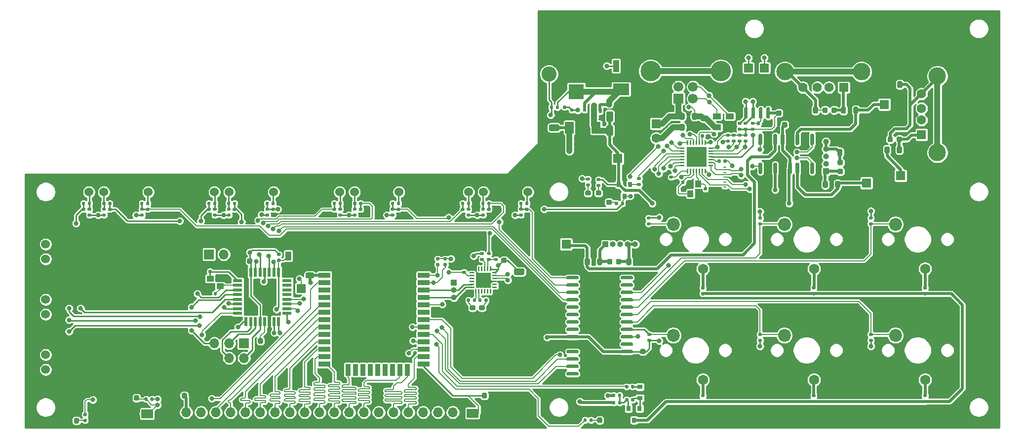
<source format=gbr>
%TF.GenerationSoftware,KiCad,Pcbnew,(5.1.7)-1*%
%TF.CreationDate,2020-11-15T19:07:40-05:00*%
%TF.ProjectId,Console,436f6e73-6f6c-4652-9e6b-696361645f70,rev?*%
%TF.SameCoordinates,Original*%
%TF.FileFunction,Copper,L1,Top*%
%TF.FilePolarity,Positive*%
%FSLAX46Y46*%
G04 Gerber Fmt 4.6, Leading zero omitted, Abs format (unit mm)*
G04 Created by KiCad (PCBNEW (5.1.7)-1) date 2020-11-15 19:07:40*
%MOMM*%
%LPD*%
G01*
G04 APERTURE LIST*
%TA.AperFunction,SMDPad,CuDef*%
%ADD10R,1.500000X1.500000*%
%TD*%
%TA.AperFunction,ComponentPad*%
%ADD11C,1.600000*%
%TD*%
%TA.AperFunction,ComponentPad*%
%ADD12R,1.600000X1.500000*%
%TD*%
%TA.AperFunction,ComponentPad*%
%ADD13C,3.000000*%
%TD*%
%TA.AperFunction,ComponentPad*%
%ADD14R,1.500000X1.600000*%
%TD*%
%TA.AperFunction,ComponentPad*%
%ADD15C,2.600000*%
%TD*%
%TA.AperFunction,ComponentPad*%
%ADD16R,2.600000X2.600000*%
%TD*%
%TA.AperFunction,ComponentPad*%
%ADD17C,3.500000*%
%TD*%
%TA.AperFunction,ComponentPad*%
%ADD18C,1.700000*%
%TD*%
%TA.AperFunction,ComponentPad*%
%ADD19R,1.700000X1.700000*%
%TD*%
%TA.AperFunction,ComponentPad*%
%ADD20C,2.200000*%
%TD*%
%TA.AperFunction,ComponentPad*%
%ADD21C,1.750000*%
%TD*%
%TA.AperFunction,SMDPad,CuDef*%
%ADD22R,1.500000X2.000000*%
%TD*%
%TA.AperFunction,SMDPad,CuDef*%
%ADD23R,3.800000X2.000000*%
%TD*%
%TA.AperFunction,ComponentPad*%
%ADD24O,1.000000X1.000000*%
%TD*%
%TA.AperFunction,ComponentPad*%
%ADD25R,1.000000X1.000000*%
%TD*%
%TA.AperFunction,ComponentPad*%
%ADD26C,1.524000*%
%TD*%
%TA.AperFunction,ComponentPad*%
%ADD27R,1.524000X1.524000*%
%TD*%
%TA.AperFunction,SMDPad,CuDef*%
%ADD28R,0.600000X0.200000*%
%TD*%
%TA.AperFunction,SMDPad,CuDef*%
%ADD29R,2.000000X0.900000*%
%TD*%
%TA.AperFunction,SMDPad,CuDef*%
%ADD30R,0.900000X2.000000*%
%TD*%
%TA.AperFunction,SMDPad,CuDef*%
%ADD31R,5.000000X5.000000*%
%TD*%
%TA.AperFunction,SMDPad,CuDef*%
%ADD32R,1.000000X1.500000*%
%TD*%
%TA.AperFunction,ComponentPad*%
%ADD33O,1.700000X1.700000*%
%TD*%
%TA.AperFunction,SMDPad,CuDef*%
%ADD34R,1.000000X1.200000*%
%TD*%
%TA.AperFunction,SMDPad,CuDef*%
%ADD35R,1.200000X1.000000*%
%TD*%
%TA.AperFunction,SMDPad,CuDef*%
%ADD36R,1.600000X0.550000*%
%TD*%
%TA.AperFunction,SMDPad,CuDef*%
%ADD37R,0.550000X1.600000*%
%TD*%
%TA.AperFunction,SMDPad,CuDef*%
%ADD38R,0.480000X0.800000*%
%TD*%
%TA.AperFunction,SMDPad,CuDef*%
%ADD39R,0.950000X1.150000*%
%TD*%
%TA.AperFunction,SMDPad,CuDef*%
%ADD40R,0.400000X0.425000*%
%TD*%
%TA.AperFunction,SMDPad,CuDef*%
%ADD41R,2.600000X2.600000*%
%TD*%
%TA.AperFunction,SMDPad,CuDef*%
%ADD42R,3.350000X3.350000*%
%TD*%
%TA.AperFunction,SMDPad,CuDef*%
%ADD43R,2.000000X1.500000*%
%TD*%
%TA.AperFunction,SMDPad,CuDef*%
%ADD44R,0.800000X0.900000*%
%TD*%
%TA.AperFunction,SMDPad,CuDef*%
%ADD45R,0.900000X0.800000*%
%TD*%
%TA.AperFunction,SMDPad,CuDef*%
%ADD46R,1.000000X2.000000*%
%TD*%
%TA.AperFunction,SMDPad,CuDef*%
%ADD47R,2.800000X2.000000*%
%TD*%
%TA.AperFunction,SMDPad,CuDef*%
%ADD48R,0.500000X0.500000*%
%TD*%
%TA.AperFunction,SMDPad,CuDef*%
%ADD49R,1.400000X1.000000*%
%TD*%
%TA.AperFunction,SMDPad,CuDef*%
%ADD50R,1.400000X1.200000*%
%TD*%
%TA.AperFunction,ComponentPad*%
%ADD51R,1.600000X1.600000*%
%TD*%
%TA.AperFunction,ViaPad*%
%ADD52C,0.800000*%
%TD*%
%TA.AperFunction,Conductor*%
%ADD53C,0.250000*%
%TD*%
%TA.AperFunction,Conductor*%
%ADD54C,0.500000*%
%TD*%
%TA.AperFunction,Conductor*%
%ADD55C,0.200000*%
%TD*%
%TA.AperFunction,Conductor*%
%ADD56C,1.000000*%
%TD*%
%TA.AperFunction,Conductor*%
%ADD57C,0.254000*%
%TD*%
%TA.AperFunction,Conductor*%
%ADD58C,0.100000*%
%TD*%
G04 APERTURE END LIST*
%TO.P,R69,2*%
%TO.N,/Core/SCL*%
%TA.AperFunction,SMDPad,CuDef*%
G36*
G01*
X136035000Y-102240000D02*
X136405000Y-102240000D01*
G75*
G02*
X136540000Y-102375000I0J-135000D01*
G01*
X136540000Y-102645000D01*
G75*
G02*
X136405000Y-102780000I-135000J0D01*
G01*
X136035000Y-102780000D01*
G75*
G02*
X135900000Y-102645000I0J135000D01*
G01*
X135900000Y-102375000D01*
G75*
G02*
X136035000Y-102240000I135000J0D01*
G01*
G37*
%TD.AperFunction*%
%TO.P,R69,1*%
%TO.N,+3V3*%
%TA.AperFunction,SMDPad,CuDef*%
G36*
G01*
X136035000Y-101220000D02*
X136405000Y-101220000D01*
G75*
G02*
X136540000Y-101355000I0J-135000D01*
G01*
X136540000Y-101625000D01*
G75*
G02*
X136405000Y-101760000I-135000J0D01*
G01*
X136035000Y-101760000D01*
G75*
G02*
X135900000Y-101625000I0J135000D01*
G01*
X135900000Y-101355000D01*
G75*
G02*
X136035000Y-101220000I135000J0D01*
G01*
G37*
%TD.AperFunction*%
%TD*%
%TO.P,R68,2*%
%TO.N,/Core/SDA*%
%TA.AperFunction,SMDPad,CuDef*%
G36*
G01*
X137315000Y-102240000D02*
X137685000Y-102240000D01*
G75*
G02*
X137820000Y-102375000I0J-135000D01*
G01*
X137820000Y-102645000D01*
G75*
G02*
X137685000Y-102780000I-135000J0D01*
G01*
X137315000Y-102780000D01*
G75*
G02*
X137180000Y-102645000I0J135000D01*
G01*
X137180000Y-102375000D01*
G75*
G02*
X137315000Y-102240000I135000J0D01*
G01*
G37*
%TD.AperFunction*%
%TO.P,R68,1*%
%TO.N,+3V3*%
%TA.AperFunction,SMDPad,CuDef*%
G36*
G01*
X137315000Y-101220000D02*
X137685000Y-101220000D01*
G75*
G02*
X137820000Y-101355000I0J-135000D01*
G01*
X137820000Y-101625000D01*
G75*
G02*
X137685000Y-101760000I-135000J0D01*
G01*
X137315000Y-101760000D01*
G75*
G02*
X137180000Y-101625000I0J135000D01*
G01*
X137180000Y-101355000D01*
G75*
G02*
X137315000Y-101220000I135000J0D01*
G01*
G37*
%TD.AperFunction*%
%TD*%
%TO.P,R33,2*%
%TO.N,Net-(D17-Pad2)*%
%TA.AperFunction,SMDPad,CuDef*%
G36*
G01*
X162240000Y-129385000D02*
X162240000Y-129015000D01*
G75*
G02*
X162375000Y-128880000I135000J0D01*
G01*
X162645000Y-128880000D01*
G75*
G02*
X162780000Y-129015000I0J-135000D01*
G01*
X162780000Y-129385000D01*
G75*
G02*
X162645000Y-129520000I-135000J0D01*
G01*
X162375000Y-129520000D01*
G75*
G02*
X162240000Y-129385000I0J135000D01*
G01*
G37*
%TD.AperFunction*%
%TO.P,R33,1*%
%TO.N,/Core/LED*%
%TA.AperFunction,SMDPad,CuDef*%
G36*
G01*
X161220000Y-129385000D02*
X161220000Y-129015000D01*
G75*
G02*
X161355000Y-128880000I135000J0D01*
G01*
X161625000Y-128880000D01*
G75*
G02*
X161760000Y-129015000I0J-135000D01*
G01*
X161760000Y-129385000D01*
G75*
G02*
X161625000Y-129520000I-135000J0D01*
G01*
X161355000Y-129520000D01*
G75*
G02*
X161220000Y-129385000I0J135000D01*
G01*
G37*
%TD.AperFunction*%
%TD*%
%TO.P,D17,2*%
%TO.N,Net-(D17-Pad2)*%
%TA.AperFunction,SMDPad,CuDef*%
G36*
G01*
X164450000Y-128943750D02*
X164450000Y-129456250D01*
G75*
G02*
X164231250Y-129675000I-218750J0D01*
G01*
X163793750Y-129675000D01*
G75*
G02*
X163575000Y-129456250I0J218750D01*
G01*
X163575000Y-128943750D01*
G75*
G02*
X163793750Y-128725000I218750J0D01*
G01*
X164231250Y-128725000D01*
G75*
G02*
X164450000Y-128943750I0J-218750D01*
G01*
G37*
%TD.AperFunction*%
%TO.P,D17,1*%
%TO.N,GND*%
%TA.AperFunction,SMDPad,CuDef*%
G36*
G01*
X166025000Y-128943750D02*
X166025000Y-129456250D01*
G75*
G02*
X165806250Y-129675000I-218750J0D01*
G01*
X165368750Y-129675000D01*
G75*
G02*
X165150000Y-129456250I0J218750D01*
G01*
X165150000Y-128943750D01*
G75*
G02*
X165368750Y-128725000I218750J0D01*
G01*
X165806250Y-128725000D01*
G75*
G02*
X166025000Y-128943750I0J-218750D01*
G01*
G37*
%TD.AperFunction*%
%TD*%
%TO.P,R32,2*%
%TO.N,Net-(R14-Pad2)*%
%TA.AperFunction,SMDPad,CuDef*%
G36*
G01*
X191510000Y-78065000D02*
X191510000Y-78435000D01*
G75*
G02*
X191375000Y-78570000I-135000J0D01*
G01*
X191105000Y-78570000D01*
G75*
G02*
X190970000Y-78435000I0J135000D01*
G01*
X190970000Y-78065000D01*
G75*
G02*
X191105000Y-77930000I135000J0D01*
G01*
X191375000Y-77930000D01*
G75*
G02*
X191510000Y-78065000I0J-135000D01*
G01*
G37*
%TD.AperFunction*%
%TO.P,R32,1*%
%TO.N,GND*%
%TA.AperFunction,SMDPad,CuDef*%
G36*
G01*
X192530000Y-78065000D02*
X192530000Y-78435000D01*
G75*
G02*
X192395000Y-78570000I-135000J0D01*
G01*
X192125000Y-78570000D01*
G75*
G02*
X191990000Y-78435000I0J135000D01*
G01*
X191990000Y-78065000D01*
G75*
G02*
X192125000Y-77930000I135000J0D01*
G01*
X192395000Y-77930000D01*
G75*
G02*
X192530000Y-78065000I0J-135000D01*
G01*
G37*
%TD.AperFunction*%
%TD*%
%TO.P,U4,8*%
%TO.N,+3V3*%
%TA.AperFunction,SMDPad,CuDef*%
G36*
G01*
X192755000Y-75500000D02*
X193055000Y-75500000D01*
G75*
G02*
X193205000Y-75650000I0J-150000D01*
G01*
X193205000Y-77300000D01*
G75*
G02*
X193055000Y-77450000I-150000J0D01*
G01*
X192755000Y-77450000D01*
G75*
G02*
X192605000Y-77300000I0J150000D01*
G01*
X192605000Y-75650000D01*
G75*
G02*
X192755000Y-75500000I150000J0D01*
G01*
G37*
%TD.AperFunction*%
%TO.P,U4,7*%
%TO.N,Net-(R14-Pad2)*%
%TA.AperFunction,SMDPad,CuDef*%
G36*
G01*
X191485000Y-75500000D02*
X191785000Y-75500000D01*
G75*
G02*
X191935000Y-75650000I0J-150000D01*
G01*
X191935000Y-77300000D01*
G75*
G02*
X191785000Y-77450000I-150000J0D01*
G01*
X191485000Y-77450000D01*
G75*
G02*
X191335000Y-77300000I0J150000D01*
G01*
X191335000Y-75650000D01*
G75*
G02*
X191485000Y-75500000I150000J0D01*
G01*
G37*
%TD.AperFunction*%
%TO.P,U4,6*%
%TO.N,/USB Hub and Serial Converter/EEPROM_SCL*%
%TA.AperFunction,SMDPad,CuDef*%
G36*
G01*
X190215000Y-75500000D02*
X190515000Y-75500000D01*
G75*
G02*
X190665000Y-75650000I0J-150000D01*
G01*
X190665000Y-77300000D01*
G75*
G02*
X190515000Y-77450000I-150000J0D01*
G01*
X190215000Y-77450000D01*
G75*
G02*
X190065000Y-77300000I0J150000D01*
G01*
X190065000Y-75650000D01*
G75*
G02*
X190215000Y-75500000I150000J0D01*
G01*
G37*
%TD.AperFunction*%
%TO.P,U4,5*%
%TO.N,/USB Hub and Serial Converter/EEPROM_SDA*%
%TA.AperFunction,SMDPad,CuDef*%
G36*
G01*
X188945000Y-75500000D02*
X189245000Y-75500000D01*
G75*
G02*
X189395000Y-75650000I0J-150000D01*
G01*
X189395000Y-77300000D01*
G75*
G02*
X189245000Y-77450000I-150000J0D01*
G01*
X188945000Y-77450000D01*
G75*
G02*
X188795000Y-77300000I0J150000D01*
G01*
X188795000Y-75650000D01*
G75*
G02*
X188945000Y-75500000I150000J0D01*
G01*
G37*
%TD.AperFunction*%
%TO.P,U4,4*%
%TO.N,GND*%
%TA.AperFunction,SMDPad,CuDef*%
G36*
G01*
X188945000Y-70550000D02*
X189245000Y-70550000D01*
G75*
G02*
X189395000Y-70700000I0J-150000D01*
G01*
X189395000Y-72350000D01*
G75*
G02*
X189245000Y-72500000I-150000J0D01*
G01*
X188945000Y-72500000D01*
G75*
G02*
X188795000Y-72350000I0J150000D01*
G01*
X188795000Y-70700000D01*
G75*
G02*
X188945000Y-70550000I150000J0D01*
G01*
G37*
%TD.AperFunction*%
%TO.P,U4,3*%
%TA.AperFunction,SMDPad,CuDef*%
G36*
G01*
X190215000Y-70550000D02*
X190515000Y-70550000D01*
G75*
G02*
X190665000Y-70700000I0J-150000D01*
G01*
X190665000Y-72350000D01*
G75*
G02*
X190515000Y-72500000I-150000J0D01*
G01*
X190215000Y-72500000D01*
G75*
G02*
X190065000Y-72350000I0J150000D01*
G01*
X190065000Y-70700000D01*
G75*
G02*
X190215000Y-70550000I150000J0D01*
G01*
G37*
%TD.AperFunction*%
%TO.P,U4,2*%
%TA.AperFunction,SMDPad,CuDef*%
G36*
G01*
X191485000Y-70550000D02*
X191785000Y-70550000D01*
G75*
G02*
X191935000Y-70700000I0J-150000D01*
G01*
X191935000Y-72350000D01*
G75*
G02*
X191785000Y-72500000I-150000J0D01*
G01*
X191485000Y-72500000D01*
G75*
G02*
X191335000Y-72350000I0J150000D01*
G01*
X191335000Y-70700000D01*
G75*
G02*
X191485000Y-70550000I150000J0D01*
G01*
G37*
%TD.AperFunction*%
%TO.P,U4,1*%
%TA.AperFunction,SMDPad,CuDef*%
G36*
G01*
X192755000Y-70550000D02*
X193055000Y-70550000D01*
G75*
G02*
X193205000Y-70700000I0J-150000D01*
G01*
X193205000Y-72350000D01*
G75*
G02*
X193055000Y-72500000I-150000J0D01*
G01*
X192755000Y-72500000D01*
G75*
G02*
X192605000Y-72350000I0J150000D01*
G01*
X192605000Y-70700000D01*
G75*
G02*
X192755000Y-70550000I150000J0D01*
G01*
G37*
%TD.AperFunction*%
%TD*%
D10*
%TO.P,TP3,1*%
%TO.N,/USB Hub and Serial Converter/EEPROM_SCL*%
X192250000Y-68750000D03*
%TD*%
%TO.P,TP2,1*%
%TO.N,/USB Hub and Serial Converter/EEPROM_SDA*%
X189500000Y-68750000D03*
%TD*%
%TO.P,R14,2*%
%TO.N,Net-(R14-Pad2)*%
%TA.AperFunction,SMDPad,CuDef*%
G36*
G01*
X190435000Y-78500000D02*
X190065000Y-78500000D01*
G75*
G02*
X189930000Y-78365000I0J135000D01*
G01*
X189930000Y-78095000D01*
G75*
G02*
X190065000Y-77960000I135000J0D01*
G01*
X190435000Y-77960000D01*
G75*
G02*
X190570000Y-78095000I0J-135000D01*
G01*
X190570000Y-78365000D01*
G75*
G02*
X190435000Y-78500000I-135000J0D01*
G01*
G37*
%TD.AperFunction*%
%TO.P,R14,1*%
%TO.N,+3V3*%
%TA.AperFunction,SMDPad,CuDef*%
G36*
G01*
X190435000Y-79520000D02*
X190065000Y-79520000D01*
G75*
G02*
X189930000Y-79385000I0J135000D01*
G01*
X189930000Y-79115000D01*
G75*
G02*
X190065000Y-78980000I135000J0D01*
G01*
X190435000Y-78980000D01*
G75*
G02*
X190570000Y-79115000I0J-135000D01*
G01*
X190570000Y-79385000D01*
G75*
G02*
X190435000Y-79520000I-135000J0D01*
G01*
G37*
%TD.AperFunction*%
%TD*%
%TO.P,R13,2*%
%TO.N,+3V3*%
%TA.AperFunction,SMDPad,CuDef*%
G36*
G01*
X188815000Y-78990000D02*
X189185000Y-78990000D01*
G75*
G02*
X189320000Y-79125000I0J-135000D01*
G01*
X189320000Y-79395000D01*
G75*
G02*
X189185000Y-79530000I-135000J0D01*
G01*
X188815000Y-79530000D01*
G75*
G02*
X188680000Y-79395000I0J135000D01*
G01*
X188680000Y-79125000D01*
G75*
G02*
X188815000Y-78990000I135000J0D01*
G01*
G37*
%TD.AperFunction*%
%TO.P,R13,1*%
%TO.N,/USB Hub and Serial Converter/EEPROM_SCL*%
%TA.AperFunction,SMDPad,CuDef*%
G36*
G01*
X188815000Y-77970000D02*
X189185000Y-77970000D01*
G75*
G02*
X189320000Y-78105000I0J-135000D01*
G01*
X189320000Y-78375000D01*
G75*
G02*
X189185000Y-78510000I-135000J0D01*
G01*
X188815000Y-78510000D01*
G75*
G02*
X188680000Y-78375000I0J135000D01*
G01*
X188680000Y-78105000D01*
G75*
G02*
X188815000Y-77970000I135000J0D01*
G01*
G37*
%TD.AperFunction*%
%TD*%
%TO.P,R12,2*%
%TO.N,+3V3*%
%TA.AperFunction,SMDPad,CuDef*%
G36*
G01*
X187815000Y-78980000D02*
X188185000Y-78980000D01*
G75*
G02*
X188320000Y-79115000I0J-135000D01*
G01*
X188320000Y-79385000D01*
G75*
G02*
X188185000Y-79520000I-135000J0D01*
G01*
X187815000Y-79520000D01*
G75*
G02*
X187680000Y-79385000I0J135000D01*
G01*
X187680000Y-79115000D01*
G75*
G02*
X187815000Y-78980000I135000J0D01*
G01*
G37*
%TD.AperFunction*%
%TO.P,R12,1*%
%TO.N,/USB Hub and Serial Converter/EEPROM_SDA*%
%TA.AperFunction,SMDPad,CuDef*%
G36*
G01*
X187815000Y-77960000D02*
X188185000Y-77960000D01*
G75*
G02*
X188320000Y-78095000I0J-135000D01*
G01*
X188320000Y-78365000D01*
G75*
G02*
X188185000Y-78500000I-135000J0D01*
G01*
X187815000Y-78500000D01*
G75*
G02*
X187680000Y-78365000I0J135000D01*
G01*
X187680000Y-78095000D01*
G75*
G02*
X187815000Y-77960000I135000J0D01*
G01*
G37*
%TD.AperFunction*%
%TD*%
%TO.P,C23,2*%
%TO.N,+5V*%
%TA.AperFunction,SMDPad,CuDef*%
G36*
G01*
X196175000Y-78250000D02*
X196175000Y-78750000D01*
G75*
G02*
X195950000Y-78975000I-225000J0D01*
G01*
X195500000Y-78975000D01*
G75*
G02*
X195275000Y-78750000I0J225000D01*
G01*
X195275000Y-78250000D01*
G75*
G02*
X195500000Y-78025000I225000J0D01*
G01*
X195950000Y-78025000D01*
G75*
G02*
X196175000Y-78250000I0J-225000D01*
G01*
G37*
%TD.AperFunction*%
%TO.P,C23,1*%
%TO.N,GND*%
%TA.AperFunction,SMDPad,CuDef*%
G36*
G01*
X197725000Y-78250000D02*
X197725000Y-78750000D01*
G75*
G02*
X197500000Y-78975000I-225000J0D01*
G01*
X197050000Y-78975000D01*
G75*
G02*
X196825000Y-78750000I0J225000D01*
G01*
X196825000Y-78250000D01*
G75*
G02*
X197050000Y-78025000I225000J0D01*
G01*
X197500000Y-78025000D01*
G75*
G02*
X197725000Y-78250000I0J-225000D01*
G01*
G37*
%TD.AperFunction*%
%TD*%
%TO.P,C20,2*%
%TO.N,+3V3*%
%TA.AperFunction,SMDPad,CuDef*%
G36*
G01*
X195175000Y-76250000D02*
X195175000Y-76750000D01*
G75*
G02*
X194950000Y-76975000I-225000J0D01*
G01*
X194500000Y-76975000D01*
G75*
G02*
X194275000Y-76750000I0J225000D01*
G01*
X194275000Y-76250000D01*
G75*
G02*
X194500000Y-76025000I225000J0D01*
G01*
X194950000Y-76025000D01*
G75*
G02*
X195175000Y-76250000I0J-225000D01*
G01*
G37*
%TD.AperFunction*%
%TO.P,C20,1*%
%TO.N,GND*%
%TA.AperFunction,SMDPad,CuDef*%
G36*
G01*
X196725000Y-76250000D02*
X196725000Y-76750000D01*
G75*
G02*
X196500000Y-76975000I-225000J0D01*
G01*
X196050000Y-76975000D01*
G75*
G02*
X195825000Y-76750000I0J225000D01*
G01*
X195825000Y-76250000D01*
G75*
G02*
X196050000Y-76025000I225000J0D01*
G01*
X196500000Y-76025000D01*
G75*
G02*
X196725000Y-76250000I0J-225000D01*
G01*
G37*
%TD.AperFunction*%
%TD*%
D11*
%TO.P,J7,4*%
%TO.N,Net-(C33-Pad2)*%
X198833930Y-72100000D03*
%TO.P,J7,3*%
%TO.N,/USB Hub and Serial Converter/D4P*%
X201333930Y-72100000D03*
%TO.P,J7,2*%
%TO.N,/USB Hub and Serial Converter/D4N*%
X203333930Y-72100000D03*
D12*
%TO.P,J7,1*%
%TO.N,Net-(C33-Pad1)*%
X205833930Y-72100000D03*
D13*
%TO.P,J7,5*%
%TO.N,Net-(C33-Pad2)*%
X195763930Y-69390000D03*
X208903930Y-69390000D03*
%TD*%
D11*
%TO.P,J4,4*%
%TO.N,Net-(C27-Pad2)*%
X219200000Y-73200000D03*
%TO.P,J4,3*%
%TO.N,Net-(J4-Pad3)*%
X219200000Y-75700000D03*
%TO.P,J4,2*%
%TO.N,Net-(J4-Pad2)*%
X219200000Y-77700000D03*
D14*
%TO.P,J4,1*%
%TO.N,Net-(C27-Pad1)*%
X219200000Y-80200000D03*
D13*
%TO.P,J4,5*%
%TO.N,Net-(C27-Pad2)*%
X221910000Y-70130000D03*
X221910000Y-83270000D03*
%TD*%
D15*
%TO.P,J8,3*%
%TO.N,/Power/SELF_POWER*%
X155300000Y-69800000D03*
%TO.P,J8,2*%
%TO.N,GND*%
X160000000Y-66800000D03*
D16*
%TO.P,J8,1*%
%TO.N,/Power/VCC_IN*%
X160000000Y-72800000D03*
%TD*%
D17*
%TO.P,J3,5*%
%TO.N,Net-(J3-Pad5)*%
X184770000Y-69290000D03*
X172730000Y-69290000D03*
D18*
%TO.P,J3,4*%
%TO.N,Net-(C21-Pad2)*%
X177500000Y-72000000D03*
%TO.P,J3,3*%
%TO.N,/USB Hub and Serial Converter/DIN_P*%
X180000000Y-72000000D03*
%TO.P,J3,2*%
%TO.N,/USB Hub and Serial Converter/DIN_N*%
X180000000Y-74000000D03*
D19*
%TO.P,J3,1*%
%TO.N,Net-(C21-Pad1)*%
X177500000Y-74000000D03*
%TD*%
D20*
%TO.P,SW5,1*%
%TO.N,GND*%
X202020000Y-112120000D03*
%TO.P,SW5,2*%
%TO.N,/Peripherals/SW_5*%
X195670000Y-114660000D03*
D21*
%TO.P,SW5,3*%
%TO.N,GND*%
X198210000Y-122280000D03*
%TO.P,SW5,4*%
%TO.N,Net-(R7-Pad2)*%
X200750000Y-122280000D03*
%TD*%
D22*
%TO.P,U8,1*%
%TO.N,+5V*%
X163400000Y-79000000D03*
%TO.P,U8,3*%
%TO.N,+3V3*%
X158800000Y-79000000D03*
%TO.P,U8,2*%
%TO.N,GND*%
X161100000Y-79000000D03*
D23*
X161100000Y-85300000D03*
%TD*%
%TO.P,C28,2*%
%TO.N,+3V3*%
%TA.AperFunction,SMDPad,CuDef*%
G36*
G01*
X150850001Y-104300000D02*
X149549999Y-104300000D01*
G75*
G02*
X149300000Y-104050001I0J249999D01*
G01*
X149300000Y-103399999D01*
G75*
G02*
X149549999Y-103150000I249999J0D01*
G01*
X150850001Y-103150000D01*
G75*
G02*
X151100000Y-103399999I0J-249999D01*
G01*
X151100000Y-104050001D01*
G75*
G02*
X150850001Y-104300000I-249999J0D01*
G01*
G37*
%TD.AperFunction*%
%TO.P,C28,1*%
%TO.N,GND*%
%TA.AperFunction,SMDPad,CuDef*%
G36*
G01*
X150850001Y-107250000D02*
X149549999Y-107250000D01*
G75*
G02*
X149300000Y-107000001I0J249999D01*
G01*
X149300000Y-106349999D01*
G75*
G02*
X149549999Y-106100000I249999J0D01*
G01*
X150850001Y-106100000D01*
G75*
G02*
X151100000Y-106349999I0J-249999D01*
G01*
X151100000Y-107000001D01*
G75*
G02*
X150850001Y-107250000I-249999J0D01*
G01*
G37*
%TD.AperFunction*%
%TD*%
D10*
%TO.P,TP1,1*%
%TO.N,/Peripherals/SPARE*%
X112800000Y-106600000D03*
%TD*%
%TO.P,R26,2*%
%TO.N,VBUS*%
%TA.AperFunction,SMDPad,CuDef*%
G36*
G01*
X167640000Y-92185000D02*
X167640000Y-91815000D01*
G75*
G02*
X167775000Y-91680000I135000J0D01*
G01*
X168045000Y-91680000D01*
G75*
G02*
X168180000Y-91815000I0J-135000D01*
G01*
X168180000Y-92185000D01*
G75*
G02*
X168045000Y-92320000I-135000J0D01*
G01*
X167775000Y-92320000D01*
G75*
G02*
X167640000Y-92185000I0J135000D01*
G01*
G37*
%TD.AperFunction*%
%TO.P,R26,1*%
%TO.N,Net-(D16-Pad2)*%
%TA.AperFunction,SMDPad,CuDef*%
G36*
G01*
X166620000Y-92185000D02*
X166620000Y-91815000D01*
G75*
G02*
X166755000Y-91680000I135000J0D01*
G01*
X167025000Y-91680000D01*
G75*
G02*
X167160000Y-91815000I0J-135000D01*
G01*
X167160000Y-92185000D01*
G75*
G02*
X167025000Y-92320000I-135000J0D01*
G01*
X166755000Y-92320000D01*
G75*
G02*
X166620000Y-92185000I0J135000D01*
G01*
G37*
%TD.AperFunction*%
%TD*%
%TO.P,R25,2*%
%TO.N,+5V*%
%TA.AperFunction,SMDPad,CuDef*%
G36*
G01*
X163985000Y-88160000D02*
X163615000Y-88160000D01*
G75*
G02*
X163480000Y-88025000I0J135000D01*
G01*
X163480000Y-87755000D01*
G75*
G02*
X163615000Y-87620000I135000J0D01*
G01*
X163985000Y-87620000D01*
G75*
G02*
X164120000Y-87755000I0J-135000D01*
G01*
X164120000Y-88025000D01*
G75*
G02*
X163985000Y-88160000I-135000J0D01*
G01*
G37*
%TD.AperFunction*%
%TO.P,R25,1*%
%TO.N,Net-(D15-Pad2)*%
%TA.AperFunction,SMDPad,CuDef*%
G36*
G01*
X163985000Y-89180000D02*
X163615000Y-89180000D01*
G75*
G02*
X163480000Y-89045000I0J135000D01*
G01*
X163480000Y-88775000D01*
G75*
G02*
X163615000Y-88640000I135000J0D01*
G01*
X163985000Y-88640000D01*
G75*
G02*
X164120000Y-88775000I0J-135000D01*
G01*
X164120000Y-89045000D01*
G75*
G02*
X163985000Y-89180000I-135000J0D01*
G01*
G37*
%TD.AperFunction*%
%TD*%
%TO.P,R24,2*%
%TO.N,+3V3*%
%TA.AperFunction,SMDPad,CuDef*%
G36*
G01*
X162185000Y-88070000D02*
X161815000Y-88070000D01*
G75*
G02*
X161680000Y-87935000I0J135000D01*
G01*
X161680000Y-87665000D01*
G75*
G02*
X161815000Y-87530000I135000J0D01*
G01*
X162185000Y-87530000D01*
G75*
G02*
X162320000Y-87665000I0J-135000D01*
G01*
X162320000Y-87935000D01*
G75*
G02*
X162185000Y-88070000I-135000J0D01*
G01*
G37*
%TD.AperFunction*%
%TO.P,R24,1*%
%TO.N,Net-(D13-Pad2)*%
%TA.AperFunction,SMDPad,CuDef*%
G36*
G01*
X162185000Y-89090000D02*
X161815000Y-89090000D01*
G75*
G02*
X161680000Y-88955000I0J135000D01*
G01*
X161680000Y-88685000D01*
G75*
G02*
X161815000Y-88550000I135000J0D01*
G01*
X162185000Y-88550000D01*
G75*
G02*
X162320000Y-88685000I0J-135000D01*
G01*
X162320000Y-88955000D01*
G75*
G02*
X162185000Y-89090000I-135000J0D01*
G01*
G37*
%TD.AperFunction*%
%TD*%
D24*
%TO.P,J9,4*%
%TO.N,GND*%
X139000000Y-109410000D03*
%TO.P,J9,3*%
%TO.N,/Core/RXD0*%
X139000000Y-108140000D03*
%TO.P,J9,2*%
%TO.N,/USB Hub and Serial Converter/RXD*%
X139000000Y-106870000D03*
D25*
%TO.P,J9,1*%
%TO.N,+3V3*%
X139000000Y-105600000D03*
%TD*%
%TO.P,D16,2*%
%TO.N,Net-(D16-Pad2)*%
%TA.AperFunction,SMDPad,CuDef*%
G36*
G01*
X165343750Y-91350000D02*
X165856250Y-91350000D01*
G75*
G02*
X166075000Y-91568750I0J-218750D01*
G01*
X166075000Y-92006250D01*
G75*
G02*
X165856250Y-92225000I-218750J0D01*
G01*
X165343750Y-92225000D01*
G75*
G02*
X165125000Y-92006250I0J218750D01*
G01*
X165125000Y-91568750D01*
G75*
G02*
X165343750Y-91350000I218750J0D01*
G01*
G37*
%TD.AperFunction*%
%TO.P,D16,1*%
%TO.N,GND*%
%TA.AperFunction,SMDPad,CuDef*%
G36*
G01*
X165343750Y-89775000D02*
X165856250Y-89775000D01*
G75*
G02*
X166075000Y-89993750I0J-218750D01*
G01*
X166075000Y-90431250D01*
G75*
G02*
X165856250Y-90650000I-218750J0D01*
G01*
X165343750Y-90650000D01*
G75*
G02*
X165125000Y-90431250I0J218750D01*
G01*
X165125000Y-89993750D01*
G75*
G02*
X165343750Y-89775000I218750J0D01*
G01*
G37*
%TD.AperFunction*%
%TD*%
%TO.P,D15,2*%
%TO.N,Net-(D15-Pad2)*%
%TA.AperFunction,SMDPad,CuDef*%
G36*
G01*
X164056250Y-90650000D02*
X163543750Y-90650000D01*
G75*
G02*
X163325000Y-90431250I0J218750D01*
G01*
X163325000Y-89993750D01*
G75*
G02*
X163543750Y-89775000I218750J0D01*
G01*
X164056250Y-89775000D01*
G75*
G02*
X164275000Y-89993750I0J-218750D01*
G01*
X164275000Y-90431250D01*
G75*
G02*
X164056250Y-90650000I-218750J0D01*
G01*
G37*
%TD.AperFunction*%
%TO.P,D15,1*%
%TO.N,GND*%
%TA.AperFunction,SMDPad,CuDef*%
G36*
G01*
X164056250Y-92225000D02*
X163543750Y-92225000D01*
G75*
G02*
X163325000Y-92006250I0J218750D01*
G01*
X163325000Y-91568750D01*
G75*
G02*
X163543750Y-91350000I218750J0D01*
G01*
X164056250Y-91350000D01*
G75*
G02*
X164275000Y-91568750I0J-218750D01*
G01*
X164275000Y-92006250D01*
G75*
G02*
X164056250Y-92225000I-218750J0D01*
G01*
G37*
%TD.AperFunction*%
%TD*%
%TO.P,D13,2*%
%TO.N,Net-(D13-Pad2)*%
%TA.AperFunction,SMDPad,CuDef*%
G36*
G01*
X162256250Y-90650000D02*
X161743750Y-90650000D01*
G75*
G02*
X161525000Y-90431250I0J218750D01*
G01*
X161525000Y-89993750D01*
G75*
G02*
X161743750Y-89775000I218750J0D01*
G01*
X162256250Y-89775000D01*
G75*
G02*
X162475000Y-89993750I0J-218750D01*
G01*
X162475000Y-90431250D01*
G75*
G02*
X162256250Y-90650000I-218750J0D01*
G01*
G37*
%TD.AperFunction*%
%TO.P,D13,1*%
%TO.N,GND*%
%TA.AperFunction,SMDPad,CuDef*%
G36*
G01*
X162256250Y-92225000D02*
X161743750Y-92225000D01*
G75*
G02*
X161525000Y-92006250I0J218750D01*
G01*
X161525000Y-91568750D01*
G75*
G02*
X161743750Y-91350000I218750J0D01*
G01*
X162256250Y-91350000D01*
G75*
G02*
X162475000Y-91568750I0J-218750D01*
G01*
X162475000Y-92006250D01*
G75*
G02*
X162256250Y-92225000I-218750J0D01*
G01*
G37*
%TD.AperFunction*%
%TD*%
%TO.P,R47,2*%
%TO.N,/Peripherals/ENC3_B*%
%TA.AperFunction,SMDPad,CuDef*%
G36*
G01*
X122740000Y-92185000D02*
X122740000Y-91815000D01*
G75*
G02*
X122875000Y-91680000I135000J0D01*
G01*
X123145000Y-91680000D01*
G75*
G02*
X123280000Y-91815000I0J-135000D01*
G01*
X123280000Y-92185000D01*
G75*
G02*
X123145000Y-92320000I-135000J0D01*
G01*
X122875000Y-92320000D01*
G75*
G02*
X122740000Y-92185000I0J135000D01*
G01*
G37*
%TD.AperFunction*%
%TO.P,R47,1*%
%TO.N,Net-(R47-Pad1)*%
%TA.AperFunction,SMDPad,CuDef*%
G36*
G01*
X121720000Y-92185000D02*
X121720000Y-91815000D01*
G75*
G02*
X121855000Y-91680000I135000J0D01*
G01*
X122125000Y-91680000D01*
G75*
G02*
X122260000Y-91815000I0J-135000D01*
G01*
X122260000Y-92185000D01*
G75*
G02*
X122125000Y-92320000I-135000J0D01*
G01*
X121855000Y-92320000D01*
G75*
G02*
X121720000Y-92185000I0J135000D01*
G01*
G37*
%TD.AperFunction*%
%TD*%
D26*
%TO.P,SW10,A*%
%TO.N,Net-(R58-Pad1)*%
X76420000Y-90040000D03*
%TO.P,SW10,B*%
%TO.N,Net-(R59-Pad1)*%
X78960000Y-90040000D03*
D27*
%TO.P,SW10,C*%
%TO.N,GND*%
X81500000Y-90040000D03*
%TO.P,SW10,S2*%
X84040000Y-90040000D03*
D26*
%TO.P,SW10,S1*%
%TO.N,Net-(R62-Pad1)*%
X86580000Y-90040000D03*
%TD*%
%TO.P,SW9,A*%
%TO.N,Net-(R52-Pad1)*%
X141520000Y-90040000D03*
%TO.P,SW9,B*%
%TO.N,Net-(R53-Pad1)*%
X144060000Y-90040000D03*
D27*
%TO.P,SW9,C*%
%TO.N,GND*%
X146600000Y-90040000D03*
%TO.P,SW9,S2*%
X149140000Y-90040000D03*
D26*
%TO.P,SW9,S1*%
%TO.N,Net-(R56-Pad1)*%
X151680000Y-90040000D03*
%TD*%
%TO.P,SW8,A*%
%TO.N,Net-(R46-Pad1)*%
X119420000Y-90040000D03*
%TO.P,SW8,B*%
%TO.N,Net-(R47-Pad1)*%
X121960000Y-90040000D03*
D27*
%TO.P,SW8,C*%
%TO.N,GND*%
X124500000Y-90040000D03*
%TO.P,SW8,S2*%
X127040000Y-90040000D03*
D26*
%TO.P,SW8,S1*%
%TO.N,Net-(R50-Pad1)*%
X129580000Y-90040000D03*
%TD*%
%TO.P,SW7,A*%
%TO.N,Net-(R40-Pad1)*%
X97920000Y-90040000D03*
%TO.P,SW7,B*%
%TO.N,Net-(R41-Pad1)*%
X100460000Y-90040000D03*
D27*
%TO.P,SW7,C*%
%TO.N,GND*%
X103000000Y-90040000D03*
%TO.P,SW7,S2*%
X105540000Y-90040000D03*
D26*
%TO.P,SW7,S1*%
%TO.N,Net-(R44-Pad1)*%
X108080000Y-90040000D03*
%TD*%
%TO.P,U5,16*%
%TO.N,/USB Hub and Serial Converter/~OVR2*%
%TA.AperFunction,SMDPad,CuDef*%
G36*
G01*
X191705000Y-82000000D02*
X191405000Y-82000000D01*
G75*
G02*
X191255000Y-81850000I0J150000D01*
G01*
X191255000Y-80200000D01*
G75*
G02*
X191405000Y-80050000I150000J0D01*
G01*
X191705000Y-80050000D01*
G75*
G02*
X191855000Y-80200000I0J-150000D01*
G01*
X191855000Y-81850000D01*
G75*
G02*
X191705000Y-82000000I-150000J0D01*
G01*
G37*
%TD.AperFunction*%
%TO.P,U5,15*%
%TO.N,GND*%
%TA.AperFunction,SMDPad,CuDef*%
G36*
G01*
X192975000Y-82000000D02*
X192675000Y-82000000D01*
G75*
G02*
X192525000Y-81850000I0J150000D01*
G01*
X192525000Y-80200000D01*
G75*
G02*
X192675000Y-80050000I150000J0D01*
G01*
X192975000Y-80050000D01*
G75*
G02*
X193125000Y-80200000I0J-150000D01*
G01*
X193125000Y-81850000D01*
G75*
G02*
X192975000Y-82000000I-150000J0D01*
G01*
G37*
%TD.AperFunction*%
%TO.P,U5,14*%
%TO.N,/USB Hub and Serial Converter/VBUS_B*%
%TA.AperFunction,SMDPad,CuDef*%
G36*
G01*
X194245000Y-82000000D02*
X193945000Y-82000000D01*
G75*
G02*
X193795000Y-81850000I0J150000D01*
G01*
X193795000Y-80200000D01*
G75*
G02*
X193945000Y-80050000I150000J0D01*
G01*
X194245000Y-80050000D01*
G75*
G02*
X194395000Y-80200000I0J-150000D01*
G01*
X194395000Y-81850000D01*
G75*
G02*
X194245000Y-82000000I-150000J0D01*
G01*
G37*
%TD.AperFunction*%
%TO.P,U5,13*%
%TO.N,+5V*%
%TA.AperFunction,SMDPad,CuDef*%
G36*
G01*
X195515000Y-82000000D02*
X195215000Y-82000000D01*
G75*
G02*
X195065000Y-81850000I0J150000D01*
G01*
X195065000Y-80200000D01*
G75*
G02*
X195215000Y-80050000I150000J0D01*
G01*
X195515000Y-80050000D01*
G75*
G02*
X195665000Y-80200000I0J-150000D01*
G01*
X195665000Y-81850000D01*
G75*
G02*
X195515000Y-82000000I-150000J0D01*
G01*
G37*
%TD.AperFunction*%
%TO.P,U5,12*%
%TO.N,GND*%
%TA.AperFunction,SMDPad,CuDef*%
G36*
G01*
X196785000Y-82000000D02*
X196485000Y-82000000D01*
G75*
G02*
X196335000Y-81850000I0J150000D01*
G01*
X196335000Y-80200000D01*
G75*
G02*
X196485000Y-80050000I150000J0D01*
G01*
X196785000Y-80050000D01*
G75*
G02*
X196935000Y-80200000I0J-150000D01*
G01*
X196935000Y-81850000D01*
G75*
G02*
X196785000Y-82000000I-150000J0D01*
G01*
G37*
%TD.AperFunction*%
%TO.P,U5,11*%
%TO.N,/USB Hub and Serial Converter/VBUS_D*%
%TA.AperFunction,SMDPad,CuDef*%
G36*
G01*
X198055000Y-82000000D02*
X197755000Y-82000000D01*
G75*
G02*
X197605000Y-81850000I0J150000D01*
G01*
X197605000Y-80200000D01*
G75*
G02*
X197755000Y-80050000I150000J0D01*
G01*
X198055000Y-80050000D01*
G75*
G02*
X198205000Y-80200000I0J-150000D01*
G01*
X198205000Y-81850000D01*
G75*
G02*
X198055000Y-82000000I-150000J0D01*
G01*
G37*
%TD.AperFunction*%
%TO.P,U5,10*%
%TO.N,GND*%
%TA.AperFunction,SMDPad,CuDef*%
G36*
G01*
X199325000Y-82000000D02*
X199025000Y-82000000D01*
G75*
G02*
X198875000Y-81850000I0J150000D01*
G01*
X198875000Y-80200000D01*
G75*
G02*
X199025000Y-80050000I150000J0D01*
G01*
X199325000Y-80050000D01*
G75*
G02*
X199475000Y-80200000I0J-150000D01*
G01*
X199475000Y-81850000D01*
G75*
G02*
X199325000Y-82000000I-150000J0D01*
G01*
G37*
%TD.AperFunction*%
%TO.P,U5,9*%
%TO.N,/USB Hub and Serial Converter/~OVR4*%
%TA.AperFunction,SMDPad,CuDef*%
G36*
G01*
X200595000Y-82000000D02*
X200295000Y-82000000D01*
G75*
G02*
X200145000Y-81850000I0J150000D01*
G01*
X200145000Y-80200000D01*
G75*
G02*
X200295000Y-80050000I150000J0D01*
G01*
X200595000Y-80050000D01*
G75*
G02*
X200745000Y-80200000I0J-150000D01*
G01*
X200745000Y-81850000D01*
G75*
G02*
X200595000Y-82000000I-150000J0D01*
G01*
G37*
%TD.AperFunction*%
%TO.P,U5,8*%
%TO.N,/USB Hub and Serial Converter/~OVR3*%
%TA.AperFunction,SMDPad,CuDef*%
G36*
G01*
X200595000Y-86950000D02*
X200295000Y-86950000D01*
G75*
G02*
X200145000Y-86800000I0J150000D01*
G01*
X200145000Y-85150000D01*
G75*
G02*
X200295000Y-85000000I150000J0D01*
G01*
X200595000Y-85000000D01*
G75*
G02*
X200745000Y-85150000I0J-150000D01*
G01*
X200745000Y-86800000D01*
G75*
G02*
X200595000Y-86950000I-150000J0D01*
G01*
G37*
%TD.AperFunction*%
%TO.P,U5,7*%
%TO.N,GND*%
%TA.AperFunction,SMDPad,CuDef*%
G36*
G01*
X199325000Y-86950000D02*
X199025000Y-86950000D01*
G75*
G02*
X198875000Y-86800000I0J150000D01*
G01*
X198875000Y-85150000D01*
G75*
G02*
X199025000Y-85000000I150000J0D01*
G01*
X199325000Y-85000000D01*
G75*
G02*
X199475000Y-85150000I0J-150000D01*
G01*
X199475000Y-86800000D01*
G75*
G02*
X199325000Y-86950000I-150000J0D01*
G01*
G37*
%TD.AperFunction*%
%TO.P,U5,6*%
%TO.N,/USB Hub and Serial Converter/VBUS_C*%
%TA.AperFunction,SMDPad,CuDef*%
G36*
G01*
X198055000Y-86950000D02*
X197755000Y-86950000D01*
G75*
G02*
X197605000Y-86800000I0J150000D01*
G01*
X197605000Y-85150000D01*
G75*
G02*
X197755000Y-85000000I150000J0D01*
G01*
X198055000Y-85000000D01*
G75*
G02*
X198205000Y-85150000I0J-150000D01*
G01*
X198205000Y-86800000D01*
G75*
G02*
X198055000Y-86950000I-150000J0D01*
G01*
G37*
%TD.AperFunction*%
%TO.P,U5,5*%
%TO.N,+5V*%
%TA.AperFunction,SMDPad,CuDef*%
G36*
G01*
X196785000Y-86950000D02*
X196485000Y-86950000D01*
G75*
G02*
X196335000Y-86800000I0J150000D01*
G01*
X196335000Y-85150000D01*
G75*
G02*
X196485000Y-85000000I150000J0D01*
G01*
X196785000Y-85000000D01*
G75*
G02*
X196935000Y-85150000I0J-150000D01*
G01*
X196935000Y-86800000D01*
G75*
G02*
X196785000Y-86950000I-150000J0D01*
G01*
G37*
%TD.AperFunction*%
%TO.P,U5,4*%
%TO.N,GND*%
%TA.AperFunction,SMDPad,CuDef*%
G36*
G01*
X195515000Y-86950000D02*
X195215000Y-86950000D01*
G75*
G02*
X195065000Y-86800000I0J150000D01*
G01*
X195065000Y-85150000D01*
G75*
G02*
X195215000Y-85000000I150000J0D01*
G01*
X195515000Y-85000000D01*
G75*
G02*
X195665000Y-85150000I0J-150000D01*
G01*
X195665000Y-86800000D01*
G75*
G02*
X195515000Y-86950000I-150000J0D01*
G01*
G37*
%TD.AperFunction*%
%TO.P,U5,3*%
%TO.N,/USB Hub and Serial Converter/VBUS_A*%
%TA.AperFunction,SMDPad,CuDef*%
G36*
G01*
X194245000Y-86950000D02*
X193945000Y-86950000D01*
G75*
G02*
X193795000Y-86800000I0J150000D01*
G01*
X193795000Y-85150000D01*
G75*
G02*
X193945000Y-85000000I150000J0D01*
G01*
X194245000Y-85000000D01*
G75*
G02*
X194395000Y-85150000I0J-150000D01*
G01*
X194395000Y-86800000D01*
G75*
G02*
X194245000Y-86950000I-150000J0D01*
G01*
G37*
%TD.AperFunction*%
%TO.P,U5,2*%
%TO.N,GND*%
%TA.AperFunction,SMDPad,CuDef*%
G36*
G01*
X192975000Y-86950000D02*
X192675000Y-86950000D01*
G75*
G02*
X192525000Y-86800000I0J150000D01*
G01*
X192525000Y-85150000D01*
G75*
G02*
X192675000Y-85000000I150000J0D01*
G01*
X192975000Y-85000000D01*
G75*
G02*
X193125000Y-85150000I0J-150000D01*
G01*
X193125000Y-86800000D01*
G75*
G02*
X192975000Y-86950000I-150000J0D01*
G01*
G37*
%TD.AperFunction*%
%TO.P,U5,1*%
%TO.N,/USB Hub and Serial Converter/~OVR1*%
%TA.AperFunction,SMDPad,CuDef*%
G36*
G01*
X191705000Y-86950000D02*
X191405000Y-86950000D01*
G75*
G02*
X191255000Y-86800000I0J150000D01*
G01*
X191255000Y-85150000D01*
G75*
G02*
X191405000Y-85000000I150000J0D01*
G01*
X191705000Y-85000000D01*
G75*
G02*
X191855000Y-85150000I0J-150000D01*
G01*
X191855000Y-86800000D01*
G75*
G02*
X191705000Y-86950000I-150000J0D01*
G01*
G37*
%TD.AperFunction*%
%TD*%
D28*
%TO.P,D9,9*%
%TO.N,/USB Hub and Serial Converter/D3N*%
X184525000Y-88800000D03*
%TO.P,D9,8*%
%TO.N,/USB Hub and Serial Converter/D3P*%
X184525000Y-87900000D03*
%TO.P,D9,7*%
%TO.N,/USB Hub and Serial Converter/D4N*%
X184525000Y-87100000D03*
%TO.P,D9,6*%
%TO.N,/USB Hub and Serial Converter/D4P*%
X184525000Y-86200000D03*
%TO.P,D9,5*%
%TO.N,Net-(D9-Pad5)*%
X185475000Y-85800000D03*
%TO.P,D9,4*%
%TO.N,Net-(D9-Pad4)*%
X185475000Y-86700000D03*
%TO.P,D9,3*%
%TO.N,GND*%
X185475000Y-87500000D03*
%TO.P,D9,2*%
%TO.N,Net-(D9-Pad2)*%
X185475000Y-88300000D03*
%TO.P,D9,1*%
%TO.N,Net-(D9-Pad1)*%
X185475000Y-89200000D03*
%TD*%
D24*
%TO.P,J6,5*%
%TO.N,Net-(C32-Pad2)*%
X202800000Y-81420000D03*
%TO.P,J6,4*%
X202800000Y-82690000D03*
%TO.P,J6,3*%
%TO.N,/USB Hub and Serial Converter/D3P*%
X202800000Y-83960000D03*
%TO.P,J6,2*%
%TO.N,/USB Hub and Serial Converter/D3N*%
X202800000Y-85230000D03*
D25*
%TO.P,J6,1*%
%TO.N,Net-(C32-Pad1)*%
X202800000Y-86500000D03*
%TD*%
D24*
%TO.P,J5,5*%
%TO.N,Net-(C26-Pad2)*%
X170080000Y-99000000D03*
%TO.P,J5,4*%
X168810000Y-99000000D03*
%TO.P,J5,3*%
%TO.N,/USB Hub and Serial Converter/D2P*%
X167540000Y-99000000D03*
%TO.P,J5,2*%
%TO.N,/USB Hub and Serial Converter/D2N*%
X166270000Y-99000000D03*
D25*
%TO.P,J5,1*%
%TO.N,Net-(C26-Pad1)*%
X165000000Y-99000000D03*
%TD*%
D26*
%TO.P,RV3,1*%
%TO.N,+3V3*%
X69000000Y-120540000D03*
D27*
%TO.P,RV3,3*%
%TO.N,GND*%
X69000000Y-115460000D03*
D26*
%TO.P,RV3,2*%
%TO.N,/Peripherals/SLD3*%
X69000000Y-118000000D03*
%TD*%
%TO.P,RV2,1*%
%TO.N,+3V3*%
X69000000Y-111040000D03*
D27*
%TO.P,RV2,3*%
%TO.N,GND*%
X69000000Y-105960000D03*
D26*
%TO.P,RV2,2*%
%TO.N,/Peripherals/SLD2*%
X69000000Y-108500000D03*
%TD*%
%TO.P,RV1,1*%
%TO.N,+3V3*%
X69000000Y-101540000D03*
D27*
%TO.P,RV1,3*%
%TO.N,GND*%
X69000000Y-96460000D03*
D26*
%TO.P,RV1,2*%
%TO.N,/Peripherals/SLD1*%
X69000000Y-99000000D03*
%TD*%
%TO.P,C5,2*%
%TO.N,+3V3*%
%TA.AperFunction,SMDPad,CuDef*%
G36*
G01*
X171650000Y-117875000D02*
X171150000Y-117875000D01*
G75*
G02*
X170925000Y-117650000I0J225000D01*
G01*
X170925000Y-117200000D01*
G75*
G02*
X171150000Y-116975000I225000J0D01*
G01*
X171650000Y-116975000D01*
G75*
G02*
X171875000Y-117200000I0J-225000D01*
G01*
X171875000Y-117650000D01*
G75*
G02*
X171650000Y-117875000I-225000J0D01*
G01*
G37*
%TD.AperFunction*%
%TO.P,C5,1*%
%TO.N,GND*%
%TA.AperFunction,SMDPad,CuDef*%
G36*
G01*
X171650000Y-119425000D02*
X171150000Y-119425000D01*
G75*
G02*
X170925000Y-119200000I0J225000D01*
G01*
X170925000Y-118750000D01*
G75*
G02*
X171150000Y-118525000I225000J0D01*
G01*
X171650000Y-118525000D01*
G75*
G02*
X171875000Y-118750000I0J-225000D01*
G01*
X171875000Y-119200000D01*
G75*
G02*
X171650000Y-119425000I-225000J0D01*
G01*
G37*
%TD.AperFunction*%
%TD*%
D29*
%TO.P,U9,38*%
%TO.N,GND*%
X133800000Y-103045000D03*
%TO.P,U9,37*%
%TO.N,/Core/SCL*%
X133800000Y-104315000D03*
%TO.P,U9,36*%
%TO.N,/Core/SDA*%
X133800000Y-105585000D03*
%TO.P,U9,35*%
%TO.N,/USB Hub and Serial Converter/RXD*%
X133800000Y-106855000D03*
%TO.P,U9,34*%
%TO.N,/Core/RXD0*%
X133800000Y-108125000D03*
%TO.P,U9,33*%
%TO.N,/Core/SUSPEND_SENSE*%
X133800000Y-109395000D03*
%TO.P,U9,32*%
%TO.N,Net-(U9-Pad32)*%
X133800000Y-110665000D03*
%TO.P,U9,31*%
%TO.N,/Core/BTN_INT*%
X133800000Y-111935000D03*
%TO.P,U9,30*%
%TO.N,/Core/LED*%
X133800000Y-113205000D03*
%TO.P,U9,29*%
%TO.N,/Core/LED_PWM*%
X133800000Y-114475000D03*
%TO.P,U9,28*%
%TO.N,/Core/OLED_BS2*%
X133800000Y-115745000D03*
%TO.P,U9,27*%
%TO.N,/Core/OLED_BS1*%
X133800000Y-117015000D03*
%TO.P,U9,26*%
%TO.N,/Core/OLED_~CS*%
X133800000Y-118285000D03*
%TO.P,U9,25*%
%TO.N,/Core/BOOT*%
X133800000Y-119555000D03*
D30*
%TO.P,U9,24*%
%TO.N,/Core/OLED_~RESET*%
X131015000Y-120555000D03*
%TO.P,U9,23*%
%TO.N,/Core/OLED_D7*%
X129745000Y-120555000D03*
%TO.P,U9,22*%
%TO.N,Net-(U9-Pad22)*%
X128475000Y-120555000D03*
%TO.P,U9,21*%
%TO.N,Net-(U9-Pad21)*%
X127205000Y-120555000D03*
%TO.P,U9,20*%
%TO.N,Net-(U9-Pad20)*%
X125935000Y-120555000D03*
%TO.P,U9,19*%
%TO.N,Net-(U9-Pad19)*%
X124665000Y-120555000D03*
%TO.P,U9,18*%
%TO.N,Net-(U9-Pad18)*%
X123395000Y-120555000D03*
%TO.P,U9,17*%
%TO.N,Net-(U9-Pad17)*%
X122125000Y-120555000D03*
%TO.P,U9,16*%
%TO.N,/Core/OLED_D6*%
X120855000Y-120555000D03*
%TO.P,U9,15*%
%TO.N,GND*%
X119585000Y-120555000D03*
D29*
%TO.P,U9,14*%
%TO.N,/Core/OLED_D5*%
X116800000Y-119555000D03*
%TO.P,U9,13*%
%TO.N,/Core/OLED_D4*%
X116800000Y-118285000D03*
%TO.P,U9,12*%
%TO.N,/Core/OLED_D3*%
X116800000Y-117015000D03*
%TO.P,U9,11*%
%TO.N,/Core/OLED_D2*%
X116800000Y-115745000D03*
%TO.P,U9,10*%
%TO.N,/Core/OLED_D1*%
X116800000Y-114475000D03*
%TO.P,U9,9*%
%TO.N,/Core/OLED_D0*%
X116800000Y-113205000D03*
%TO.P,U9,8*%
%TO.N,/Core/OLED_EN*%
X116800000Y-111935000D03*
%TO.P,U9,7*%
%TO.N,/Core/OLED_RW*%
X116800000Y-110665000D03*
%TO.P,U9,6*%
%TO.N,/Core/OLED_DC*%
X116800000Y-109395000D03*
%TO.P,U9,5*%
%TO.N,Net-(U9-Pad5)*%
X116800000Y-108125000D03*
%TO.P,U9,4*%
%TO.N,Net-(U9-Pad4)*%
X116800000Y-106855000D03*
%TO.P,U9,3*%
%TO.N,/Core/EN*%
X116800000Y-105585000D03*
%TO.P,U9,2*%
%TO.N,+3V3*%
X116800000Y-104315000D03*
%TO.P,U9,1*%
%TO.N,GND*%
X116800000Y-103045000D03*
D31*
%TO.P,U9,39*%
X124300000Y-110545000D03*
%TD*%
%TO.P,R2,2*%
%TO.N,/Peripherals/~RESET*%
%TA.AperFunction,SMDPad,CuDef*%
G36*
G01*
X108815000Y-101490000D02*
X109185000Y-101490000D01*
G75*
G02*
X109320000Y-101625000I0J-135000D01*
G01*
X109320000Y-101895000D01*
G75*
G02*
X109185000Y-102030000I-135000J0D01*
G01*
X108815000Y-102030000D01*
G75*
G02*
X108680000Y-101895000I0J135000D01*
G01*
X108680000Y-101625000D01*
G75*
G02*
X108815000Y-101490000I135000J0D01*
G01*
G37*
%TD.AperFunction*%
%TO.P,R2,1*%
%TO.N,+3V3*%
%TA.AperFunction,SMDPad,CuDef*%
G36*
G01*
X108815000Y-100470000D02*
X109185000Y-100470000D01*
G75*
G02*
X109320000Y-100605000I0J-135000D01*
G01*
X109320000Y-100875000D01*
G75*
G02*
X109185000Y-101010000I-135000J0D01*
G01*
X108815000Y-101010000D01*
G75*
G02*
X108680000Y-100875000I0J135000D01*
G01*
X108680000Y-100605000D01*
G75*
G02*
X108815000Y-100470000I135000J0D01*
G01*
G37*
%TD.AperFunction*%
%TD*%
D32*
%TO.P,JP1,1*%
%TO.N,/Peripherals/~RESET*%
X110600000Y-101000000D03*
%TO.P,JP1,2*%
%TO.N,GND*%
X111900000Y-101000000D03*
%TD*%
D33*
%TO.P,J2,2*%
%TO.N,/Peripherals/RXD*%
X99540000Y-100750000D03*
D19*
%TO.P,J2,1*%
%TO.N,/Peripherals/TXD*%
X97000000Y-100750000D03*
%TD*%
D33*
%TO.P,J1,6*%
%TO.N,GND*%
X97920000Y-118540000D03*
%TO.P,J1,5*%
%TO.N,/Peripherals/~RESET*%
X97920000Y-116000000D03*
%TO.P,J1,4*%
%TO.N,/Peripherals/CODI*%
X100460000Y-118540000D03*
%TO.P,J1,3*%
%TO.N,/Peripherals/SCLK*%
X100460000Y-116000000D03*
%TO.P,J1,2*%
%TO.N,+3V3*%
X103000000Y-118540000D03*
D19*
%TO.P,J1,1*%
%TO.N,/Peripherals/CIDO*%
X103000000Y-116000000D03*
%TD*%
D34*
%TO.P,Y2,2*%
%TO.N,GND*%
X180850000Y-90350000D03*
%TO.P,Y2,1*%
%TO.N,/USB Hub and Serial Converter/XIN*%
X179550000Y-90350000D03*
%TO.P,Y2,2*%
%TO.N,GND*%
X179550000Y-88650000D03*
%TO.P,Y2,3*%
%TO.N,/USB Hub and Serial Converter/XOUT*%
X180850000Y-88650000D03*
%TD*%
D35*
%TO.P,Y1,2*%
%TO.N,GND*%
X97214999Y-106214999D03*
%TO.P,Y1,1*%
%TO.N,/Peripherals/XTAL1*%
X97214999Y-104914999D03*
%TO.P,Y1,2*%
%TO.N,GND*%
X98914999Y-104914999D03*
%TO.P,Y1,3*%
%TO.N,/Peripherals/XTAL2*%
X98914999Y-106214999D03*
%TD*%
%TO.P,C4,2*%
%TO.N,/Peripherals/XTAL2*%
%TA.AperFunction,SMDPad,CuDef*%
G36*
G01*
X97800000Y-107670000D02*
X97800000Y-107330000D01*
G75*
G02*
X97940000Y-107190000I140000J0D01*
G01*
X98220000Y-107190000D01*
G75*
G02*
X98360000Y-107330000I0J-140000D01*
G01*
X98360000Y-107670000D01*
G75*
G02*
X98220000Y-107810000I-140000J0D01*
G01*
X97940000Y-107810000D01*
G75*
G02*
X97800000Y-107670000I0J140000D01*
G01*
G37*
%TD.AperFunction*%
%TO.P,C4,1*%
%TO.N,GND*%
%TA.AperFunction,SMDPad,CuDef*%
G36*
G01*
X96840000Y-107670000D02*
X96840000Y-107330000D01*
G75*
G02*
X96980000Y-107190000I140000J0D01*
G01*
X97260000Y-107190000D01*
G75*
G02*
X97400000Y-107330000I0J-140000D01*
G01*
X97400000Y-107670000D01*
G75*
G02*
X97260000Y-107810000I-140000J0D01*
G01*
X96980000Y-107810000D01*
G75*
G02*
X96840000Y-107670000I0J140000D01*
G01*
G37*
%TD.AperFunction*%
%TD*%
%TO.P,C3,2*%
%TO.N,/Peripherals/XTAL1*%
%TA.AperFunction,SMDPad,CuDef*%
G36*
G01*
X96900000Y-103870000D02*
X96900000Y-103530000D01*
G75*
G02*
X97040000Y-103390000I140000J0D01*
G01*
X97320000Y-103390000D01*
G75*
G02*
X97460000Y-103530000I0J-140000D01*
G01*
X97460000Y-103870000D01*
G75*
G02*
X97320000Y-104010000I-140000J0D01*
G01*
X97040000Y-104010000D01*
G75*
G02*
X96900000Y-103870000I0J140000D01*
G01*
G37*
%TD.AperFunction*%
%TO.P,C3,1*%
%TO.N,GND*%
%TA.AperFunction,SMDPad,CuDef*%
G36*
G01*
X95940000Y-103870000D02*
X95940000Y-103530000D01*
G75*
G02*
X96080000Y-103390000I140000J0D01*
G01*
X96360000Y-103390000D01*
G75*
G02*
X96500000Y-103530000I0J-140000D01*
G01*
X96500000Y-103870000D01*
G75*
G02*
X96360000Y-104010000I-140000J0D01*
G01*
X96080000Y-104010000D01*
G75*
G02*
X95940000Y-103870000I0J140000D01*
G01*
G37*
%TD.AperFunction*%
%TD*%
D36*
%TO.P,U1,32*%
%TO.N,N/C*%
X110400000Y-105250000D03*
%TO.P,U1,31*%
X110400000Y-106050000D03*
%TO.P,U1,30*%
X110400000Y-106850000D03*
%TO.P,U1,29*%
X110400000Y-107650000D03*
%TO.P,U1,28*%
%TO.N,/Core/SCL*%
X110400000Y-108450000D03*
%TO.P,U1,27*%
%TO.N,/Core/SDA*%
X110400000Y-109250000D03*
%TO.P,U1,26*%
%TO.N,/Peripherals/SPARE*%
X110400000Y-110050000D03*
%TO.P,U1,25*%
%TO.N,/Peripherals/SLD1*%
X110400000Y-110850000D03*
D37*
%TO.P,U1,24*%
%TO.N,/Peripherals/SLD2*%
X108950000Y-112300000D03*
%TO.P,U1,23*%
%TO.N,/Peripherals/SLD3*%
X108150000Y-112300000D03*
%TO.P,U1,22*%
%TO.N,GND*%
X107350000Y-112300000D03*
%TO.P,U1,21*%
%TO.N,Net-(C1-Pad1)*%
X106550000Y-112300000D03*
%TO.P,U1,20*%
%TO.N,+3V3*%
X105750000Y-112300000D03*
%TO.P,U1,19*%
%TO.N,/Peripherals/SCLK*%
X104950000Y-112300000D03*
%TO.P,U1,18*%
%TO.N,/Peripherals/CODI*%
X104150000Y-112300000D03*
%TO.P,U1,17*%
%TO.N,/Peripherals/CIDO*%
X103350000Y-112300000D03*
D36*
%TO.P,U1,16*%
%TO.N,/Peripherals/LED*%
X101900000Y-110850000D03*
%TO.P,U1,15*%
%TO.N,/Peripherals/TXD*%
X101900000Y-110050000D03*
%TO.P,U1,14*%
%TO.N,/Peripherals/RXD*%
X101900000Y-109250000D03*
%TO.P,U1,13*%
%TO.N,/Peripherals/ENC1_A*%
X101900000Y-108450000D03*
%TO.P,U1,12*%
%TO.N,/Peripherals/ENC1_B*%
X101900000Y-107650000D03*
%TO.P,U1,11*%
%TO.N,/Peripherals/ENC2_A*%
X101900000Y-106850000D03*
%TO.P,U1,10*%
%TO.N,/Peripherals/XTAL2*%
X101900000Y-106050000D03*
%TO.P,U1,9*%
%TO.N,/Peripherals/XTAL1*%
X101900000Y-105250000D03*
D37*
%TO.P,U1,8*%
%TO.N,GND*%
X103350000Y-103800000D03*
%TO.P,U1,7*%
%TO.N,+3V3*%
X104150000Y-103800000D03*
%TO.P,U1,6*%
%TO.N,/Peripherals/ENC2_B*%
X104950000Y-103800000D03*
%TO.P,U1,5*%
%TO.N,/Peripherals/ENC3_A*%
X105750000Y-103800000D03*
%TO.P,U1,4*%
%TO.N,/Peripherals/ENC3_B*%
X106550000Y-103800000D03*
%TO.P,U1,3*%
%TO.N,/Peripherals/ENC4_A*%
X107350000Y-103800000D03*
%TO.P,U1,2*%
%TO.N,/Peripherals/ENC4_B*%
X108150000Y-103800000D03*
%TO.P,U1,1*%
%TO.N,/Peripherals/~RESET*%
X108950000Y-103800000D03*
%TD*%
%TO.P,R67,2*%
%TO.N,/USB Hub and Serial Converter/~OVR4*%
%TA.AperFunction,SMDPad,CuDef*%
G36*
G01*
X188815000Y-81040000D02*
X189185000Y-81040000D01*
G75*
G02*
X189320000Y-81175000I0J-135000D01*
G01*
X189320000Y-81445000D01*
G75*
G02*
X189185000Y-81580000I-135000J0D01*
G01*
X188815000Y-81580000D01*
G75*
G02*
X188680000Y-81445000I0J135000D01*
G01*
X188680000Y-81175000D01*
G75*
G02*
X188815000Y-81040000I135000J0D01*
G01*
G37*
%TD.AperFunction*%
%TO.P,R67,1*%
%TO.N,+3V3*%
%TA.AperFunction,SMDPad,CuDef*%
G36*
G01*
X188815000Y-80020000D02*
X189185000Y-80020000D01*
G75*
G02*
X189320000Y-80155000I0J-135000D01*
G01*
X189320000Y-80425000D01*
G75*
G02*
X189185000Y-80560000I-135000J0D01*
G01*
X188815000Y-80560000D01*
G75*
G02*
X188680000Y-80425000I0J135000D01*
G01*
X188680000Y-80155000D01*
G75*
G02*
X188815000Y-80020000I135000J0D01*
G01*
G37*
%TD.AperFunction*%
%TD*%
%TO.P,R66,2*%
%TO.N,/USB Hub and Serial Converter/~OVR3*%
%TA.AperFunction,SMDPad,CuDef*%
G36*
G01*
X187815000Y-81040000D02*
X188185000Y-81040000D01*
G75*
G02*
X188320000Y-81175000I0J-135000D01*
G01*
X188320000Y-81445000D01*
G75*
G02*
X188185000Y-81580000I-135000J0D01*
G01*
X187815000Y-81580000D01*
G75*
G02*
X187680000Y-81445000I0J135000D01*
G01*
X187680000Y-81175000D01*
G75*
G02*
X187815000Y-81040000I135000J0D01*
G01*
G37*
%TD.AperFunction*%
%TO.P,R66,1*%
%TO.N,+3V3*%
%TA.AperFunction,SMDPad,CuDef*%
G36*
G01*
X187815000Y-80020000D02*
X188185000Y-80020000D01*
G75*
G02*
X188320000Y-80155000I0J-135000D01*
G01*
X188320000Y-80425000D01*
G75*
G02*
X188185000Y-80560000I-135000J0D01*
G01*
X187815000Y-80560000D01*
G75*
G02*
X187680000Y-80425000I0J135000D01*
G01*
X187680000Y-80155000D01*
G75*
G02*
X187815000Y-80020000I135000J0D01*
G01*
G37*
%TD.AperFunction*%
%TD*%
%TO.P,R65,2*%
%TO.N,/USB Hub and Serial Converter/~OVR2*%
%TA.AperFunction,SMDPad,CuDef*%
G36*
G01*
X186815000Y-81040000D02*
X187185000Y-81040000D01*
G75*
G02*
X187320000Y-81175000I0J-135000D01*
G01*
X187320000Y-81445000D01*
G75*
G02*
X187185000Y-81580000I-135000J0D01*
G01*
X186815000Y-81580000D01*
G75*
G02*
X186680000Y-81445000I0J135000D01*
G01*
X186680000Y-81175000D01*
G75*
G02*
X186815000Y-81040000I135000J0D01*
G01*
G37*
%TD.AperFunction*%
%TO.P,R65,1*%
%TO.N,+3V3*%
%TA.AperFunction,SMDPad,CuDef*%
G36*
G01*
X186815000Y-80020000D02*
X187185000Y-80020000D01*
G75*
G02*
X187320000Y-80155000I0J-135000D01*
G01*
X187320000Y-80425000D01*
G75*
G02*
X187185000Y-80560000I-135000J0D01*
G01*
X186815000Y-80560000D01*
G75*
G02*
X186680000Y-80425000I0J135000D01*
G01*
X186680000Y-80155000D01*
G75*
G02*
X186815000Y-80020000I135000J0D01*
G01*
G37*
%TD.AperFunction*%
%TD*%
%TO.P,R64,2*%
%TO.N,/USB Hub and Serial Converter/~OVR1*%
%TA.AperFunction,SMDPad,CuDef*%
G36*
G01*
X185815000Y-81040000D02*
X186185000Y-81040000D01*
G75*
G02*
X186320000Y-81175000I0J-135000D01*
G01*
X186320000Y-81445000D01*
G75*
G02*
X186185000Y-81580000I-135000J0D01*
G01*
X185815000Y-81580000D01*
G75*
G02*
X185680000Y-81445000I0J135000D01*
G01*
X185680000Y-81175000D01*
G75*
G02*
X185815000Y-81040000I135000J0D01*
G01*
G37*
%TD.AperFunction*%
%TO.P,R64,1*%
%TO.N,+3V3*%
%TA.AperFunction,SMDPad,CuDef*%
G36*
G01*
X185815000Y-80020000D02*
X186185000Y-80020000D01*
G75*
G02*
X186320000Y-80155000I0J-135000D01*
G01*
X186320000Y-80425000D01*
G75*
G02*
X186185000Y-80560000I-135000J0D01*
G01*
X185815000Y-80560000D01*
G75*
G02*
X185680000Y-80425000I0J135000D01*
G01*
X185680000Y-80155000D01*
G75*
G02*
X185815000Y-80020000I135000J0D01*
G01*
G37*
%TD.AperFunction*%
%TD*%
%TO.P,R63,2*%
%TO.N,/Peripherals/ENC1_SW*%
%TA.AperFunction,SMDPad,CuDef*%
G36*
G01*
X85685000Y-93260000D02*
X85315000Y-93260000D01*
G75*
G02*
X85180000Y-93125000I0J135000D01*
G01*
X85180000Y-92855000D01*
G75*
G02*
X85315000Y-92720000I135000J0D01*
G01*
X85685000Y-92720000D01*
G75*
G02*
X85820000Y-92855000I0J-135000D01*
G01*
X85820000Y-93125000D01*
G75*
G02*
X85685000Y-93260000I-135000J0D01*
G01*
G37*
%TD.AperFunction*%
%TO.P,R63,1*%
%TO.N,+3V3*%
%TA.AperFunction,SMDPad,CuDef*%
G36*
G01*
X85685000Y-94280000D02*
X85315000Y-94280000D01*
G75*
G02*
X85180000Y-94145000I0J135000D01*
G01*
X85180000Y-93875000D01*
G75*
G02*
X85315000Y-93740000I135000J0D01*
G01*
X85685000Y-93740000D01*
G75*
G02*
X85820000Y-93875000I0J-135000D01*
G01*
X85820000Y-94145000D01*
G75*
G02*
X85685000Y-94280000I-135000J0D01*
G01*
G37*
%TD.AperFunction*%
%TD*%
%TO.P,R62,2*%
%TO.N,/Peripherals/ENC1_SW*%
%TA.AperFunction,SMDPad,CuDef*%
G36*
G01*
X85760000Y-91815000D02*
X85760000Y-92185000D01*
G75*
G02*
X85625000Y-92320000I-135000J0D01*
G01*
X85355000Y-92320000D01*
G75*
G02*
X85220000Y-92185000I0J135000D01*
G01*
X85220000Y-91815000D01*
G75*
G02*
X85355000Y-91680000I135000J0D01*
G01*
X85625000Y-91680000D01*
G75*
G02*
X85760000Y-91815000I0J-135000D01*
G01*
G37*
%TD.AperFunction*%
%TO.P,R62,1*%
%TO.N,Net-(R62-Pad1)*%
%TA.AperFunction,SMDPad,CuDef*%
G36*
G01*
X86780000Y-91815000D02*
X86780000Y-92185000D01*
G75*
G02*
X86645000Y-92320000I-135000J0D01*
G01*
X86375000Y-92320000D01*
G75*
G02*
X86240000Y-92185000I0J135000D01*
G01*
X86240000Y-91815000D01*
G75*
G02*
X86375000Y-91680000I135000J0D01*
G01*
X86645000Y-91680000D01*
G75*
G02*
X86780000Y-91815000I0J-135000D01*
G01*
G37*
%TD.AperFunction*%
%TD*%
%TO.P,R61,2*%
%TO.N,+3V3*%
%TA.AperFunction,SMDPad,CuDef*%
G36*
G01*
X76315000Y-93740000D02*
X76685000Y-93740000D01*
G75*
G02*
X76820000Y-93875000I0J-135000D01*
G01*
X76820000Y-94145000D01*
G75*
G02*
X76685000Y-94280000I-135000J0D01*
G01*
X76315000Y-94280000D01*
G75*
G02*
X76180000Y-94145000I0J135000D01*
G01*
X76180000Y-93875000D01*
G75*
G02*
X76315000Y-93740000I135000J0D01*
G01*
G37*
%TD.AperFunction*%
%TO.P,R61,1*%
%TO.N,Net-(R58-Pad1)*%
%TA.AperFunction,SMDPad,CuDef*%
G36*
G01*
X76315000Y-92720000D02*
X76685000Y-92720000D01*
G75*
G02*
X76820000Y-92855000I0J-135000D01*
G01*
X76820000Y-93125000D01*
G75*
G02*
X76685000Y-93260000I-135000J0D01*
G01*
X76315000Y-93260000D01*
G75*
G02*
X76180000Y-93125000I0J135000D01*
G01*
X76180000Y-92855000D01*
G75*
G02*
X76315000Y-92720000I135000J0D01*
G01*
G37*
%TD.AperFunction*%
%TD*%
%TO.P,R60,2*%
%TO.N,+3V3*%
%TA.AperFunction,SMDPad,CuDef*%
G36*
G01*
X78815000Y-93740000D02*
X79185000Y-93740000D01*
G75*
G02*
X79320000Y-93875000I0J-135000D01*
G01*
X79320000Y-94145000D01*
G75*
G02*
X79185000Y-94280000I-135000J0D01*
G01*
X78815000Y-94280000D01*
G75*
G02*
X78680000Y-94145000I0J135000D01*
G01*
X78680000Y-93875000D01*
G75*
G02*
X78815000Y-93740000I135000J0D01*
G01*
G37*
%TD.AperFunction*%
%TO.P,R60,1*%
%TO.N,Net-(R59-Pad1)*%
%TA.AperFunction,SMDPad,CuDef*%
G36*
G01*
X78815000Y-92720000D02*
X79185000Y-92720000D01*
G75*
G02*
X79320000Y-92855000I0J-135000D01*
G01*
X79320000Y-93125000D01*
G75*
G02*
X79185000Y-93260000I-135000J0D01*
G01*
X78815000Y-93260000D01*
G75*
G02*
X78680000Y-93125000I0J135000D01*
G01*
X78680000Y-92855000D01*
G75*
G02*
X78815000Y-92720000I135000J0D01*
G01*
G37*
%TD.AperFunction*%
%TD*%
%TO.P,R59,2*%
%TO.N,/Peripherals/ENC1_B*%
%TA.AperFunction,SMDPad,CuDef*%
G36*
G01*
X79740000Y-92185000D02*
X79740000Y-91815000D01*
G75*
G02*
X79875000Y-91680000I135000J0D01*
G01*
X80145000Y-91680000D01*
G75*
G02*
X80280000Y-91815000I0J-135000D01*
G01*
X80280000Y-92185000D01*
G75*
G02*
X80145000Y-92320000I-135000J0D01*
G01*
X79875000Y-92320000D01*
G75*
G02*
X79740000Y-92185000I0J135000D01*
G01*
G37*
%TD.AperFunction*%
%TO.P,R59,1*%
%TO.N,Net-(R59-Pad1)*%
%TA.AperFunction,SMDPad,CuDef*%
G36*
G01*
X78720000Y-92185000D02*
X78720000Y-91815000D01*
G75*
G02*
X78855000Y-91680000I135000J0D01*
G01*
X79125000Y-91680000D01*
G75*
G02*
X79260000Y-91815000I0J-135000D01*
G01*
X79260000Y-92185000D01*
G75*
G02*
X79125000Y-92320000I-135000J0D01*
G01*
X78855000Y-92320000D01*
G75*
G02*
X78720000Y-92185000I0J135000D01*
G01*
G37*
%TD.AperFunction*%
%TD*%
%TO.P,R58,2*%
%TO.N,/Peripherals/ENC1_A*%
%TA.AperFunction,SMDPad,CuDef*%
G36*
G01*
X75760000Y-91815000D02*
X75760000Y-92185000D01*
G75*
G02*
X75625000Y-92320000I-135000J0D01*
G01*
X75355000Y-92320000D01*
G75*
G02*
X75220000Y-92185000I0J135000D01*
G01*
X75220000Y-91815000D01*
G75*
G02*
X75355000Y-91680000I135000J0D01*
G01*
X75625000Y-91680000D01*
G75*
G02*
X75760000Y-91815000I0J-135000D01*
G01*
G37*
%TD.AperFunction*%
%TO.P,R58,1*%
%TO.N,Net-(R58-Pad1)*%
%TA.AperFunction,SMDPad,CuDef*%
G36*
G01*
X76780000Y-91815000D02*
X76780000Y-92185000D01*
G75*
G02*
X76645000Y-92320000I-135000J0D01*
G01*
X76375000Y-92320000D01*
G75*
G02*
X76240000Y-92185000I0J135000D01*
G01*
X76240000Y-91815000D01*
G75*
G02*
X76375000Y-91680000I135000J0D01*
G01*
X76645000Y-91680000D01*
G75*
G02*
X76780000Y-91815000I0J-135000D01*
G01*
G37*
%TD.AperFunction*%
%TD*%
%TO.P,R57,2*%
%TO.N,/Peripherals/ENC4_SW*%
%TA.AperFunction,SMDPad,CuDef*%
G36*
G01*
X150685000Y-93260000D02*
X150315000Y-93260000D01*
G75*
G02*
X150180000Y-93125000I0J135000D01*
G01*
X150180000Y-92855000D01*
G75*
G02*
X150315000Y-92720000I135000J0D01*
G01*
X150685000Y-92720000D01*
G75*
G02*
X150820000Y-92855000I0J-135000D01*
G01*
X150820000Y-93125000D01*
G75*
G02*
X150685000Y-93260000I-135000J0D01*
G01*
G37*
%TD.AperFunction*%
%TO.P,R57,1*%
%TO.N,+3V3*%
%TA.AperFunction,SMDPad,CuDef*%
G36*
G01*
X150685000Y-94280000D02*
X150315000Y-94280000D01*
G75*
G02*
X150180000Y-94145000I0J135000D01*
G01*
X150180000Y-93875000D01*
G75*
G02*
X150315000Y-93740000I135000J0D01*
G01*
X150685000Y-93740000D01*
G75*
G02*
X150820000Y-93875000I0J-135000D01*
G01*
X150820000Y-94145000D01*
G75*
G02*
X150685000Y-94280000I-135000J0D01*
G01*
G37*
%TD.AperFunction*%
%TD*%
%TO.P,R56,2*%
%TO.N,/Peripherals/ENC4_SW*%
%TA.AperFunction,SMDPad,CuDef*%
G36*
G01*
X150760000Y-91815000D02*
X150760000Y-92185000D01*
G75*
G02*
X150625000Y-92320000I-135000J0D01*
G01*
X150355000Y-92320000D01*
G75*
G02*
X150220000Y-92185000I0J135000D01*
G01*
X150220000Y-91815000D01*
G75*
G02*
X150355000Y-91680000I135000J0D01*
G01*
X150625000Y-91680000D01*
G75*
G02*
X150760000Y-91815000I0J-135000D01*
G01*
G37*
%TD.AperFunction*%
%TO.P,R56,1*%
%TO.N,Net-(R56-Pad1)*%
%TA.AperFunction,SMDPad,CuDef*%
G36*
G01*
X151780000Y-91815000D02*
X151780000Y-92185000D01*
G75*
G02*
X151645000Y-92320000I-135000J0D01*
G01*
X151375000Y-92320000D01*
G75*
G02*
X151240000Y-92185000I0J135000D01*
G01*
X151240000Y-91815000D01*
G75*
G02*
X151375000Y-91680000I135000J0D01*
G01*
X151645000Y-91680000D01*
G75*
G02*
X151780000Y-91815000I0J-135000D01*
G01*
G37*
%TD.AperFunction*%
%TD*%
%TO.P,R55,2*%
%TO.N,+3V3*%
%TA.AperFunction,SMDPad,CuDef*%
G36*
G01*
X141315000Y-93750000D02*
X141685000Y-93750000D01*
G75*
G02*
X141820000Y-93885000I0J-135000D01*
G01*
X141820000Y-94155000D01*
G75*
G02*
X141685000Y-94290000I-135000J0D01*
G01*
X141315000Y-94290000D01*
G75*
G02*
X141180000Y-94155000I0J135000D01*
G01*
X141180000Y-93885000D01*
G75*
G02*
X141315000Y-93750000I135000J0D01*
G01*
G37*
%TD.AperFunction*%
%TO.P,R55,1*%
%TO.N,Net-(R52-Pad1)*%
%TA.AperFunction,SMDPad,CuDef*%
G36*
G01*
X141315000Y-92730000D02*
X141685000Y-92730000D01*
G75*
G02*
X141820000Y-92865000I0J-135000D01*
G01*
X141820000Y-93135000D01*
G75*
G02*
X141685000Y-93270000I-135000J0D01*
G01*
X141315000Y-93270000D01*
G75*
G02*
X141180000Y-93135000I0J135000D01*
G01*
X141180000Y-92865000D01*
G75*
G02*
X141315000Y-92730000I135000J0D01*
G01*
G37*
%TD.AperFunction*%
%TD*%
%TO.P,R54,2*%
%TO.N,+3V3*%
%TA.AperFunction,SMDPad,CuDef*%
G36*
G01*
X143815000Y-93740000D02*
X144185000Y-93740000D01*
G75*
G02*
X144320000Y-93875000I0J-135000D01*
G01*
X144320000Y-94145000D01*
G75*
G02*
X144185000Y-94280000I-135000J0D01*
G01*
X143815000Y-94280000D01*
G75*
G02*
X143680000Y-94145000I0J135000D01*
G01*
X143680000Y-93875000D01*
G75*
G02*
X143815000Y-93740000I135000J0D01*
G01*
G37*
%TD.AperFunction*%
%TO.P,R54,1*%
%TO.N,Net-(R53-Pad1)*%
%TA.AperFunction,SMDPad,CuDef*%
G36*
G01*
X143815000Y-92720000D02*
X144185000Y-92720000D01*
G75*
G02*
X144320000Y-92855000I0J-135000D01*
G01*
X144320000Y-93125000D01*
G75*
G02*
X144185000Y-93260000I-135000J0D01*
G01*
X143815000Y-93260000D01*
G75*
G02*
X143680000Y-93125000I0J135000D01*
G01*
X143680000Y-92855000D01*
G75*
G02*
X143815000Y-92720000I135000J0D01*
G01*
G37*
%TD.AperFunction*%
%TD*%
%TO.P,R53,2*%
%TO.N,/Peripherals/ENC4_B*%
%TA.AperFunction,SMDPad,CuDef*%
G36*
G01*
X144740000Y-92185000D02*
X144740000Y-91815000D01*
G75*
G02*
X144875000Y-91680000I135000J0D01*
G01*
X145145000Y-91680000D01*
G75*
G02*
X145280000Y-91815000I0J-135000D01*
G01*
X145280000Y-92185000D01*
G75*
G02*
X145145000Y-92320000I-135000J0D01*
G01*
X144875000Y-92320000D01*
G75*
G02*
X144740000Y-92185000I0J135000D01*
G01*
G37*
%TD.AperFunction*%
%TO.P,R53,1*%
%TO.N,Net-(R53-Pad1)*%
%TA.AperFunction,SMDPad,CuDef*%
G36*
G01*
X143720000Y-92185000D02*
X143720000Y-91815000D01*
G75*
G02*
X143855000Y-91680000I135000J0D01*
G01*
X144125000Y-91680000D01*
G75*
G02*
X144260000Y-91815000I0J-135000D01*
G01*
X144260000Y-92185000D01*
G75*
G02*
X144125000Y-92320000I-135000J0D01*
G01*
X143855000Y-92320000D01*
G75*
G02*
X143720000Y-92185000I0J135000D01*
G01*
G37*
%TD.AperFunction*%
%TD*%
%TO.P,R52,2*%
%TO.N,/Peripherals/ENC4_A*%
%TA.AperFunction,SMDPad,CuDef*%
G36*
G01*
X140760000Y-91815000D02*
X140760000Y-92185000D01*
G75*
G02*
X140625000Y-92320000I-135000J0D01*
G01*
X140355000Y-92320000D01*
G75*
G02*
X140220000Y-92185000I0J135000D01*
G01*
X140220000Y-91815000D01*
G75*
G02*
X140355000Y-91680000I135000J0D01*
G01*
X140625000Y-91680000D01*
G75*
G02*
X140760000Y-91815000I0J-135000D01*
G01*
G37*
%TD.AperFunction*%
%TO.P,R52,1*%
%TO.N,Net-(R52-Pad1)*%
%TA.AperFunction,SMDPad,CuDef*%
G36*
G01*
X141780000Y-91815000D02*
X141780000Y-92185000D01*
G75*
G02*
X141645000Y-92320000I-135000J0D01*
G01*
X141375000Y-92320000D01*
G75*
G02*
X141240000Y-92185000I0J135000D01*
G01*
X141240000Y-91815000D01*
G75*
G02*
X141375000Y-91680000I135000J0D01*
G01*
X141645000Y-91680000D01*
G75*
G02*
X141780000Y-91815000I0J-135000D01*
G01*
G37*
%TD.AperFunction*%
%TD*%
%TO.P,R51,2*%
%TO.N,/Peripherals/ENC3_SW*%
%TA.AperFunction,SMDPad,CuDef*%
G36*
G01*
X128685000Y-93260000D02*
X128315000Y-93260000D01*
G75*
G02*
X128180000Y-93125000I0J135000D01*
G01*
X128180000Y-92855000D01*
G75*
G02*
X128315000Y-92720000I135000J0D01*
G01*
X128685000Y-92720000D01*
G75*
G02*
X128820000Y-92855000I0J-135000D01*
G01*
X128820000Y-93125000D01*
G75*
G02*
X128685000Y-93260000I-135000J0D01*
G01*
G37*
%TD.AperFunction*%
%TO.P,R51,1*%
%TO.N,+3V3*%
%TA.AperFunction,SMDPad,CuDef*%
G36*
G01*
X128685000Y-94280000D02*
X128315000Y-94280000D01*
G75*
G02*
X128180000Y-94145000I0J135000D01*
G01*
X128180000Y-93875000D01*
G75*
G02*
X128315000Y-93740000I135000J0D01*
G01*
X128685000Y-93740000D01*
G75*
G02*
X128820000Y-93875000I0J-135000D01*
G01*
X128820000Y-94145000D01*
G75*
G02*
X128685000Y-94280000I-135000J0D01*
G01*
G37*
%TD.AperFunction*%
%TD*%
%TO.P,R50,2*%
%TO.N,/Peripherals/ENC3_SW*%
%TA.AperFunction,SMDPad,CuDef*%
G36*
G01*
X128760000Y-91815000D02*
X128760000Y-92185000D01*
G75*
G02*
X128625000Y-92320000I-135000J0D01*
G01*
X128355000Y-92320000D01*
G75*
G02*
X128220000Y-92185000I0J135000D01*
G01*
X128220000Y-91815000D01*
G75*
G02*
X128355000Y-91680000I135000J0D01*
G01*
X128625000Y-91680000D01*
G75*
G02*
X128760000Y-91815000I0J-135000D01*
G01*
G37*
%TD.AperFunction*%
%TO.P,R50,1*%
%TO.N,Net-(R50-Pad1)*%
%TA.AperFunction,SMDPad,CuDef*%
G36*
G01*
X129780000Y-91815000D02*
X129780000Y-92185000D01*
G75*
G02*
X129645000Y-92320000I-135000J0D01*
G01*
X129375000Y-92320000D01*
G75*
G02*
X129240000Y-92185000I0J135000D01*
G01*
X129240000Y-91815000D01*
G75*
G02*
X129375000Y-91680000I135000J0D01*
G01*
X129645000Y-91680000D01*
G75*
G02*
X129780000Y-91815000I0J-135000D01*
G01*
G37*
%TD.AperFunction*%
%TD*%
%TO.P,R49,2*%
%TO.N,+3V3*%
%TA.AperFunction,SMDPad,CuDef*%
G36*
G01*
X119315000Y-93740000D02*
X119685000Y-93740000D01*
G75*
G02*
X119820000Y-93875000I0J-135000D01*
G01*
X119820000Y-94145000D01*
G75*
G02*
X119685000Y-94280000I-135000J0D01*
G01*
X119315000Y-94280000D01*
G75*
G02*
X119180000Y-94145000I0J135000D01*
G01*
X119180000Y-93875000D01*
G75*
G02*
X119315000Y-93740000I135000J0D01*
G01*
G37*
%TD.AperFunction*%
%TO.P,R49,1*%
%TO.N,Net-(R46-Pad1)*%
%TA.AperFunction,SMDPad,CuDef*%
G36*
G01*
X119315000Y-92720000D02*
X119685000Y-92720000D01*
G75*
G02*
X119820000Y-92855000I0J-135000D01*
G01*
X119820000Y-93125000D01*
G75*
G02*
X119685000Y-93260000I-135000J0D01*
G01*
X119315000Y-93260000D01*
G75*
G02*
X119180000Y-93125000I0J135000D01*
G01*
X119180000Y-92855000D01*
G75*
G02*
X119315000Y-92720000I135000J0D01*
G01*
G37*
%TD.AperFunction*%
%TD*%
%TO.P,R48,2*%
%TO.N,+3V3*%
%TA.AperFunction,SMDPad,CuDef*%
G36*
G01*
X121815000Y-93740000D02*
X122185000Y-93740000D01*
G75*
G02*
X122320000Y-93875000I0J-135000D01*
G01*
X122320000Y-94145000D01*
G75*
G02*
X122185000Y-94280000I-135000J0D01*
G01*
X121815000Y-94280000D01*
G75*
G02*
X121680000Y-94145000I0J135000D01*
G01*
X121680000Y-93875000D01*
G75*
G02*
X121815000Y-93740000I135000J0D01*
G01*
G37*
%TD.AperFunction*%
%TO.P,R48,1*%
%TO.N,Net-(R47-Pad1)*%
%TA.AperFunction,SMDPad,CuDef*%
G36*
G01*
X121815000Y-92720000D02*
X122185000Y-92720000D01*
G75*
G02*
X122320000Y-92855000I0J-135000D01*
G01*
X122320000Y-93125000D01*
G75*
G02*
X122185000Y-93260000I-135000J0D01*
G01*
X121815000Y-93260000D01*
G75*
G02*
X121680000Y-93125000I0J135000D01*
G01*
X121680000Y-92855000D01*
G75*
G02*
X121815000Y-92720000I135000J0D01*
G01*
G37*
%TD.AperFunction*%
%TD*%
%TO.P,R46,2*%
%TO.N,/Peripherals/ENC3_A*%
%TA.AperFunction,SMDPad,CuDef*%
G36*
G01*
X118760000Y-91815000D02*
X118760000Y-92185000D01*
G75*
G02*
X118625000Y-92320000I-135000J0D01*
G01*
X118355000Y-92320000D01*
G75*
G02*
X118220000Y-92185000I0J135000D01*
G01*
X118220000Y-91815000D01*
G75*
G02*
X118355000Y-91680000I135000J0D01*
G01*
X118625000Y-91680000D01*
G75*
G02*
X118760000Y-91815000I0J-135000D01*
G01*
G37*
%TD.AperFunction*%
%TO.P,R46,1*%
%TO.N,Net-(R46-Pad1)*%
%TA.AperFunction,SMDPad,CuDef*%
G36*
G01*
X119780000Y-91815000D02*
X119780000Y-92185000D01*
G75*
G02*
X119645000Y-92320000I-135000J0D01*
G01*
X119375000Y-92320000D01*
G75*
G02*
X119240000Y-92185000I0J135000D01*
G01*
X119240000Y-91815000D01*
G75*
G02*
X119375000Y-91680000I135000J0D01*
G01*
X119645000Y-91680000D01*
G75*
G02*
X119780000Y-91815000I0J-135000D01*
G01*
G37*
%TD.AperFunction*%
%TD*%
%TO.P,R45,2*%
%TO.N,/Peripherals/ENC2_SW*%
%TA.AperFunction,SMDPad,CuDef*%
G36*
G01*
X107185000Y-93260000D02*
X106815000Y-93260000D01*
G75*
G02*
X106680000Y-93125000I0J135000D01*
G01*
X106680000Y-92855000D01*
G75*
G02*
X106815000Y-92720000I135000J0D01*
G01*
X107185000Y-92720000D01*
G75*
G02*
X107320000Y-92855000I0J-135000D01*
G01*
X107320000Y-93125000D01*
G75*
G02*
X107185000Y-93260000I-135000J0D01*
G01*
G37*
%TD.AperFunction*%
%TO.P,R45,1*%
%TO.N,+3V3*%
%TA.AperFunction,SMDPad,CuDef*%
G36*
G01*
X107185000Y-94280000D02*
X106815000Y-94280000D01*
G75*
G02*
X106680000Y-94145000I0J135000D01*
G01*
X106680000Y-93875000D01*
G75*
G02*
X106815000Y-93740000I135000J0D01*
G01*
X107185000Y-93740000D01*
G75*
G02*
X107320000Y-93875000I0J-135000D01*
G01*
X107320000Y-94145000D01*
G75*
G02*
X107185000Y-94280000I-135000J0D01*
G01*
G37*
%TD.AperFunction*%
%TD*%
%TO.P,R44,2*%
%TO.N,/Peripherals/ENC2_SW*%
%TA.AperFunction,SMDPad,CuDef*%
G36*
G01*
X107250000Y-91815000D02*
X107250000Y-92185000D01*
G75*
G02*
X107115000Y-92320000I-135000J0D01*
G01*
X106845000Y-92320000D01*
G75*
G02*
X106710000Y-92185000I0J135000D01*
G01*
X106710000Y-91815000D01*
G75*
G02*
X106845000Y-91680000I135000J0D01*
G01*
X107115000Y-91680000D01*
G75*
G02*
X107250000Y-91815000I0J-135000D01*
G01*
G37*
%TD.AperFunction*%
%TO.P,R44,1*%
%TO.N,Net-(R44-Pad1)*%
%TA.AperFunction,SMDPad,CuDef*%
G36*
G01*
X108270000Y-91815000D02*
X108270000Y-92185000D01*
G75*
G02*
X108135000Y-92320000I-135000J0D01*
G01*
X107865000Y-92320000D01*
G75*
G02*
X107730000Y-92185000I0J135000D01*
G01*
X107730000Y-91815000D01*
G75*
G02*
X107865000Y-91680000I135000J0D01*
G01*
X108135000Y-91680000D01*
G75*
G02*
X108270000Y-91815000I0J-135000D01*
G01*
G37*
%TD.AperFunction*%
%TD*%
%TO.P,R43,2*%
%TO.N,+3V3*%
%TA.AperFunction,SMDPad,CuDef*%
G36*
G01*
X97815000Y-93730000D02*
X98185000Y-93730000D01*
G75*
G02*
X98320000Y-93865000I0J-135000D01*
G01*
X98320000Y-94135000D01*
G75*
G02*
X98185000Y-94270000I-135000J0D01*
G01*
X97815000Y-94270000D01*
G75*
G02*
X97680000Y-94135000I0J135000D01*
G01*
X97680000Y-93865000D01*
G75*
G02*
X97815000Y-93730000I135000J0D01*
G01*
G37*
%TD.AperFunction*%
%TO.P,R43,1*%
%TO.N,Net-(R40-Pad1)*%
%TA.AperFunction,SMDPad,CuDef*%
G36*
G01*
X97815000Y-92710000D02*
X98185000Y-92710000D01*
G75*
G02*
X98320000Y-92845000I0J-135000D01*
G01*
X98320000Y-93115000D01*
G75*
G02*
X98185000Y-93250000I-135000J0D01*
G01*
X97815000Y-93250000D01*
G75*
G02*
X97680000Y-93115000I0J135000D01*
G01*
X97680000Y-92845000D01*
G75*
G02*
X97815000Y-92710000I135000J0D01*
G01*
G37*
%TD.AperFunction*%
%TD*%
%TO.P,R42,2*%
%TO.N,+3V3*%
%TA.AperFunction,SMDPad,CuDef*%
G36*
G01*
X100215000Y-93740000D02*
X100585000Y-93740000D01*
G75*
G02*
X100720000Y-93875000I0J-135000D01*
G01*
X100720000Y-94145000D01*
G75*
G02*
X100585000Y-94280000I-135000J0D01*
G01*
X100215000Y-94280000D01*
G75*
G02*
X100080000Y-94145000I0J135000D01*
G01*
X100080000Y-93875000D01*
G75*
G02*
X100215000Y-93740000I135000J0D01*
G01*
G37*
%TD.AperFunction*%
%TO.P,R42,1*%
%TO.N,Net-(R41-Pad1)*%
%TA.AperFunction,SMDPad,CuDef*%
G36*
G01*
X100215000Y-92720000D02*
X100585000Y-92720000D01*
G75*
G02*
X100720000Y-92855000I0J-135000D01*
G01*
X100720000Y-93125000D01*
G75*
G02*
X100585000Y-93260000I-135000J0D01*
G01*
X100215000Y-93260000D01*
G75*
G02*
X100080000Y-93125000I0J135000D01*
G01*
X100080000Y-92855000D01*
G75*
G02*
X100215000Y-92720000I135000J0D01*
G01*
G37*
%TD.AperFunction*%
%TD*%
%TO.P,R41,2*%
%TO.N,/Peripherals/ENC2_B*%
%TA.AperFunction,SMDPad,CuDef*%
G36*
G01*
X101130000Y-92185000D02*
X101130000Y-91815000D01*
G75*
G02*
X101265000Y-91680000I135000J0D01*
G01*
X101535000Y-91680000D01*
G75*
G02*
X101670000Y-91815000I0J-135000D01*
G01*
X101670000Y-92185000D01*
G75*
G02*
X101535000Y-92320000I-135000J0D01*
G01*
X101265000Y-92320000D01*
G75*
G02*
X101130000Y-92185000I0J135000D01*
G01*
G37*
%TD.AperFunction*%
%TO.P,R41,1*%
%TO.N,Net-(R41-Pad1)*%
%TA.AperFunction,SMDPad,CuDef*%
G36*
G01*
X100110000Y-92185000D02*
X100110000Y-91815000D01*
G75*
G02*
X100245000Y-91680000I135000J0D01*
G01*
X100515000Y-91680000D01*
G75*
G02*
X100650000Y-91815000I0J-135000D01*
G01*
X100650000Y-92185000D01*
G75*
G02*
X100515000Y-92320000I-135000J0D01*
G01*
X100245000Y-92320000D01*
G75*
G02*
X100110000Y-92185000I0J135000D01*
G01*
G37*
%TD.AperFunction*%
%TD*%
%TO.P,R40,2*%
%TO.N,/Peripherals/ENC2_A*%
%TA.AperFunction,SMDPad,CuDef*%
G36*
G01*
X97260000Y-91815000D02*
X97260000Y-92185000D01*
G75*
G02*
X97125000Y-92320000I-135000J0D01*
G01*
X96855000Y-92320000D01*
G75*
G02*
X96720000Y-92185000I0J135000D01*
G01*
X96720000Y-91815000D01*
G75*
G02*
X96855000Y-91680000I135000J0D01*
G01*
X97125000Y-91680000D01*
G75*
G02*
X97260000Y-91815000I0J-135000D01*
G01*
G37*
%TD.AperFunction*%
%TO.P,R40,1*%
%TO.N,Net-(R40-Pad1)*%
%TA.AperFunction,SMDPad,CuDef*%
G36*
G01*
X98280000Y-91815000D02*
X98280000Y-92185000D01*
G75*
G02*
X98145000Y-92320000I-135000J0D01*
G01*
X97875000Y-92320000D01*
G75*
G02*
X97740000Y-92185000I0J135000D01*
G01*
X97740000Y-91815000D01*
G75*
G02*
X97875000Y-91680000I135000J0D01*
G01*
X98145000Y-91680000D01*
G75*
G02*
X98280000Y-91815000I0J-135000D01*
G01*
G37*
%TD.AperFunction*%
%TD*%
%TO.P,R39,2*%
%TO.N,/Peripherals/SW_6*%
%TA.AperFunction,SMDPad,CuDef*%
G36*
G01*
X210685000Y-114760000D02*
X210315000Y-114760000D01*
G75*
G02*
X210180000Y-114625000I0J135000D01*
G01*
X210180000Y-114355000D01*
G75*
G02*
X210315000Y-114220000I135000J0D01*
G01*
X210685000Y-114220000D01*
G75*
G02*
X210820000Y-114355000I0J-135000D01*
G01*
X210820000Y-114625000D01*
G75*
G02*
X210685000Y-114760000I-135000J0D01*
G01*
G37*
%TD.AperFunction*%
%TO.P,R39,1*%
%TO.N,+3V3*%
%TA.AperFunction,SMDPad,CuDef*%
G36*
G01*
X210685000Y-115780000D02*
X210315000Y-115780000D01*
G75*
G02*
X210180000Y-115645000I0J135000D01*
G01*
X210180000Y-115375000D01*
G75*
G02*
X210315000Y-115240000I135000J0D01*
G01*
X210685000Y-115240000D01*
G75*
G02*
X210820000Y-115375000I0J-135000D01*
G01*
X210820000Y-115645000D01*
G75*
G02*
X210685000Y-115780000I-135000J0D01*
G01*
G37*
%TD.AperFunction*%
%TD*%
%TO.P,R38,2*%
%TO.N,/Peripherals/SW_5*%
%TA.AperFunction,SMDPad,CuDef*%
G36*
G01*
X191685000Y-114760000D02*
X191315000Y-114760000D01*
G75*
G02*
X191180000Y-114625000I0J135000D01*
G01*
X191180000Y-114355000D01*
G75*
G02*
X191315000Y-114220000I135000J0D01*
G01*
X191685000Y-114220000D01*
G75*
G02*
X191820000Y-114355000I0J-135000D01*
G01*
X191820000Y-114625000D01*
G75*
G02*
X191685000Y-114760000I-135000J0D01*
G01*
G37*
%TD.AperFunction*%
%TO.P,R38,1*%
%TO.N,+3V3*%
%TA.AperFunction,SMDPad,CuDef*%
G36*
G01*
X191685000Y-115780000D02*
X191315000Y-115780000D01*
G75*
G02*
X191180000Y-115645000I0J135000D01*
G01*
X191180000Y-115375000D01*
G75*
G02*
X191315000Y-115240000I135000J0D01*
G01*
X191685000Y-115240000D01*
G75*
G02*
X191820000Y-115375000I0J-135000D01*
G01*
X191820000Y-115645000D01*
G75*
G02*
X191685000Y-115780000I-135000J0D01*
G01*
G37*
%TD.AperFunction*%
%TD*%
%TO.P,R37,2*%
%TO.N,/Peripherals/SW_4*%
%TA.AperFunction,SMDPad,CuDef*%
G36*
G01*
X172685000Y-114760000D02*
X172315000Y-114760000D01*
G75*
G02*
X172180000Y-114625000I0J135000D01*
G01*
X172180000Y-114355000D01*
G75*
G02*
X172315000Y-114220000I135000J0D01*
G01*
X172685000Y-114220000D01*
G75*
G02*
X172820000Y-114355000I0J-135000D01*
G01*
X172820000Y-114625000D01*
G75*
G02*
X172685000Y-114760000I-135000J0D01*
G01*
G37*
%TD.AperFunction*%
%TO.P,R37,1*%
%TO.N,+3V3*%
%TA.AperFunction,SMDPad,CuDef*%
G36*
G01*
X172685000Y-115780000D02*
X172315000Y-115780000D01*
G75*
G02*
X172180000Y-115645000I0J135000D01*
G01*
X172180000Y-115375000D01*
G75*
G02*
X172315000Y-115240000I135000J0D01*
G01*
X172685000Y-115240000D01*
G75*
G02*
X172820000Y-115375000I0J-135000D01*
G01*
X172820000Y-115645000D01*
G75*
G02*
X172685000Y-115780000I-135000J0D01*
G01*
G37*
%TD.AperFunction*%
%TD*%
%TO.P,R36,2*%
%TO.N,/Peripherals/SW_3*%
%TA.AperFunction,SMDPad,CuDef*%
G36*
G01*
X210315000Y-95240000D02*
X210685000Y-95240000D01*
G75*
G02*
X210820000Y-95375000I0J-135000D01*
G01*
X210820000Y-95645000D01*
G75*
G02*
X210685000Y-95780000I-135000J0D01*
G01*
X210315000Y-95780000D01*
G75*
G02*
X210180000Y-95645000I0J135000D01*
G01*
X210180000Y-95375000D01*
G75*
G02*
X210315000Y-95240000I135000J0D01*
G01*
G37*
%TD.AperFunction*%
%TO.P,R36,1*%
%TO.N,+3V3*%
%TA.AperFunction,SMDPad,CuDef*%
G36*
G01*
X210315000Y-94220000D02*
X210685000Y-94220000D01*
G75*
G02*
X210820000Y-94355000I0J-135000D01*
G01*
X210820000Y-94625000D01*
G75*
G02*
X210685000Y-94760000I-135000J0D01*
G01*
X210315000Y-94760000D01*
G75*
G02*
X210180000Y-94625000I0J135000D01*
G01*
X210180000Y-94355000D01*
G75*
G02*
X210315000Y-94220000I135000J0D01*
G01*
G37*
%TD.AperFunction*%
%TD*%
%TO.P,R35,2*%
%TO.N,/Peripherals/SW_2*%
%TA.AperFunction,SMDPad,CuDef*%
G36*
G01*
X191315000Y-95240000D02*
X191685000Y-95240000D01*
G75*
G02*
X191820000Y-95375000I0J-135000D01*
G01*
X191820000Y-95645000D01*
G75*
G02*
X191685000Y-95780000I-135000J0D01*
G01*
X191315000Y-95780000D01*
G75*
G02*
X191180000Y-95645000I0J135000D01*
G01*
X191180000Y-95375000D01*
G75*
G02*
X191315000Y-95240000I135000J0D01*
G01*
G37*
%TD.AperFunction*%
%TO.P,R35,1*%
%TO.N,+3V3*%
%TA.AperFunction,SMDPad,CuDef*%
G36*
G01*
X191315000Y-94220000D02*
X191685000Y-94220000D01*
G75*
G02*
X191820000Y-94355000I0J-135000D01*
G01*
X191820000Y-94625000D01*
G75*
G02*
X191685000Y-94760000I-135000J0D01*
G01*
X191315000Y-94760000D01*
G75*
G02*
X191180000Y-94625000I0J135000D01*
G01*
X191180000Y-94355000D01*
G75*
G02*
X191315000Y-94220000I135000J0D01*
G01*
G37*
%TD.AperFunction*%
%TD*%
%TO.P,R34,2*%
%TO.N,/Peripherals/SW_1*%
%TA.AperFunction,SMDPad,CuDef*%
G36*
G01*
X172215000Y-95240000D02*
X172585000Y-95240000D01*
G75*
G02*
X172720000Y-95375000I0J-135000D01*
G01*
X172720000Y-95645000D01*
G75*
G02*
X172585000Y-95780000I-135000J0D01*
G01*
X172215000Y-95780000D01*
G75*
G02*
X172080000Y-95645000I0J135000D01*
G01*
X172080000Y-95375000D01*
G75*
G02*
X172215000Y-95240000I135000J0D01*
G01*
G37*
%TD.AperFunction*%
%TO.P,R34,1*%
%TO.N,+3V3*%
%TA.AperFunction,SMDPad,CuDef*%
G36*
G01*
X172215000Y-94220000D02*
X172585000Y-94220000D01*
G75*
G02*
X172720000Y-94355000I0J-135000D01*
G01*
X172720000Y-94625000D01*
G75*
G02*
X172585000Y-94760000I-135000J0D01*
G01*
X172215000Y-94760000D01*
G75*
G02*
X172080000Y-94625000I0J135000D01*
G01*
X172080000Y-94355000D01*
G75*
G02*
X172215000Y-94220000I135000J0D01*
G01*
G37*
%TD.AperFunction*%
%TD*%
%TO.P,C16,2*%
%TO.N,GND*%
%TA.AperFunction,SMDPad,CuDef*%
G36*
G01*
X75330000Y-93700000D02*
X75670000Y-93700000D01*
G75*
G02*
X75810000Y-93840000I0J-140000D01*
G01*
X75810000Y-94120000D01*
G75*
G02*
X75670000Y-94260000I-140000J0D01*
G01*
X75330000Y-94260000D01*
G75*
G02*
X75190000Y-94120000I0J140000D01*
G01*
X75190000Y-93840000D01*
G75*
G02*
X75330000Y-93700000I140000J0D01*
G01*
G37*
%TD.AperFunction*%
%TO.P,C16,1*%
%TO.N,/Peripherals/ENC1_A*%
%TA.AperFunction,SMDPad,CuDef*%
G36*
G01*
X75330000Y-92740000D02*
X75670000Y-92740000D01*
G75*
G02*
X75810000Y-92880000I0J-140000D01*
G01*
X75810000Y-93160000D01*
G75*
G02*
X75670000Y-93300000I-140000J0D01*
G01*
X75330000Y-93300000D01*
G75*
G02*
X75190000Y-93160000I0J140000D01*
G01*
X75190000Y-92880000D01*
G75*
G02*
X75330000Y-92740000I140000J0D01*
G01*
G37*
%TD.AperFunction*%
%TD*%
%TO.P,C14,2*%
%TO.N,GND*%
%TA.AperFunction,SMDPad,CuDef*%
G36*
G01*
X151330000Y-93700000D02*
X151670000Y-93700000D01*
G75*
G02*
X151810000Y-93840000I0J-140000D01*
G01*
X151810000Y-94120000D01*
G75*
G02*
X151670000Y-94260000I-140000J0D01*
G01*
X151330000Y-94260000D01*
G75*
G02*
X151190000Y-94120000I0J140000D01*
G01*
X151190000Y-93840000D01*
G75*
G02*
X151330000Y-93700000I140000J0D01*
G01*
G37*
%TD.AperFunction*%
%TO.P,C14,1*%
%TO.N,/Peripherals/ENC4_SW*%
%TA.AperFunction,SMDPad,CuDef*%
G36*
G01*
X151330000Y-92740000D02*
X151670000Y-92740000D01*
G75*
G02*
X151810000Y-92880000I0J-140000D01*
G01*
X151810000Y-93160000D01*
G75*
G02*
X151670000Y-93300000I-140000J0D01*
G01*
X151330000Y-93300000D01*
G75*
G02*
X151190000Y-93160000I0J140000D01*
G01*
X151190000Y-92880000D01*
G75*
G02*
X151330000Y-92740000I140000J0D01*
G01*
G37*
%TD.AperFunction*%
%TD*%
%TO.P,C13,2*%
%TO.N,GND*%
%TA.AperFunction,SMDPad,CuDef*%
G36*
G01*
X140330000Y-93700000D02*
X140670000Y-93700000D01*
G75*
G02*
X140810000Y-93840000I0J-140000D01*
G01*
X140810000Y-94120000D01*
G75*
G02*
X140670000Y-94260000I-140000J0D01*
G01*
X140330000Y-94260000D01*
G75*
G02*
X140190000Y-94120000I0J140000D01*
G01*
X140190000Y-93840000D01*
G75*
G02*
X140330000Y-93700000I140000J0D01*
G01*
G37*
%TD.AperFunction*%
%TO.P,C13,1*%
%TO.N,/Peripherals/ENC4_A*%
%TA.AperFunction,SMDPad,CuDef*%
G36*
G01*
X140330000Y-92740000D02*
X140670000Y-92740000D01*
G75*
G02*
X140810000Y-92880000I0J-140000D01*
G01*
X140810000Y-93160000D01*
G75*
G02*
X140670000Y-93300000I-140000J0D01*
G01*
X140330000Y-93300000D01*
G75*
G02*
X140190000Y-93160000I0J140000D01*
G01*
X140190000Y-92880000D01*
G75*
G02*
X140330000Y-92740000I140000J0D01*
G01*
G37*
%TD.AperFunction*%
%TD*%
%TO.P,C12,2*%
%TO.N,GND*%
%TA.AperFunction,SMDPad,CuDef*%
G36*
G01*
X144830000Y-93700000D02*
X145170000Y-93700000D01*
G75*
G02*
X145310000Y-93840000I0J-140000D01*
G01*
X145310000Y-94120000D01*
G75*
G02*
X145170000Y-94260000I-140000J0D01*
G01*
X144830000Y-94260000D01*
G75*
G02*
X144690000Y-94120000I0J140000D01*
G01*
X144690000Y-93840000D01*
G75*
G02*
X144830000Y-93700000I140000J0D01*
G01*
G37*
%TD.AperFunction*%
%TO.P,C12,1*%
%TO.N,/Peripherals/ENC4_B*%
%TA.AperFunction,SMDPad,CuDef*%
G36*
G01*
X144830000Y-92740000D02*
X145170000Y-92740000D01*
G75*
G02*
X145310000Y-92880000I0J-140000D01*
G01*
X145310000Y-93160000D01*
G75*
G02*
X145170000Y-93300000I-140000J0D01*
G01*
X144830000Y-93300000D01*
G75*
G02*
X144690000Y-93160000I0J140000D01*
G01*
X144690000Y-92880000D01*
G75*
G02*
X144830000Y-92740000I140000J0D01*
G01*
G37*
%TD.AperFunction*%
%TD*%
%TO.P,C11,2*%
%TO.N,GND*%
%TA.AperFunction,SMDPad,CuDef*%
G36*
G01*
X129330000Y-93700000D02*
X129670000Y-93700000D01*
G75*
G02*
X129810000Y-93840000I0J-140000D01*
G01*
X129810000Y-94120000D01*
G75*
G02*
X129670000Y-94260000I-140000J0D01*
G01*
X129330000Y-94260000D01*
G75*
G02*
X129190000Y-94120000I0J140000D01*
G01*
X129190000Y-93840000D01*
G75*
G02*
X129330000Y-93700000I140000J0D01*
G01*
G37*
%TD.AperFunction*%
%TO.P,C11,1*%
%TO.N,/Peripherals/ENC3_SW*%
%TA.AperFunction,SMDPad,CuDef*%
G36*
G01*
X129330000Y-92740000D02*
X129670000Y-92740000D01*
G75*
G02*
X129810000Y-92880000I0J-140000D01*
G01*
X129810000Y-93160000D01*
G75*
G02*
X129670000Y-93300000I-140000J0D01*
G01*
X129330000Y-93300000D01*
G75*
G02*
X129190000Y-93160000I0J140000D01*
G01*
X129190000Y-92880000D01*
G75*
G02*
X129330000Y-92740000I140000J0D01*
G01*
G37*
%TD.AperFunction*%
%TD*%
%TO.P,C10,2*%
%TO.N,GND*%
%TA.AperFunction,SMDPad,CuDef*%
G36*
G01*
X118330000Y-93700000D02*
X118670000Y-93700000D01*
G75*
G02*
X118810000Y-93840000I0J-140000D01*
G01*
X118810000Y-94120000D01*
G75*
G02*
X118670000Y-94260000I-140000J0D01*
G01*
X118330000Y-94260000D01*
G75*
G02*
X118190000Y-94120000I0J140000D01*
G01*
X118190000Y-93840000D01*
G75*
G02*
X118330000Y-93700000I140000J0D01*
G01*
G37*
%TD.AperFunction*%
%TO.P,C10,1*%
%TO.N,/Peripherals/ENC3_A*%
%TA.AperFunction,SMDPad,CuDef*%
G36*
G01*
X118330000Y-92740000D02*
X118670000Y-92740000D01*
G75*
G02*
X118810000Y-92880000I0J-140000D01*
G01*
X118810000Y-93160000D01*
G75*
G02*
X118670000Y-93300000I-140000J0D01*
G01*
X118330000Y-93300000D01*
G75*
G02*
X118190000Y-93160000I0J140000D01*
G01*
X118190000Y-92880000D01*
G75*
G02*
X118330000Y-92740000I140000J0D01*
G01*
G37*
%TD.AperFunction*%
%TD*%
%TO.P,C9,2*%
%TO.N,GND*%
%TA.AperFunction,SMDPad,CuDef*%
G36*
G01*
X122830000Y-93700000D02*
X123170000Y-93700000D01*
G75*
G02*
X123310000Y-93840000I0J-140000D01*
G01*
X123310000Y-94120000D01*
G75*
G02*
X123170000Y-94260000I-140000J0D01*
G01*
X122830000Y-94260000D01*
G75*
G02*
X122690000Y-94120000I0J140000D01*
G01*
X122690000Y-93840000D01*
G75*
G02*
X122830000Y-93700000I140000J0D01*
G01*
G37*
%TD.AperFunction*%
%TO.P,C9,1*%
%TO.N,/Peripherals/ENC3_B*%
%TA.AperFunction,SMDPad,CuDef*%
G36*
G01*
X122830000Y-92740000D02*
X123170000Y-92740000D01*
G75*
G02*
X123310000Y-92880000I0J-140000D01*
G01*
X123310000Y-93160000D01*
G75*
G02*
X123170000Y-93300000I-140000J0D01*
G01*
X122830000Y-93300000D01*
G75*
G02*
X122690000Y-93160000I0J140000D01*
G01*
X122690000Y-92880000D01*
G75*
G02*
X122830000Y-92740000I140000J0D01*
G01*
G37*
%TD.AperFunction*%
%TD*%
%TO.P,C6,2*%
%TO.N,GND*%
%TA.AperFunction,SMDPad,CuDef*%
G36*
G01*
X101230000Y-93700000D02*
X101570000Y-93700000D01*
G75*
G02*
X101710000Y-93840000I0J-140000D01*
G01*
X101710000Y-94120000D01*
G75*
G02*
X101570000Y-94260000I-140000J0D01*
G01*
X101230000Y-94260000D01*
G75*
G02*
X101090000Y-94120000I0J140000D01*
G01*
X101090000Y-93840000D01*
G75*
G02*
X101230000Y-93700000I140000J0D01*
G01*
G37*
%TD.AperFunction*%
%TO.P,C6,1*%
%TO.N,/Peripherals/ENC2_B*%
%TA.AperFunction,SMDPad,CuDef*%
G36*
G01*
X101230000Y-92740000D02*
X101570000Y-92740000D01*
G75*
G02*
X101710000Y-92880000I0J-140000D01*
G01*
X101710000Y-93160000D01*
G75*
G02*
X101570000Y-93300000I-140000J0D01*
G01*
X101230000Y-93300000D01*
G75*
G02*
X101090000Y-93160000I0J140000D01*
G01*
X101090000Y-92880000D01*
G75*
G02*
X101230000Y-92740000I140000J0D01*
G01*
G37*
%TD.AperFunction*%
%TD*%
D33*
%TO.P,U10,20*%
%TO.N,/Core/OLED_BS2*%
X138810000Y-127850000D03*
%TO.P,U10,19*%
%TO.N,/Core/OLED_BS1*%
X136270000Y-127850000D03*
%TO.P,U10,18*%
%TO.N,Net-(U10-Pad18)*%
X133730000Y-127850000D03*
%TO.P,U10,17*%
%TO.N,/Core/OLED_~CS*%
X131190000Y-127850000D03*
%TO.P,U10,16*%
%TO.N,/Core/OLED_~RESET*%
X128650000Y-127850000D03*
%TO.P,U10,15*%
%TO.N,Net-(U10-Pad15)*%
X126110000Y-127850000D03*
%TO.P,U10,14*%
%TO.N,/Core/OLED_D7*%
X123570000Y-127850000D03*
%TO.P,U10,13*%
%TO.N,/Core/OLED_D6*%
X121030000Y-127850000D03*
%TO.P,U10,12*%
%TO.N,/Core/OLED_D5*%
X118490000Y-127850000D03*
%TO.P,U10,11*%
%TO.N,/Core/OLED_D4*%
X115950000Y-127850000D03*
%TO.P,U10,10*%
%TO.N,/Core/OLED_D3*%
X113410000Y-127850000D03*
%TO.P,U10,9*%
%TO.N,/Core/OLED_D2*%
X110870000Y-127850000D03*
%TO.P,U10,8*%
%TO.N,/Core/OLED_D1*%
X108330000Y-127850000D03*
%TO.P,U10,7*%
%TO.N,/Core/OLED_D0*%
X105790000Y-127850000D03*
%TO.P,U10,6*%
%TO.N,/Core/OLED_EN*%
X103250000Y-127850000D03*
%TO.P,U10,5*%
%TO.N,/Core/OLED_RW*%
X100710000Y-127850000D03*
%TO.P,U10,4*%
%TO.N,/Core/OLED_DC*%
X98170000Y-127850000D03*
%TO.P,U10,3*%
%TO.N,Net-(U10-Pad3)*%
X95630000Y-127850000D03*
%TO.P,U10,2*%
%TO.N,+3V3*%
X93090000Y-127850000D03*
D19*
%TO.P,U10,1*%
%TO.N,GND*%
X90550000Y-127850000D03*
%TD*%
D38*
%TO.P,U7,8*%
%TO.N,/Power/VCC_IN*%
X164100000Y-76100000D03*
D39*
%TO.P,U7,7*%
%TO.N,+5V*%
X163075000Y-76100000D03*
D40*
%TO.P,U7,6*%
X162750000Y-75162500D03*
%TO.P,U7,5*%
X163400000Y-75162500D03*
%TO.P,U7,4*%
%TO.N,/Power/VCC_IN*%
X164050000Y-75162500D03*
%TO.P,U7,3*%
%TO.N,GND*%
X164050000Y-77037500D03*
%TO.P,U7,2*%
%TO.N,+5V*%
X163400000Y-77037500D03*
%TO.P,U7,1*%
X162750000Y-77037500D03*
%TD*%
D41*
%TO.P,U6,25*%
%TO.N,GND*%
X144037500Y-105150000D03*
%TO.P,U6,24*%
%TO.N,N/C*%
%TA.AperFunction,SMDPad,CuDef*%
G36*
G01*
X145412500Y-106737500D02*
X145412500Y-107437500D01*
G75*
G02*
X145350000Y-107500000I-62500J0D01*
G01*
X145225000Y-107500000D01*
G75*
G02*
X145162500Y-107437500I0J62500D01*
G01*
X145162500Y-106737500D01*
G75*
G02*
X145225000Y-106675000I62500J0D01*
G01*
X145350000Y-106675000D01*
G75*
G02*
X145412500Y-106737500I0J-62500D01*
G01*
G37*
%TD.AperFunction*%
%TO.P,U6,23*%
%TA.AperFunction,SMDPad,CuDef*%
G36*
G01*
X144912500Y-106737500D02*
X144912500Y-107437500D01*
G75*
G02*
X144850000Y-107500000I-62500J0D01*
G01*
X144725000Y-107500000D01*
G75*
G02*
X144662500Y-107437500I0J62500D01*
G01*
X144662500Y-106737500D01*
G75*
G02*
X144725000Y-106675000I62500J0D01*
G01*
X144850000Y-106675000D01*
G75*
G02*
X144912500Y-106737500I0J-62500D01*
G01*
G37*
%TD.AperFunction*%
%TO.P,U6,22*%
%TA.AperFunction,SMDPad,CuDef*%
G36*
G01*
X144412500Y-106737500D02*
X144412500Y-107437500D01*
G75*
G02*
X144350000Y-107500000I-62500J0D01*
G01*
X144225000Y-107500000D01*
G75*
G02*
X144162500Y-107437500I0J62500D01*
G01*
X144162500Y-106737500D01*
G75*
G02*
X144225000Y-106675000I62500J0D01*
G01*
X144350000Y-106675000D01*
G75*
G02*
X144412500Y-106737500I0J-62500D01*
G01*
G37*
%TD.AperFunction*%
%TO.P,U6,21*%
%TA.AperFunction,SMDPad,CuDef*%
G36*
G01*
X143912500Y-106737500D02*
X143912500Y-107437500D01*
G75*
G02*
X143850000Y-107500000I-62500J0D01*
G01*
X143725000Y-107500000D01*
G75*
G02*
X143662500Y-107437500I0J62500D01*
G01*
X143662500Y-106737500D01*
G75*
G02*
X143725000Y-106675000I62500J0D01*
G01*
X143850000Y-106675000D01*
G75*
G02*
X143912500Y-106737500I0J-62500D01*
G01*
G37*
%TD.AperFunction*%
%TO.P,U6,20*%
%TO.N,Net-(R18-Pad1)*%
%TA.AperFunction,SMDPad,CuDef*%
G36*
G01*
X143412500Y-106737500D02*
X143412500Y-107437500D01*
G75*
G02*
X143350000Y-107500000I-62500J0D01*
G01*
X143225000Y-107500000D01*
G75*
G02*
X143162500Y-107437500I0J62500D01*
G01*
X143162500Y-106737500D01*
G75*
G02*
X143225000Y-106675000I62500J0D01*
G01*
X143350000Y-106675000D01*
G75*
G02*
X143412500Y-106737500I0J-62500D01*
G01*
G37*
%TD.AperFunction*%
%TO.P,U6,19*%
%TO.N,Net-(R19-Pad1)*%
%TA.AperFunction,SMDPad,CuDef*%
G36*
G01*
X142912500Y-106737500D02*
X142912500Y-107437500D01*
G75*
G02*
X142850000Y-107500000I-62500J0D01*
G01*
X142725000Y-107500000D01*
G75*
G02*
X142662500Y-107437500I0J62500D01*
G01*
X142662500Y-106737500D01*
G75*
G02*
X142725000Y-106675000I62500J0D01*
G01*
X142850000Y-106675000D01*
G75*
G02*
X142912500Y-106737500I0J-62500D01*
G01*
G37*
%TD.AperFunction*%
%TO.P,U6,18*%
%TO.N,/Core/RXD0*%
%TA.AperFunction,SMDPad,CuDef*%
G36*
G01*
X142512500Y-106337500D02*
X142512500Y-106462500D01*
G75*
G02*
X142450000Y-106525000I-62500J0D01*
G01*
X141750000Y-106525000D01*
G75*
G02*
X141687500Y-106462500I0J62500D01*
G01*
X141687500Y-106337500D01*
G75*
G02*
X141750000Y-106275000I62500J0D01*
G01*
X142450000Y-106275000D01*
G75*
G02*
X142512500Y-106337500I0J-62500D01*
G01*
G37*
%TD.AperFunction*%
%TO.P,U6,17*%
%TO.N,/USB Hub and Serial Converter/RXD*%
%TA.AperFunction,SMDPad,CuDef*%
G36*
G01*
X142512500Y-105837500D02*
X142512500Y-105962500D01*
G75*
G02*
X142450000Y-106025000I-62500J0D01*
G01*
X141750000Y-106025000D01*
G75*
G02*
X141687500Y-105962500I0J62500D01*
G01*
X141687500Y-105837500D01*
G75*
G02*
X141750000Y-105775000I62500J0D01*
G01*
X142450000Y-105775000D01*
G75*
G02*
X142512500Y-105837500I0J-62500D01*
G01*
G37*
%TD.AperFunction*%
%TO.P,U6,16*%
%TO.N,Net-(U6-Pad16)*%
%TA.AperFunction,SMDPad,CuDef*%
G36*
G01*
X142512500Y-105337500D02*
X142512500Y-105462500D01*
G75*
G02*
X142450000Y-105525000I-62500J0D01*
G01*
X141750000Y-105525000D01*
G75*
G02*
X141687500Y-105462500I0J62500D01*
G01*
X141687500Y-105337500D01*
G75*
G02*
X141750000Y-105275000I62500J0D01*
G01*
X142450000Y-105275000D01*
G75*
G02*
X142512500Y-105337500I0J-62500D01*
G01*
G37*
%TD.AperFunction*%
%TO.P,U6,15*%
%TO.N,Net-(U6-Pad15)*%
%TA.AperFunction,SMDPad,CuDef*%
G36*
G01*
X142512500Y-104837500D02*
X142512500Y-104962500D01*
G75*
G02*
X142450000Y-105025000I-62500J0D01*
G01*
X141750000Y-105025000D01*
G75*
G02*
X141687500Y-104962500I0J62500D01*
G01*
X141687500Y-104837500D01*
G75*
G02*
X141750000Y-104775000I62500J0D01*
G01*
X142450000Y-104775000D01*
G75*
G02*
X142512500Y-104837500I0J-62500D01*
G01*
G37*
%TD.AperFunction*%
%TO.P,U6,14*%
%TO.N,/Core/SUSPEND_SENSE*%
%TA.AperFunction,SMDPad,CuDef*%
G36*
G01*
X142512500Y-104337500D02*
X142512500Y-104462500D01*
G75*
G02*
X142450000Y-104525000I-62500J0D01*
G01*
X141750000Y-104525000D01*
G75*
G02*
X141687500Y-104462500I0J62500D01*
G01*
X141687500Y-104337500D01*
G75*
G02*
X141750000Y-104275000I62500J0D01*
G01*
X142450000Y-104275000D01*
G75*
G02*
X142512500Y-104337500I0J-62500D01*
G01*
G37*
%TD.AperFunction*%
%TO.P,U6,13*%
%TO.N,Net-(U6-Pad13)*%
%TA.AperFunction,SMDPad,CuDef*%
G36*
G01*
X142512500Y-103837500D02*
X142512500Y-103962500D01*
G75*
G02*
X142450000Y-104025000I-62500J0D01*
G01*
X141750000Y-104025000D01*
G75*
G02*
X141687500Y-103962500I0J62500D01*
G01*
X141687500Y-103837500D01*
G75*
G02*
X141750000Y-103775000I62500J0D01*
G01*
X142450000Y-103775000D01*
G75*
G02*
X142512500Y-103837500I0J-62500D01*
G01*
G37*
%TD.AperFunction*%
%TO.P,U6,12*%
%TO.N,GND*%
%TA.AperFunction,SMDPad,CuDef*%
G36*
G01*
X142912500Y-102862500D02*
X142912500Y-103562500D01*
G75*
G02*
X142850000Y-103625000I-62500J0D01*
G01*
X142725000Y-103625000D01*
G75*
G02*
X142662500Y-103562500I0J62500D01*
G01*
X142662500Y-102862500D01*
G75*
G02*
X142725000Y-102800000I62500J0D01*
G01*
X142850000Y-102800000D01*
G75*
G02*
X142912500Y-102862500I0J-62500D01*
G01*
G37*
%TD.AperFunction*%
%TO.P,U6,11*%
%TO.N,Net-(U6-Pad11)*%
%TA.AperFunction,SMDPad,CuDef*%
G36*
G01*
X143412500Y-102862500D02*
X143412500Y-103562500D01*
G75*
G02*
X143350000Y-103625000I-62500J0D01*
G01*
X143225000Y-103625000D01*
G75*
G02*
X143162500Y-103562500I0J62500D01*
G01*
X143162500Y-102862500D01*
G75*
G02*
X143225000Y-102800000I62500J0D01*
G01*
X143350000Y-102800000D01*
G75*
G02*
X143412500Y-102862500I0J-62500D01*
G01*
G37*
%TD.AperFunction*%
%TO.P,U6,10*%
%TO.N,Net-(U6-Pad10)*%
%TA.AperFunction,SMDPad,CuDef*%
G36*
G01*
X143912500Y-102862500D02*
X143912500Y-103562500D01*
G75*
G02*
X143850000Y-103625000I-62500J0D01*
G01*
X143725000Y-103625000D01*
G75*
G02*
X143662500Y-103562500I0J62500D01*
G01*
X143662500Y-102862500D01*
G75*
G02*
X143725000Y-102800000I62500J0D01*
G01*
X143850000Y-102800000D01*
G75*
G02*
X143912500Y-102862500I0J-62500D01*
G01*
G37*
%TD.AperFunction*%
%TO.P,U6,9*%
%TO.N,Net-(R17-Pad1)*%
%TA.AperFunction,SMDPad,CuDef*%
G36*
G01*
X144412500Y-102862500D02*
X144412500Y-103562500D01*
G75*
G02*
X144350000Y-103625000I-62500J0D01*
G01*
X144225000Y-103625000D01*
G75*
G02*
X144162500Y-103562500I0J62500D01*
G01*
X144162500Y-102862500D01*
G75*
G02*
X144225000Y-102800000I62500J0D01*
G01*
X144350000Y-102800000D01*
G75*
G02*
X144412500Y-102862500I0J-62500D01*
G01*
G37*
%TD.AperFunction*%
%TO.P,U6,8*%
%TO.N,/USB Hub and Serial Converter/VBUS_SENSE*%
%TA.AperFunction,SMDPad,CuDef*%
G36*
G01*
X144912500Y-102862500D02*
X144912500Y-103562500D01*
G75*
G02*
X144850000Y-103625000I-62500J0D01*
G01*
X144725000Y-103625000D01*
G75*
G02*
X144662500Y-103562500I0J62500D01*
G01*
X144662500Y-102862500D01*
G75*
G02*
X144725000Y-102800000I62500J0D01*
G01*
X144850000Y-102800000D01*
G75*
G02*
X144912500Y-102862500I0J-62500D01*
G01*
G37*
%TD.AperFunction*%
%TO.P,U6,7*%
%TO.N,+3V3*%
%TA.AperFunction,SMDPad,CuDef*%
G36*
G01*
X145412500Y-102862500D02*
X145412500Y-103562500D01*
G75*
G02*
X145350000Y-103625000I-62500J0D01*
G01*
X145225000Y-103625000D01*
G75*
G02*
X145162500Y-103562500I0J62500D01*
G01*
X145162500Y-102862500D01*
G75*
G02*
X145225000Y-102800000I62500J0D01*
G01*
X145350000Y-102800000D01*
G75*
G02*
X145412500Y-102862500I0J-62500D01*
G01*
G37*
%TD.AperFunction*%
%TO.P,U6,6*%
%TA.AperFunction,SMDPad,CuDef*%
G36*
G01*
X146387500Y-103837500D02*
X146387500Y-103962500D01*
G75*
G02*
X146325000Y-104025000I-62500J0D01*
G01*
X145625000Y-104025000D01*
G75*
G02*
X145562500Y-103962500I0J62500D01*
G01*
X145562500Y-103837500D01*
G75*
G02*
X145625000Y-103775000I62500J0D01*
G01*
X146325000Y-103775000D01*
G75*
G02*
X146387500Y-103837500I0J-62500D01*
G01*
G37*
%TD.AperFunction*%
%TO.P,U6,5*%
%TO.N,/USB Hub and Serial Converter/D1N*%
%TA.AperFunction,SMDPad,CuDef*%
G36*
G01*
X146387500Y-104337500D02*
X146387500Y-104462500D01*
G75*
G02*
X146325000Y-104525000I-62500J0D01*
G01*
X145625000Y-104525000D01*
G75*
G02*
X145562500Y-104462500I0J62500D01*
G01*
X145562500Y-104337500D01*
G75*
G02*
X145625000Y-104275000I62500J0D01*
G01*
X146325000Y-104275000D01*
G75*
G02*
X146387500Y-104337500I0J-62500D01*
G01*
G37*
%TD.AperFunction*%
%TO.P,U6,4*%
%TO.N,/USB Hub and Serial Converter/D1P*%
%TA.AperFunction,SMDPad,CuDef*%
G36*
G01*
X146387500Y-104837500D02*
X146387500Y-104962500D01*
G75*
G02*
X146325000Y-105025000I-62500J0D01*
G01*
X145625000Y-105025000D01*
G75*
G02*
X145562500Y-104962500I0J62500D01*
G01*
X145562500Y-104837500D01*
G75*
G02*
X145625000Y-104775000I62500J0D01*
G01*
X146325000Y-104775000D01*
G75*
G02*
X146387500Y-104837500I0J-62500D01*
G01*
G37*
%TD.AperFunction*%
%TO.P,U6,3*%
%TO.N,GND*%
%TA.AperFunction,SMDPad,CuDef*%
G36*
G01*
X146387500Y-105337500D02*
X146387500Y-105462500D01*
G75*
G02*
X146325000Y-105525000I-62500J0D01*
G01*
X145625000Y-105525000D01*
G75*
G02*
X145562500Y-105462500I0J62500D01*
G01*
X145562500Y-105337500D01*
G75*
G02*
X145625000Y-105275000I62500J0D01*
G01*
X146325000Y-105275000D01*
G75*
G02*
X146387500Y-105337500I0J-62500D01*
G01*
G37*
%TD.AperFunction*%
%TO.P,U6,2*%
%TO.N,Net-(U6-Pad2)*%
%TA.AperFunction,SMDPad,CuDef*%
G36*
G01*
X146387500Y-105837500D02*
X146387500Y-105962500D01*
G75*
G02*
X146325000Y-106025000I-62500J0D01*
G01*
X145625000Y-106025000D01*
G75*
G02*
X145562500Y-105962500I0J62500D01*
G01*
X145562500Y-105837500D01*
G75*
G02*
X145625000Y-105775000I62500J0D01*
G01*
X146325000Y-105775000D01*
G75*
G02*
X146387500Y-105837500I0J-62500D01*
G01*
G37*
%TD.AperFunction*%
%TO.P,U6,1*%
%TO.N,Net-(U6-Pad1)*%
%TA.AperFunction,SMDPad,CuDef*%
G36*
G01*
X146387500Y-106337500D02*
X146387500Y-106462500D01*
G75*
G02*
X146325000Y-106525000I-62500J0D01*
G01*
X145625000Y-106525000D01*
G75*
G02*
X145562500Y-106462500I0J62500D01*
G01*
X145562500Y-106337500D01*
G75*
G02*
X145625000Y-106275000I62500J0D01*
G01*
X146325000Y-106275000D01*
G75*
G02*
X146387500Y-106337500I0J-62500D01*
G01*
G37*
%TD.AperFunction*%
%TD*%
D42*
%TO.P,U3,29*%
%TO.N,N/C*%
X180600000Y-84000000D03*
%TO.P,U3,28*%
%TO.N,+3V3*%
%TA.AperFunction,SMDPad,CuDef*%
G36*
G01*
X178975000Y-81887500D02*
X178975000Y-81212500D01*
G75*
G02*
X179037500Y-81150000I62500J0D01*
G01*
X179162500Y-81150000D01*
G75*
G02*
X179225000Y-81212500I0J-62500D01*
G01*
X179225000Y-81887500D01*
G75*
G02*
X179162500Y-81950000I-62500J0D01*
G01*
X179037500Y-81950000D01*
G75*
G02*
X178975000Y-81887500I0J62500D01*
G01*
G37*
%TD.AperFunction*%
%TO.P,U3,27*%
%TO.N,Net-(U3-Pad27)*%
%TA.AperFunction,SMDPad,CuDef*%
G36*
G01*
X179475000Y-81887500D02*
X179475000Y-81212500D01*
G75*
G02*
X179537500Y-81150000I62500J0D01*
G01*
X179662500Y-81150000D01*
G75*
G02*
X179725000Y-81212500I0J-62500D01*
G01*
X179725000Y-81887500D01*
G75*
G02*
X179662500Y-81950000I-62500J0D01*
G01*
X179537500Y-81950000D01*
G75*
G02*
X179475000Y-81887500I0J62500D01*
G01*
G37*
%TD.AperFunction*%
%TO.P,U3,26*%
%TO.N,/USB Hub and Serial Converter/EEPROM_SDA*%
%TA.AperFunction,SMDPad,CuDef*%
G36*
G01*
X179975000Y-81887500D02*
X179975000Y-81212500D01*
G75*
G02*
X180037500Y-81150000I62500J0D01*
G01*
X180162500Y-81150000D01*
G75*
G02*
X180225000Y-81212500I0J-62500D01*
G01*
X180225000Y-81887500D01*
G75*
G02*
X180162500Y-81950000I-62500J0D01*
G01*
X180037500Y-81950000D01*
G75*
G02*
X179975000Y-81887500I0J62500D01*
G01*
G37*
%TD.AperFunction*%
%TO.P,U3,25*%
%TO.N,/USB Hub and Serial Converter/~OVR1*%
%TA.AperFunction,SMDPad,CuDef*%
G36*
G01*
X180475000Y-81887500D02*
X180475000Y-81212500D01*
G75*
G02*
X180537500Y-81150000I62500J0D01*
G01*
X180662500Y-81150000D01*
G75*
G02*
X180725000Y-81212500I0J-62500D01*
G01*
X180725000Y-81887500D01*
G75*
G02*
X180662500Y-81950000I-62500J0D01*
G01*
X180537500Y-81950000D01*
G75*
G02*
X180475000Y-81887500I0J62500D01*
G01*
G37*
%TD.AperFunction*%
%TO.P,U3,24*%
%TO.N,/USB Hub and Serial Converter/~OVR2*%
%TA.AperFunction,SMDPad,CuDef*%
G36*
G01*
X180975000Y-81887500D02*
X180975000Y-81212500D01*
G75*
G02*
X181037500Y-81150000I62500J0D01*
G01*
X181162500Y-81150000D01*
G75*
G02*
X181225000Y-81212500I0J-62500D01*
G01*
X181225000Y-81887500D01*
G75*
G02*
X181162500Y-81950000I-62500J0D01*
G01*
X181037500Y-81950000D01*
G75*
G02*
X180975000Y-81887500I0J62500D01*
G01*
G37*
%TD.AperFunction*%
%TO.P,U3,23*%
%TO.N,Net-(R10-Pad2)*%
%TA.AperFunction,SMDPad,CuDef*%
G36*
G01*
X181475000Y-81887500D02*
X181475000Y-81212500D01*
G75*
G02*
X181537500Y-81150000I62500J0D01*
G01*
X181662500Y-81150000D01*
G75*
G02*
X181725000Y-81212500I0J-62500D01*
G01*
X181725000Y-81887500D01*
G75*
G02*
X181662500Y-81950000I-62500J0D01*
G01*
X181537500Y-81950000D01*
G75*
G02*
X181475000Y-81887500I0J62500D01*
G01*
G37*
%TD.AperFunction*%
%TO.P,U3,22*%
%TO.N,/Power/SELF_POWER*%
%TA.AperFunction,SMDPad,CuDef*%
G36*
G01*
X181975000Y-81887500D02*
X181975000Y-81212500D01*
G75*
G02*
X182037500Y-81150000I62500J0D01*
G01*
X182162500Y-81150000D01*
G75*
G02*
X182225000Y-81212500I0J-62500D01*
G01*
X182225000Y-81887500D01*
G75*
G02*
X182162500Y-81950000I-62500J0D01*
G01*
X182037500Y-81950000D01*
G75*
G02*
X181975000Y-81887500I0J62500D01*
G01*
G37*
%TD.AperFunction*%
%TO.P,U3,21*%
%TO.N,+3V3*%
%TA.AperFunction,SMDPad,CuDef*%
G36*
G01*
X182650000Y-82562500D02*
X182650000Y-82437500D01*
G75*
G02*
X182712500Y-82375000I62500J0D01*
G01*
X183387500Y-82375000D01*
G75*
G02*
X183450000Y-82437500I0J-62500D01*
G01*
X183450000Y-82562500D01*
G75*
G02*
X183387500Y-82625000I-62500J0D01*
G01*
X182712500Y-82625000D01*
G75*
G02*
X182650000Y-82562500I0J62500D01*
G01*
G37*
%TD.AperFunction*%
%TO.P,U3,20*%
%TO.N,/USB Hub and Serial Converter/~OVR3*%
%TA.AperFunction,SMDPad,CuDef*%
G36*
G01*
X182650000Y-83062500D02*
X182650000Y-82937500D01*
G75*
G02*
X182712500Y-82875000I62500J0D01*
G01*
X183387500Y-82875000D01*
G75*
G02*
X183450000Y-82937500I0J-62500D01*
G01*
X183450000Y-83062500D01*
G75*
G02*
X183387500Y-83125000I-62500J0D01*
G01*
X182712500Y-83125000D01*
G75*
G02*
X182650000Y-83062500I0J62500D01*
G01*
G37*
%TD.AperFunction*%
%TO.P,U3,19*%
%TO.N,/USB Hub and Serial Converter/~OVR4*%
%TA.AperFunction,SMDPad,CuDef*%
G36*
G01*
X182650000Y-83562500D02*
X182650000Y-83437500D01*
G75*
G02*
X182712500Y-83375000I62500J0D01*
G01*
X183387500Y-83375000D01*
G75*
G02*
X183450000Y-83437500I0J-62500D01*
G01*
X183450000Y-83562500D01*
G75*
G02*
X183387500Y-83625000I-62500J0D01*
G01*
X182712500Y-83625000D01*
G75*
G02*
X182650000Y-83562500I0J62500D01*
G01*
G37*
%TD.AperFunction*%
%TO.P,U3,18*%
%TO.N,/USB Hub and Serial Converter/EEPROM_SCL*%
%TA.AperFunction,SMDPad,CuDef*%
G36*
G01*
X182650000Y-84062500D02*
X182650000Y-83937500D01*
G75*
G02*
X182712500Y-83875000I62500J0D01*
G01*
X183387500Y-83875000D01*
G75*
G02*
X183450000Y-83937500I0J-62500D01*
G01*
X183450000Y-84062500D01*
G75*
G02*
X183387500Y-84125000I-62500J0D01*
G01*
X182712500Y-84125000D01*
G75*
G02*
X182650000Y-84062500I0J62500D01*
G01*
G37*
%TD.AperFunction*%
%TO.P,U3,17*%
%TO.N,Net-(R9-Pad2)*%
%TA.AperFunction,SMDPad,CuDef*%
G36*
G01*
X182650000Y-84562500D02*
X182650000Y-84437500D01*
G75*
G02*
X182712500Y-84375000I62500J0D01*
G01*
X183387500Y-84375000D01*
G75*
G02*
X183450000Y-84437500I0J-62500D01*
G01*
X183450000Y-84562500D01*
G75*
G02*
X183387500Y-84625000I-62500J0D01*
G01*
X182712500Y-84625000D01*
G75*
G02*
X182650000Y-84562500I0J62500D01*
G01*
G37*
%TD.AperFunction*%
%TO.P,U3,16*%
%TO.N,/USB Hub and Serial Converter/D4P*%
%TA.AperFunction,SMDPad,CuDef*%
G36*
G01*
X182650000Y-85062500D02*
X182650000Y-84937500D01*
G75*
G02*
X182712500Y-84875000I62500J0D01*
G01*
X183387500Y-84875000D01*
G75*
G02*
X183450000Y-84937500I0J-62500D01*
G01*
X183450000Y-85062500D01*
G75*
G02*
X183387500Y-85125000I-62500J0D01*
G01*
X182712500Y-85125000D01*
G75*
G02*
X182650000Y-85062500I0J62500D01*
G01*
G37*
%TD.AperFunction*%
%TO.P,U3,15*%
%TO.N,/USB Hub and Serial Converter/D4N*%
%TA.AperFunction,SMDPad,CuDef*%
G36*
G01*
X182650000Y-85562500D02*
X182650000Y-85437500D01*
G75*
G02*
X182712500Y-85375000I62500J0D01*
G01*
X183387500Y-85375000D01*
G75*
G02*
X183450000Y-85437500I0J-62500D01*
G01*
X183450000Y-85562500D01*
G75*
G02*
X183387500Y-85625000I-62500J0D01*
G01*
X182712500Y-85625000D01*
G75*
G02*
X182650000Y-85562500I0J62500D01*
G01*
G37*
%TD.AperFunction*%
%TO.P,U3,14*%
%TO.N,+3V3*%
%TA.AperFunction,SMDPad,CuDef*%
G36*
G01*
X181975000Y-86787500D02*
X181975000Y-86112500D01*
G75*
G02*
X182037500Y-86050000I62500J0D01*
G01*
X182162500Y-86050000D01*
G75*
G02*
X182225000Y-86112500I0J-62500D01*
G01*
X182225000Y-86787500D01*
G75*
G02*
X182162500Y-86850000I-62500J0D01*
G01*
X182037500Y-86850000D01*
G75*
G02*
X181975000Y-86787500I0J62500D01*
G01*
G37*
%TD.AperFunction*%
%TO.P,U3,13*%
%TO.N,/USB Hub and Serial Converter/D3P*%
%TA.AperFunction,SMDPad,CuDef*%
G36*
G01*
X181475000Y-86787500D02*
X181475000Y-86112500D01*
G75*
G02*
X181537500Y-86050000I62500J0D01*
G01*
X181662500Y-86050000D01*
G75*
G02*
X181725000Y-86112500I0J-62500D01*
G01*
X181725000Y-86787500D01*
G75*
G02*
X181662500Y-86850000I-62500J0D01*
G01*
X181537500Y-86850000D01*
G75*
G02*
X181475000Y-86787500I0J62500D01*
G01*
G37*
%TD.AperFunction*%
%TO.P,U3,12*%
%TO.N,/USB Hub and Serial Converter/D3N*%
%TA.AperFunction,SMDPad,CuDef*%
G36*
G01*
X180975000Y-86787500D02*
X180975000Y-86112500D01*
G75*
G02*
X181037500Y-86050000I62500J0D01*
G01*
X181162500Y-86050000D01*
G75*
G02*
X181225000Y-86112500I0J-62500D01*
G01*
X181225000Y-86787500D01*
G75*
G02*
X181162500Y-86850000I-62500J0D01*
G01*
X181037500Y-86850000D01*
G75*
G02*
X180975000Y-86787500I0J62500D01*
G01*
G37*
%TD.AperFunction*%
%TO.P,U3,11*%
%TO.N,/USB Hub and Serial Converter/XOUT*%
%TA.AperFunction,SMDPad,CuDef*%
G36*
G01*
X180475000Y-86787500D02*
X180475000Y-86112500D01*
G75*
G02*
X180537500Y-86050000I62500J0D01*
G01*
X180662500Y-86050000D01*
G75*
G02*
X180725000Y-86112500I0J-62500D01*
G01*
X180725000Y-86787500D01*
G75*
G02*
X180662500Y-86850000I-62500J0D01*
G01*
X180537500Y-86850000D01*
G75*
G02*
X180475000Y-86787500I0J62500D01*
G01*
G37*
%TD.AperFunction*%
%TO.P,U3,10*%
%TO.N,/USB Hub and Serial Converter/XIN*%
%TA.AperFunction,SMDPad,CuDef*%
G36*
G01*
X179975000Y-86787500D02*
X179975000Y-86112500D01*
G75*
G02*
X180037500Y-86050000I62500J0D01*
G01*
X180162500Y-86050000D01*
G75*
G02*
X180225000Y-86112500I0J-62500D01*
G01*
X180225000Y-86787500D01*
G75*
G02*
X180162500Y-86850000I-62500J0D01*
G01*
X180037500Y-86850000D01*
G75*
G02*
X179975000Y-86787500I0J62500D01*
G01*
G37*
%TD.AperFunction*%
%TO.P,U3,9*%
%TO.N,+3V3*%
%TA.AperFunction,SMDPad,CuDef*%
G36*
G01*
X179475000Y-86787500D02*
X179475000Y-86112500D01*
G75*
G02*
X179537500Y-86050000I62500J0D01*
G01*
X179662500Y-86050000D01*
G75*
G02*
X179725000Y-86112500I0J-62500D01*
G01*
X179725000Y-86787500D01*
G75*
G02*
X179662500Y-86850000I-62500J0D01*
G01*
X179537500Y-86850000D01*
G75*
G02*
X179475000Y-86787500I0J62500D01*
G01*
G37*
%TD.AperFunction*%
%TO.P,U3,8*%
%TO.N,Net-(R11-Pad2)*%
%TA.AperFunction,SMDPad,CuDef*%
G36*
G01*
X178975000Y-86787500D02*
X178975000Y-86112500D01*
G75*
G02*
X179037500Y-86050000I62500J0D01*
G01*
X179162500Y-86050000D01*
G75*
G02*
X179225000Y-86112500I0J-62500D01*
G01*
X179225000Y-86787500D01*
G75*
G02*
X179162500Y-86850000I-62500J0D01*
G01*
X179037500Y-86850000D01*
G75*
G02*
X178975000Y-86787500I0J62500D01*
G01*
G37*
%TD.AperFunction*%
%TO.P,U3,7*%
%TO.N,/USB Hub and Serial Converter/D2P*%
%TA.AperFunction,SMDPad,CuDef*%
G36*
G01*
X177750000Y-85562500D02*
X177750000Y-85437500D01*
G75*
G02*
X177812500Y-85375000I62500J0D01*
G01*
X178487500Y-85375000D01*
G75*
G02*
X178550000Y-85437500I0J-62500D01*
G01*
X178550000Y-85562500D01*
G75*
G02*
X178487500Y-85625000I-62500J0D01*
G01*
X177812500Y-85625000D01*
G75*
G02*
X177750000Y-85562500I0J62500D01*
G01*
G37*
%TD.AperFunction*%
%TO.P,U3,6*%
%TO.N,/USB Hub and Serial Converter/D2N*%
%TA.AperFunction,SMDPad,CuDef*%
G36*
G01*
X177750000Y-85062500D02*
X177750000Y-84937500D01*
G75*
G02*
X177812500Y-84875000I62500J0D01*
G01*
X178487500Y-84875000D01*
G75*
G02*
X178550000Y-84937500I0J-62500D01*
G01*
X178550000Y-85062500D01*
G75*
G02*
X178487500Y-85125000I-62500J0D01*
G01*
X177812500Y-85125000D01*
G75*
G02*
X177750000Y-85062500I0J62500D01*
G01*
G37*
%TD.AperFunction*%
%TO.P,U3,5*%
%TO.N,+3V3*%
%TA.AperFunction,SMDPad,CuDef*%
G36*
G01*
X177750000Y-84562500D02*
X177750000Y-84437500D01*
G75*
G02*
X177812500Y-84375000I62500J0D01*
G01*
X178487500Y-84375000D01*
G75*
G02*
X178550000Y-84437500I0J-62500D01*
G01*
X178550000Y-84562500D01*
G75*
G02*
X178487500Y-84625000I-62500J0D01*
G01*
X177812500Y-84625000D01*
G75*
G02*
X177750000Y-84562500I0J62500D01*
G01*
G37*
%TD.AperFunction*%
%TO.P,U3,4*%
%TO.N,/USB Hub and Serial Converter/D1P*%
%TA.AperFunction,SMDPad,CuDef*%
G36*
G01*
X177750000Y-84062500D02*
X177750000Y-83937500D01*
G75*
G02*
X177812500Y-83875000I62500J0D01*
G01*
X178487500Y-83875000D01*
G75*
G02*
X178550000Y-83937500I0J-62500D01*
G01*
X178550000Y-84062500D01*
G75*
G02*
X178487500Y-84125000I-62500J0D01*
G01*
X177812500Y-84125000D01*
G75*
G02*
X177750000Y-84062500I0J62500D01*
G01*
G37*
%TD.AperFunction*%
%TO.P,U3,3*%
%TO.N,/USB Hub and Serial Converter/D1N*%
%TA.AperFunction,SMDPad,CuDef*%
G36*
G01*
X177750000Y-83562500D02*
X177750000Y-83437500D01*
G75*
G02*
X177812500Y-83375000I62500J0D01*
G01*
X178487500Y-83375000D01*
G75*
G02*
X178550000Y-83437500I0J-62500D01*
G01*
X178550000Y-83562500D01*
G75*
G02*
X178487500Y-83625000I-62500J0D01*
G01*
X177812500Y-83625000D01*
G75*
G02*
X177750000Y-83562500I0J62500D01*
G01*
G37*
%TD.AperFunction*%
%TO.P,U3,2*%
%TO.N,/USB Hub and Serial Converter/DIN_P*%
%TA.AperFunction,SMDPad,CuDef*%
G36*
G01*
X177750000Y-83062500D02*
X177750000Y-82937500D01*
G75*
G02*
X177812500Y-82875000I62500J0D01*
G01*
X178487500Y-82875000D01*
G75*
G02*
X178550000Y-82937500I0J-62500D01*
G01*
X178550000Y-83062500D01*
G75*
G02*
X178487500Y-83125000I-62500J0D01*
G01*
X177812500Y-83125000D01*
G75*
G02*
X177750000Y-83062500I0J62500D01*
G01*
G37*
%TD.AperFunction*%
%TO.P,U3,1*%
%TO.N,/USB Hub and Serial Converter/DIN_N*%
%TA.AperFunction,SMDPad,CuDef*%
G36*
G01*
X177750000Y-82562500D02*
X177750000Y-82437500D01*
G75*
G02*
X177812500Y-82375000I62500J0D01*
G01*
X178487500Y-82375000D01*
G75*
G02*
X178550000Y-82437500I0J-62500D01*
G01*
X178550000Y-82562500D01*
G75*
G02*
X178487500Y-82625000I-62500J0D01*
G01*
X177812500Y-82625000D01*
G75*
G02*
X177750000Y-82562500I0J62500D01*
G01*
G37*
%TD.AperFunction*%
%TD*%
%TO.P,U2,28*%
%TO.N,Net-(U2-Pad28)*%
%TA.AperFunction,SMDPad,CuDef*%
G36*
G01*
X167625000Y-104895000D02*
X167625000Y-104595000D01*
G75*
G02*
X167775000Y-104445000I150000J0D01*
G01*
X169525000Y-104445000D01*
G75*
G02*
X169675000Y-104595000I0J-150000D01*
G01*
X169675000Y-104895000D01*
G75*
G02*
X169525000Y-105045000I-150000J0D01*
G01*
X167775000Y-105045000D01*
G75*
G02*
X167625000Y-104895000I0J150000D01*
G01*
G37*
%TD.AperFunction*%
%TO.P,U2,27*%
%TO.N,Net-(U2-Pad27)*%
%TA.AperFunction,SMDPad,CuDef*%
G36*
G01*
X167625000Y-106165000D02*
X167625000Y-105865000D01*
G75*
G02*
X167775000Y-105715000I150000J0D01*
G01*
X169525000Y-105715000D01*
G75*
G02*
X169675000Y-105865000I0J-150000D01*
G01*
X169675000Y-106165000D01*
G75*
G02*
X169525000Y-106315000I-150000J0D01*
G01*
X167775000Y-106315000D01*
G75*
G02*
X167625000Y-106165000I0J150000D01*
G01*
G37*
%TD.AperFunction*%
%TO.P,U2,26*%
%TO.N,/Peripherals/SW_1*%
%TA.AperFunction,SMDPad,CuDef*%
G36*
G01*
X167625000Y-107435000D02*
X167625000Y-107135000D01*
G75*
G02*
X167775000Y-106985000I150000J0D01*
G01*
X169525000Y-106985000D01*
G75*
G02*
X169675000Y-107135000I0J-150000D01*
G01*
X169675000Y-107435000D01*
G75*
G02*
X169525000Y-107585000I-150000J0D01*
G01*
X167775000Y-107585000D01*
G75*
G02*
X167625000Y-107435000I0J150000D01*
G01*
G37*
%TD.AperFunction*%
%TO.P,U2,25*%
%TO.N,/Peripherals/SW_2*%
%TA.AperFunction,SMDPad,CuDef*%
G36*
G01*
X167625000Y-108705000D02*
X167625000Y-108405000D01*
G75*
G02*
X167775000Y-108255000I150000J0D01*
G01*
X169525000Y-108255000D01*
G75*
G02*
X169675000Y-108405000I0J-150000D01*
G01*
X169675000Y-108705000D01*
G75*
G02*
X169525000Y-108855000I-150000J0D01*
G01*
X167775000Y-108855000D01*
G75*
G02*
X167625000Y-108705000I0J150000D01*
G01*
G37*
%TD.AperFunction*%
%TO.P,U2,24*%
%TO.N,/Peripherals/SW_3*%
%TA.AperFunction,SMDPad,CuDef*%
G36*
G01*
X167625000Y-109975000D02*
X167625000Y-109675000D01*
G75*
G02*
X167775000Y-109525000I150000J0D01*
G01*
X169525000Y-109525000D01*
G75*
G02*
X169675000Y-109675000I0J-150000D01*
G01*
X169675000Y-109975000D01*
G75*
G02*
X169525000Y-110125000I-150000J0D01*
G01*
X167775000Y-110125000D01*
G75*
G02*
X167625000Y-109975000I0J150000D01*
G01*
G37*
%TD.AperFunction*%
%TO.P,U2,23*%
%TO.N,/Peripherals/SW_6*%
%TA.AperFunction,SMDPad,CuDef*%
G36*
G01*
X167625000Y-111245000D02*
X167625000Y-110945000D01*
G75*
G02*
X167775000Y-110795000I150000J0D01*
G01*
X169525000Y-110795000D01*
G75*
G02*
X169675000Y-110945000I0J-150000D01*
G01*
X169675000Y-111245000D01*
G75*
G02*
X169525000Y-111395000I-150000J0D01*
G01*
X167775000Y-111395000D01*
G75*
G02*
X167625000Y-111245000I0J150000D01*
G01*
G37*
%TD.AperFunction*%
%TO.P,U2,22*%
%TO.N,/Peripherals/SW_5*%
%TA.AperFunction,SMDPad,CuDef*%
G36*
G01*
X167625000Y-112515000D02*
X167625000Y-112215000D01*
G75*
G02*
X167775000Y-112065000I150000J0D01*
G01*
X169525000Y-112065000D01*
G75*
G02*
X169675000Y-112215000I0J-150000D01*
G01*
X169675000Y-112515000D01*
G75*
G02*
X169525000Y-112665000I-150000J0D01*
G01*
X167775000Y-112665000D01*
G75*
G02*
X167625000Y-112515000I0J150000D01*
G01*
G37*
%TD.AperFunction*%
%TO.P,U2,21*%
%TO.N,/Peripherals/SW_4*%
%TA.AperFunction,SMDPad,CuDef*%
G36*
G01*
X167625000Y-113785000D02*
X167625000Y-113485000D01*
G75*
G02*
X167775000Y-113335000I150000J0D01*
G01*
X169525000Y-113335000D01*
G75*
G02*
X169675000Y-113485000I0J-150000D01*
G01*
X169675000Y-113785000D01*
G75*
G02*
X169525000Y-113935000I-150000J0D01*
G01*
X167775000Y-113935000D01*
G75*
G02*
X167625000Y-113785000I0J150000D01*
G01*
G37*
%TD.AperFunction*%
%TO.P,U2,20*%
%TO.N,/Core/BTN_INT*%
%TA.AperFunction,SMDPad,CuDef*%
G36*
G01*
X167625000Y-115055000D02*
X167625000Y-114755000D01*
G75*
G02*
X167775000Y-114605000I150000J0D01*
G01*
X169525000Y-114605000D01*
G75*
G02*
X169675000Y-114755000I0J-150000D01*
G01*
X169675000Y-115055000D01*
G75*
G02*
X169525000Y-115205000I-150000J0D01*
G01*
X167775000Y-115205000D01*
G75*
G02*
X167625000Y-115055000I0J150000D01*
G01*
G37*
%TD.AperFunction*%
%TO.P,U2,19*%
%TO.N,Net-(U2-Pad19)*%
%TA.AperFunction,SMDPad,CuDef*%
G36*
G01*
X167625000Y-116325000D02*
X167625000Y-116025000D01*
G75*
G02*
X167775000Y-115875000I150000J0D01*
G01*
X169525000Y-115875000D01*
G75*
G02*
X169675000Y-116025000I0J-150000D01*
G01*
X169675000Y-116325000D01*
G75*
G02*
X169525000Y-116475000I-150000J0D01*
G01*
X167775000Y-116475000D01*
G75*
G02*
X167625000Y-116325000I0J150000D01*
G01*
G37*
%TD.AperFunction*%
%TO.P,U2,18*%
%TO.N,+3V3*%
%TA.AperFunction,SMDPad,CuDef*%
G36*
G01*
X167625000Y-117595000D02*
X167625000Y-117295000D01*
G75*
G02*
X167775000Y-117145000I150000J0D01*
G01*
X169525000Y-117145000D01*
G75*
G02*
X169675000Y-117295000I0J-150000D01*
G01*
X169675000Y-117595000D01*
G75*
G02*
X169525000Y-117745000I-150000J0D01*
G01*
X167775000Y-117745000D01*
G75*
G02*
X167625000Y-117595000I0J150000D01*
G01*
G37*
%TD.AperFunction*%
%TO.P,U2,17*%
%TO.N,GND*%
%TA.AperFunction,SMDPad,CuDef*%
G36*
G01*
X167625000Y-118865000D02*
X167625000Y-118565000D01*
G75*
G02*
X167775000Y-118415000I150000J0D01*
G01*
X169525000Y-118415000D01*
G75*
G02*
X169675000Y-118565000I0J-150000D01*
G01*
X169675000Y-118865000D01*
G75*
G02*
X169525000Y-119015000I-150000J0D01*
G01*
X167775000Y-119015000D01*
G75*
G02*
X167625000Y-118865000I0J150000D01*
G01*
G37*
%TD.AperFunction*%
%TO.P,U2,16*%
%TA.AperFunction,SMDPad,CuDef*%
G36*
G01*
X167625000Y-120135000D02*
X167625000Y-119835000D01*
G75*
G02*
X167775000Y-119685000I150000J0D01*
G01*
X169525000Y-119685000D01*
G75*
G02*
X169675000Y-119835000I0J-150000D01*
G01*
X169675000Y-120135000D01*
G75*
G02*
X169525000Y-120285000I-150000J0D01*
G01*
X167775000Y-120285000D01*
G75*
G02*
X167625000Y-120135000I0J150000D01*
G01*
G37*
%TD.AperFunction*%
%TO.P,U2,15*%
%TA.AperFunction,SMDPad,CuDef*%
G36*
G01*
X167625000Y-121405000D02*
X167625000Y-121105000D01*
G75*
G02*
X167775000Y-120955000I150000J0D01*
G01*
X169525000Y-120955000D01*
G75*
G02*
X169675000Y-121105000I0J-150000D01*
G01*
X169675000Y-121405000D01*
G75*
G02*
X169525000Y-121555000I-150000J0D01*
G01*
X167775000Y-121555000D01*
G75*
G02*
X167625000Y-121405000I0J150000D01*
G01*
G37*
%TD.AperFunction*%
%TO.P,U2,14*%
%TO.N,Net-(U2-Pad14)*%
%TA.AperFunction,SMDPad,CuDef*%
G36*
G01*
X158325000Y-121405000D02*
X158325000Y-121105000D01*
G75*
G02*
X158475000Y-120955000I150000J0D01*
G01*
X160225000Y-120955000D01*
G75*
G02*
X160375000Y-121105000I0J-150000D01*
G01*
X160375000Y-121405000D01*
G75*
G02*
X160225000Y-121555000I-150000J0D01*
G01*
X158475000Y-121555000D01*
G75*
G02*
X158325000Y-121405000I0J150000D01*
G01*
G37*
%TD.AperFunction*%
%TO.P,U2,13*%
%TO.N,/Core/SDA*%
%TA.AperFunction,SMDPad,CuDef*%
G36*
G01*
X158325000Y-120135000D02*
X158325000Y-119835000D01*
G75*
G02*
X158475000Y-119685000I150000J0D01*
G01*
X160225000Y-119685000D01*
G75*
G02*
X160375000Y-119835000I0J-150000D01*
G01*
X160375000Y-120135000D01*
G75*
G02*
X160225000Y-120285000I-150000J0D01*
G01*
X158475000Y-120285000D01*
G75*
G02*
X158325000Y-120135000I0J150000D01*
G01*
G37*
%TD.AperFunction*%
%TO.P,U2,12*%
%TO.N,/Core/SCL*%
%TA.AperFunction,SMDPad,CuDef*%
G36*
G01*
X158325000Y-118865000D02*
X158325000Y-118565000D01*
G75*
G02*
X158475000Y-118415000I150000J0D01*
G01*
X160225000Y-118415000D01*
G75*
G02*
X160375000Y-118565000I0J-150000D01*
G01*
X160375000Y-118865000D01*
G75*
G02*
X160225000Y-119015000I-150000J0D01*
G01*
X158475000Y-119015000D01*
G75*
G02*
X158325000Y-118865000I0J150000D01*
G01*
G37*
%TD.AperFunction*%
%TO.P,U2,11*%
%TO.N,Net-(U2-Pad11)*%
%TA.AperFunction,SMDPad,CuDef*%
G36*
G01*
X158325000Y-117595000D02*
X158325000Y-117295000D01*
G75*
G02*
X158475000Y-117145000I150000J0D01*
G01*
X160225000Y-117145000D01*
G75*
G02*
X160375000Y-117295000I0J-150000D01*
G01*
X160375000Y-117595000D01*
G75*
G02*
X160225000Y-117745000I-150000J0D01*
G01*
X158475000Y-117745000D01*
G75*
G02*
X158325000Y-117595000I0J150000D01*
G01*
G37*
%TD.AperFunction*%
%TO.P,U2,10*%
%TO.N,GND*%
%TA.AperFunction,SMDPad,CuDef*%
G36*
G01*
X158325000Y-116325000D02*
X158325000Y-116025000D01*
G75*
G02*
X158475000Y-115875000I150000J0D01*
G01*
X160225000Y-115875000D01*
G75*
G02*
X160375000Y-116025000I0J-150000D01*
G01*
X160375000Y-116325000D01*
G75*
G02*
X160225000Y-116475000I-150000J0D01*
G01*
X158475000Y-116475000D01*
G75*
G02*
X158325000Y-116325000I0J150000D01*
G01*
G37*
%TD.AperFunction*%
%TO.P,U2,9*%
%TO.N,+3V3*%
%TA.AperFunction,SMDPad,CuDef*%
G36*
G01*
X158325000Y-115055000D02*
X158325000Y-114755000D01*
G75*
G02*
X158475000Y-114605000I150000J0D01*
G01*
X160225000Y-114605000D01*
G75*
G02*
X160375000Y-114755000I0J-150000D01*
G01*
X160375000Y-115055000D01*
G75*
G02*
X160225000Y-115205000I-150000J0D01*
G01*
X158475000Y-115205000D01*
G75*
G02*
X158325000Y-115055000I0J150000D01*
G01*
G37*
%TD.AperFunction*%
%TO.P,U2,8*%
%TO.N,Net-(U2-Pad8)*%
%TA.AperFunction,SMDPad,CuDef*%
G36*
G01*
X158325000Y-113785000D02*
X158325000Y-113485000D01*
G75*
G02*
X158475000Y-113335000I150000J0D01*
G01*
X160225000Y-113335000D01*
G75*
G02*
X160375000Y-113485000I0J-150000D01*
G01*
X160375000Y-113785000D01*
G75*
G02*
X160225000Y-113935000I-150000J0D01*
G01*
X158475000Y-113935000D01*
G75*
G02*
X158325000Y-113785000I0J150000D01*
G01*
G37*
%TD.AperFunction*%
%TO.P,U2,7*%
%TO.N,Net-(U2-Pad7)*%
%TA.AperFunction,SMDPad,CuDef*%
G36*
G01*
X158325000Y-112515000D02*
X158325000Y-112215000D01*
G75*
G02*
X158475000Y-112065000I150000J0D01*
G01*
X160225000Y-112065000D01*
G75*
G02*
X160375000Y-112215000I0J-150000D01*
G01*
X160375000Y-112515000D01*
G75*
G02*
X160225000Y-112665000I-150000J0D01*
G01*
X158475000Y-112665000D01*
G75*
G02*
X158325000Y-112515000I0J150000D01*
G01*
G37*
%TD.AperFunction*%
%TO.P,U2,6*%
%TO.N,Net-(U2-Pad6)*%
%TA.AperFunction,SMDPad,CuDef*%
G36*
G01*
X158325000Y-111245000D02*
X158325000Y-110945000D01*
G75*
G02*
X158475000Y-110795000I150000J0D01*
G01*
X160225000Y-110795000D01*
G75*
G02*
X160375000Y-110945000I0J-150000D01*
G01*
X160375000Y-111245000D01*
G75*
G02*
X160225000Y-111395000I-150000J0D01*
G01*
X158475000Y-111395000D01*
G75*
G02*
X158325000Y-111245000I0J150000D01*
G01*
G37*
%TD.AperFunction*%
%TO.P,U2,5*%
%TO.N,Net-(U2-Pad5)*%
%TA.AperFunction,SMDPad,CuDef*%
G36*
G01*
X158325000Y-109975000D02*
X158325000Y-109675000D01*
G75*
G02*
X158475000Y-109525000I150000J0D01*
G01*
X160225000Y-109525000D01*
G75*
G02*
X160375000Y-109675000I0J-150000D01*
G01*
X160375000Y-109975000D01*
G75*
G02*
X160225000Y-110125000I-150000J0D01*
G01*
X158475000Y-110125000D01*
G75*
G02*
X158325000Y-109975000I0J150000D01*
G01*
G37*
%TD.AperFunction*%
%TO.P,U2,4*%
%TO.N,/Peripherals/ENC1_SW*%
%TA.AperFunction,SMDPad,CuDef*%
G36*
G01*
X158325000Y-108705000D02*
X158325000Y-108405000D01*
G75*
G02*
X158475000Y-108255000I150000J0D01*
G01*
X160225000Y-108255000D01*
G75*
G02*
X160375000Y-108405000I0J-150000D01*
G01*
X160375000Y-108705000D01*
G75*
G02*
X160225000Y-108855000I-150000J0D01*
G01*
X158475000Y-108855000D01*
G75*
G02*
X158325000Y-108705000I0J150000D01*
G01*
G37*
%TD.AperFunction*%
%TO.P,U2,3*%
%TO.N,/Peripherals/ENC2_SW*%
%TA.AperFunction,SMDPad,CuDef*%
G36*
G01*
X158325000Y-107435000D02*
X158325000Y-107135000D01*
G75*
G02*
X158475000Y-106985000I150000J0D01*
G01*
X160225000Y-106985000D01*
G75*
G02*
X160375000Y-107135000I0J-150000D01*
G01*
X160375000Y-107435000D01*
G75*
G02*
X160225000Y-107585000I-150000J0D01*
G01*
X158475000Y-107585000D01*
G75*
G02*
X158325000Y-107435000I0J150000D01*
G01*
G37*
%TD.AperFunction*%
%TO.P,U2,2*%
%TO.N,/Peripherals/ENC3_SW*%
%TA.AperFunction,SMDPad,CuDef*%
G36*
G01*
X158325000Y-106165000D02*
X158325000Y-105865000D01*
G75*
G02*
X158475000Y-105715000I150000J0D01*
G01*
X160225000Y-105715000D01*
G75*
G02*
X160375000Y-105865000I0J-150000D01*
G01*
X160375000Y-106165000D01*
G75*
G02*
X160225000Y-106315000I-150000J0D01*
G01*
X158475000Y-106315000D01*
G75*
G02*
X158325000Y-106165000I0J150000D01*
G01*
G37*
%TD.AperFunction*%
%TO.P,U2,1*%
%TO.N,/Peripherals/ENC4_SW*%
%TA.AperFunction,SMDPad,CuDef*%
G36*
G01*
X158325000Y-104895000D02*
X158325000Y-104595000D01*
G75*
G02*
X158475000Y-104445000I150000J0D01*
G01*
X160225000Y-104445000D01*
G75*
G02*
X160375000Y-104595000I0J-150000D01*
G01*
X160375000Y-104895000D01*
G75*
G02*
X160225000Y-105045000I-150000J0D01*
G01*
X158475000Y-105045000D01*
G75*
G02*
X158325000Y-104895000I0J150000D01*
G01*
G37*
%TD.AperFunction*%
%TD*%
D43*
%TO.P,SW12,2*%
%TO.N,GND*%
X150400000Y-128000000D03*
%TO.P,SW12,1*%
%TO.N,/Core/BOOT*%
X142200000Y-128000000D03*
%TD*%
%TO.P,SW11,2*%
%TO.N,/Core/EN*%
X86400000Y-128100000D03*
%TO.P,SW11,1*%
%TO.N,GND*%
X78200000Y-128100000D03*
%TD*%
D20*
%TO.P,SW6,1*%
%TO.N,GND*%
X221070000Y-112120000D03*
%TO.P,SW6,2*%
%TO.N,/Peripherals/SW_6*%
X214720000Y-114660000D03*
D21*
%TO.P,SW6,3*%
%TO.N,GND*%
X217260000Y-122280000D03*
%TO.P,SW6,4*%
%TO.N,Net-(R8-Pad2)*%
X219800000Y-122280000D03*
%TD*%
D20*
%TO.P,SW4,1*%
%TO.N,GND*%
X182970000Y-112120000D03*
%TO.P,SW4,2*%
%TO.N,/Peripherals/SW_4*%
X176620000Y-114660000D03*
D21*
%TO.P,SW4,3*%
%TO.N,GND*%
X179160000Y-122280000D03*
%TO.P,SW4,4*%
%TO.N,Net-(R6-Pad2)*%
X181700000Y-122280000D03*
%TD*%
D20*
%TO.P,SW3,1*%
%TO.N,GND*%
X221070000Y-93070000D03*
%TO.P,SW3,2*%
%TO.N,/Peripherals/SW_3*%
X214720000Y-95610000D03*
D21*
%TO.P,SW3,3*%
%TO.N,GND*%
X217260000Y-103230000D03*
%TO.P,SW3,4*%
%TO.N,Net-(R5-Pad2)*%
X219800000Y-103230000D03*
%TD*%
D20*
%TO.P,SW2,1*%
%TO.N,GND*%
X202020000Y-93070000D03*
%TO.P,SW2,2*%
%TO.N,/Peripherals/SW_2*%
X195670000Y-95610000D03*
D21*
%TO.P,SW2,3*%
%TO.N,GND*%
X198210000Y-103230000D03*
%TO.P,SW2,4*%
%TO.N,Net-(R4-Pad2)*%
X200750000Y-103230000D03*
%TD*%
D20*
%TO.P,SW1,1*%
%TO.N,GND*%
X182970000Y-93070000D03*
%TO.P,SW1,2*%
%TO.N,/Peripherals/SW_1*%
X176620000Y-95610000D03*
D21*
%TO.P,SW1,3*%
%TO.N,GND*%
X179160000Y-103230000D03*
%TO.P,SW1,4*%
%TO.N,Net-(R3-Pad2)*%
X181700000Y-103230000D03*
%TD*%
%TO.P,R31,2*%
%TO.N,/Core/EN*%
%TA.AperFunction,SMDPad,CuDef*%
G36*
G01*
X86470000Y-125415000D02*
X86470000Y-125785000D01*
G75*
G02*
X86335000Y-125920000I-135000J0D01*
G01*
X86065000Y-125920000D01*
G75*
G02*
X85930000Y-125785000I0J135000D01*
G01*
X85930000Y-125415000D01*
G75*
G02*
X86065000Y-125280000I135000J0D01*
G01*
X86335000Y-125280000D01*
G75*
G02*
X86470000Y-125415000I0J-135000D01*
G01*
G37*
%TD.AperFunction*%
%TO.P,R31,1*%
%TO.N,+3V3*%
%TA.AperFunction,SMDPad,CuDef*%
G36*
G01*
X87490000Y-125415000D02*
X87490000Y-125785000D01*
G75*
G02*
X87355000Y-125920000I-135000J0D01*
G01*
X87085000Y-125920000D01*
G75*
G02*
X86950000Y-125785000I0J135000D01*
G01*
X86950000Y-125415000D01*
G75*
G02*
X87085000Y-125280000I135000J0D01*
G01*
X87355000Y-125280000D01*
G75*
G02*
X87490000Y-125415000I0J-135000D01*
G01*
G37*
%TD.AperFunction*%
%TD*%
%TO.P,R30,2*%
%TO.N,Net-(Q3-Pad2)*%
%TA.AperFunction,SMDPad,CuDef*%
G36*
G01*
X168910000Y-125515000D02*
X168910000Y-125885000D01*
G75*
G02*
X168775000Y-126020000I-135000J0D01*
G01*
X168505000Y-126020000D01*
G75*
G02*
X168370000Y-125885000I0J135000D01*
G01*
X168370000Y-125515000D01*
G75*
G02*
X168505000Y-125380000I135000J0D01*
G01*
X168775000Y-125380000D01*
G75*
G02*
X168910000Y-125515000I0J-135000D01*
G01*
G37*
%TD.AperFunction*%
%TO.P,R30,1*%
%TO.N,Net-(Q2-Pad2)*%
%TA.AperFunction,SMDPad,CuDef*%
G36*
G01*
X169930000Y-125515000D02*
X169930000Y-125885000D01*
G75*
G02*
X169795000Y-126020000I-135000J0D01*
G01*
X169525000Y-126020000D01*
G75*
G02*
X169390000Y-125885000I0J135000D01*
G01*
X169390000Y-125515000D01*
G75*
G02*
X169525000Y-125380000I135000J0D01*
G01*
X169795000Y-125380000D01*
G75*
G02*
X169930000Y-125515000I0J-135000D01*
G01*
G37*
%TD.AperFunction*%
%TD*%
%TO.P,R29,2*%
%TO.N,/Core/LED_PWM*%
%TA.AperFunction,SMDPad,CuDef*%
G36*
G01*
X168910000Y-123265000D02*
X168910000Y-123635000D01*
G75*
G02*
X168775000Y-123770000I-135000J0D01*
G01*
X168505000Y-123770000D01*
G75*
G02*
X168370000Y-123635000I0J135000D01*
G01*
X168370000Y-123265000D01*
G75*
G02*
X168505000Y-123130000I135000J0D01*
G01*
X168775000Y-123130000D01*
G75*
G02*
X168910000Y-123265000I0J-135000D01*
G01*
G37*
%TD.AperFunction*%
%TO.P,R29,1*%
%TO.N,Net-(Q2-Pad1)*%
%TA.AperFunction,SMDPad,CuDef*%
G36*
G01*
X169930000Y-123265000D02*
X169930000Y-123635000D01*
G75*
G02*
X169795000Y-123770000I-135000J0D01*
G01*
X169525000Y-123770000D01*
G75*
G02*
X169390000Y-123635000I0J135000D01*
G01*
X169390000Y-123265000D01*
G75*
G02*
X169525000Y-123130000I135000J0D01*
G01*
X169795000Y-123130000D01*
G75*
G02*
X169930000Y-123265000I0J-135000D01*
G01*
G37*
%TD.AperFunction*%
%TD*%
%TO.P,R28,2*%
%TO.N,+3V3*%
%TA.AperFunction,SMDPad,CuDef*%
G36*
G01*
X166670000Y-126015000D02*
X166670000Y-126385000D01*
G75*
G02*
X166535000Y-126520000I-135000J0D01*
G01*
X166265000Y-126520000D01*
G75*
G02*
X166130000Y-126385000I0J135000D01*
G01*
X166130000Y-126015000D01*
G75*
G02*
X166265000Y-125880000I135000J0D01*
G01*
X166535000Y-125880000D01*
G75*
G02*
X166670000Y-126015000I0J-135000D01*
G01*
G37*
%TD.AperFunction*%
%TO.P,R28,1*%
%TO.N,Net-(Q3-Pad2)*%
%TA.AperFunction,SMDPad,CuDef*%
G36*
G01*
X167690000Y-126015000D02*
X167690000Y-126385000D01*
G75*
G02*
X167555000Y-126520000I-135000J0D01*
G01*
X167285000Y-126520000D01*
G75*
G02*
X167150000Y-126385000I0J135000D01*
G01*
X167150000Y-126015000D01*
G75*
G02*
X167285000Y-125880000I135000J0D01*
G01*
X167555000Y-125880000D01*
G75*
G02*
X167690000Y-126015000I0J-135000D01*
G01*
G37*
%TD.AperFunction*%
%TD*%
%TO.P,R27,2*%
%TO.N,+5V*%
%TA.AperFunction,SMDPad,CuDef*%
G36*
G01*
X166660000Y-124765000D02*
X166660000Y-125135000D01*
G75*
G02*
X166525000Y-125270000I-135000J0D01*
G01*
X166255000Y-125270000D01*
G75*
G02*
X166120000Y-125135000I0J135000D01*
G01*
X166120000Y-124765000D01*
G75*
G02*
X166255000Y-124630000I135000J0D01*
G01*
X166525000Y-124630000D01*
G75*
G02*
X166660000Y-124765000I0J-135000D01*
G01*
G37*
%TD.AperFunction*%
%TO.P,R27,1*%
%TO.N,Net-(Q3-Pad2)*%
%TA.AperFunction,SMDPad,CuDef*%
G36*
G01*
X167680000Y-124765000D02*
X167680000Y-125135000D01*
G75*
G02*
X167545000Y-125270000I-135000J0D01*
G01*
X167275000Y-125270000D01*
G75*
G02*
X167140000Y-125135000I0J135000D01*
G01*
X167140000Y-124765000D01*
G75*
G02*
X167275000Y-124630000I135000J0D01*
G01*
X167545000Y-124630000D01*
G75*
G02*
X167680000Y-124765000I0J-135000D01*
G01*
G37*
%TD.AperFunction*%
%TD*%
%TO.P,R23,2*%
%TO.N,Net-(Q1-Pad1)*%
%TA.AperFunction,SMDPad,CuDef*%
G36*
G01*
X170565000Y-88480000D02*
X170935000Y-88480000D01*
G75*
G02*
X171070000Y-88615000I0J-135000D01*
G01*
X171070000Y-88885000D01*
G75*
G02*
X170935000Y-89020000I-135000J0D01*
G01*
X170565000Y-89020000D01*
G75*
G02*
X170430000Y-88885000I0J135000D01*
G01*
X170430000Y-88615000D01*
G75*
G02*
X170565000Y-88480000I135000J0D01*
G01*
G37*
%TD.AperFunction*%
%TO.P,R23,1*%
%TO.N,/Power/SELF_POWER*%
%TA.AperFunction,SMDPad,CuDef*%
G36*
G01*
X170565000Y-87460000D02*
X170935000Y-87460000D01*
G75*
G02*
X171070000Y-87595000I0J-135000D01*
G01*
X171070000Y-87865000D01*
G75*
G02*
X170935000Y-88000000I-135000J0D01*
G01*
X170565000Y-88000000D01*
G75*
G02*
X170430000Y-87865000I0J135000D01*
G01*
X170430000Y-87595000D01*
G75*
G02*
X170565000Y-87460000I135000J0D01*
G01*
G37*
%TD.AperFunction*%
%TD*%
%TO.P,R22,2*%
%TO.N,GND*%
%TA.AperFunction,SMDPad,CuDef*%
G36*
G01*
X157815000Y-76240000D02*
X158185000Y-76240000D01*
G75*
G02*
X158320000Y-76375000I0J-135000D01*
G01*
X158320000Y-76645000D01*
G75*
G02*
X158185000Y-76780000I-135000J0D01*
G01*
X157815000Y-76780000D01*
G75*
G02*
X157680000Y-76645000I0J135000D01*
G01*
X157680000Y-76375000D01*
G75*
G02*
X157815000Y-76240000I135000J0D01*
G01*
G37*
%TD.AperFunction*%
%TO.P,R22,1*%
%TO.N,Net-(D12-Pad2)*%
%TA.AperFunction,SMDPad,CuDef*%
G36*
G01*
X157815000Y-75220000D02*
X158185000Y-75220000D01*
G75*
G02*
X158320000Y-75355000I0J-135000D01*
G01*
X158320000Y-75625000D01*
G75*
G02*
X158185000Y-75760000I-135000J0D01*
G01*
X157815000Y-75760000D01*
G75*
G02*
X157680000Y-75625000I0J135000D01*
G01*
X157680000Y-75355000D01*
G75*
G02*
X157815000Y-75220000I135000J0D01*
G01*
G37*
%TD.AperFunction*%
%TD*%
%TO.P,R21,2*%
%TO.N,/Power/SELF_POWER*%
%TA.AperFunction,SMDPad,CuDef*%
G36*
G01*
X156010000Y-75315000D02*
X156010000Y-75685000D01*
G75*
G02*
X155875000Y-75820000I-135000J0D01*
G01*
X155605000Y-75820000D01*
G75*
G02*
X155470000Y-75685000I0J135000D01*
G01*
X155470000Y-75315000D01*
G75*
G02*
X155605000Y-75180000I135000J0D01*
G01*
X155875000Y-75180000D01*
G75*
G02*
X156010000Y-75315000I0J-135000D01*
G01*
G37*
%TD.AperFunction*%
%TO.P,R21,1*%
%TO.N,/Power/VCC_IN*%
%TA.AperFunction,SMDPad,CuDef*%
G36*
G01*
X157030000Y-75315000D02*
X157030000Y-75685000D01*
G75*
G02*
X156895000Y-75820000I-135000J0D01*
G01*
X156625000Y-75820000D01*
G75*
G02*
X156490000Y-75685000I0J135000D01*
G01*
X156490000Y-75315000D01*
G75*
G02*
X156625000Y-75180000I135000J0D01*
G01*
X156895000Y-75180000D01*
G75*
G02*
X157030000Y-75315000I0J-135000D01*
G01*
G37*
%TD.AperFunction*%
%TD*%
%TO.P,R20,2*%
%TO.N,GND*%
%TA.AperFunction,SMDPad,CuDef*%
G36*
G01*
X140935000Y-103050000D02*
X140565000Y-103050000D01*
G75*
G02*
X140430000Y-102915000I0J135000D01*
G01*
X140430000Y-102645000D01*
G75*
G02*
X140565000Y-102510000I135000J0D01*
G01*
X140935000Y-102510000D01*
G75*
G02*
X141070000Y-102645000I0J-135000D01*
G01*
X141070000Y-102915000D01*
G75*
G02*
X140935000Y-103050000I-135000J0D01*
G01*
G37*
%TD.AperFunction*%
%TO.P,R20,1*%
%TO.N,/Core/SUSPEND_SENSE*%
%TA.AperFunction,SMDPad,CuDef*%
G36*
G01*
X140935000Y-104070000D02*
X140565000Y-104070000D01*
G75*
G02*
X140430000Y-103935000I0J135000D01*
G01*
X140430000Y-103665000D01*
G75*
G02*
X140565000Y-103530000I135000J0D01*
G01*
X140935000Y-103530000D01*
G75*
G02*
X141070000Y-103665000I0J-135000D01*
G01*
X141070000Y-103935000D01*
G75*
G02*
X140935000Y-104070000I-135000J0D01*
G01*
G37*
%TD.AperFunction*%
%TD*%
%TO.P,R19,2*%
%TO.N,Net-(D10-Pad2)*%
%TA.AperFunction,SMDPad,CuDef*%
G36*
G01*
X141760000Y-108415000D02*
X141760000Y-108785000D01*
G75*
G02*
X141625000Y-108920000I-135000J0D01*
G01*
X141355000Y-108920000D01*
G75*
G02*
X141220000Y-108785000I0J135000D01*
G01*
X141220000Y-108415000D01*
G75*
G02*
X141355000Y-108280000I135000J0D01*
G01*
X141625000Y-108280000D01*
G75*
G02*
X141760000Y-108415000I0J-135000D01*
G01*
G37*
%TD.AperFunction*%
%TO.P,R19,1*%
%TO.N,Net-(R19-Pad1)*%
%TA.AperFunction,SMDPad,CuDef*%
G36*
G01*
X142780000Y-108415000D02*
X142780000Y-108785000D01*
G75*
G02*
X142645000Y-108920000I-135000J0D01*
G01*
X142375000Y-108920000D01*
G75*
G02*
X142240000Y-108785000I0J135000D01*
G01*
X142240000Y-108415000D01*
G75*
G02*
X142375000Y-108280000I135000J0D01*
G01*
X142645000Y-108280000D01*
G75*
G02*
X142780000Y-108415000I0J-135000D01*
G01*
G37*
%TD.AperFunction*%
%TD*%
%TO.P,R18,2*%
%TO.N,Net-(D11-Pad2)*%
%TA.AperFunction,SMDPad,CuDef*%
G36*
G01*
X144240000Y-108785000D02*
X144240000Y-108415000D01*
G75*
G02*
X144375000Y-108280000I135000J0D01*
G01*
X144645000Y-108280000D01*
G75*
G02*
X144780000Y-108415000I0J-135000D01*
G01*
X144780000Y-108785000D01*
G75*
G02*
X144645000Y-108920000I-135000J0D01*
G01*
X144375000Y-108920000D01*
G75*
G02*
X144240000Y-108785000I0J135000D01*
G01*
G37*
%TD.AperFunction*%
%TO.P,R18,1*%
%TO.N,Net-(R18-Pad1)*%
%TA.AperFunction,SMDPad,CuDef*%
G36*
G01*
X143220000Y-108785000D02*
X143220000Y-108415000D01*
G75*
G02*
X143355000Y-108280000I135000J0D01*
G01*
X143625000Y-108280000D01*
G75*
G02*
X143760000Y-108415000I0J-135000D01*
G01*
X143760000Y-108785000D01*
G75*
G02*
X143625000Y-108920000I-135000J0D01*
G01*
X143355000Y-108920000D01*
G75*
G02*
X143220000Y-108785000I0J135000D01*
G01*
G37*
%TD.AperFunction*%
%TD*%
%TO.P,R17,2*%
%TO.N,+3V3*%
%TA.AperFunction,SMDPad,CuDef*%
G36*
G01*
X143985000Y-100860000D02*
X143615000Y-100860000D01*
G75*
G02*
X143480000Y-100725000I0J135000D01*
G01*
X143480000Y-100455000D01*
G75*
G02*
X143615000Y-100320000I135000J0D01*
G01*
X143985000Y-100320000D01*
G75*
G02*
X144120000Y-100455000I0J-135000D01*
G01*
X144120000Y-100725000D01*
G75*
G02*
X143985000Y-100860000I-135000J0D01*
G01*
G37*
%TD.AperFunction*%
%TO.P,R17,1*%
%TO.N,Net-(R17-Pad1)*%
%TA.AperFunction,SMDPad,CuDef*%
G36*
G01*
X143985000Y-101880000D02*
X143615000Y-101880000D01*
G75*
G02*
X143480000Y-101745000I0J135000D01*
G01*
X143480000Y-101475000D01*
G75*
G02*
X143615000Y-101340000I135000J0D01*
G01*
X143985000Y-101340000D01*
G75*
G02*
X144120000Y-101475000I0J-135000D01*
G01*
X144120000Y-101745000D01*
G75*
G02*
X143985000Y-101880000I-135000J0D01*
G01*
G37*
%TD.AperFunction*%
%TD*%
%TO.P,R16,2*%
%TO.N,/USB Hub and Serial Converter/VBUS_SENSE*%
%TA.AperFunction,SMDPad,CuDef*%
G36*
G01*
X146015000Y-101330000D02*
X146385000Y-101330000D01*
G75*
G02*
X146520000Y-101465000I0J-135000D01*
G01*
X146520000Y-101735000D01*
G75*
G02*
X146385000Y-101870000I-135000J0D01*
G01*
X146015000Y-101870000D01*
G75*
G02*
X145880000Y-101735000I0J135000D01*
G01*
X145880000Y-101465000D01*
G75*
G02*
X146015000Y-101330000I135000J0D01*
G01*
G37*
%TD.AperFunction*%
%TO.P,R16,1*%
%TO.N,GND*%
%TA.AperFunction,SMDPad,CuDef*%
G36*
G01*
X146015000Y-100310000D02*
X146385000Y-100310000D01*
G75*
G02*
X146520000Y-100445000I0J-135000D01*
G01*
X146520000Y-100715000D01*
G75*
G02*
X146385000Y-100850000I-135000J0D01*
G01*
X146015000Y-100850000D01*
G75*
G02*
X145880000Y-100715000I0J135000D01*
G01*
X145880000Y-100445000D01*
G75*
G02*
X146015000Y-100310000I135000J0D01*
G01*
G37*
%TD.AperFunction*%
%TD*%
%TO.P,R15,2*%
%TO.N,VBUS*%
%TA.AperFunction,SMDPad,CuDef*%
G36*
G01*
X145185000Y-100850000D02*
X144815000Y-100850000D01*
G75*
G02*
X144680000Y-100715000I0J135000D01*
G01*
X144680000Y-100445000D01*
G75*
G02*
X144815000Y-100310000I135000J0D01*
G01*
X145185000Y-100310000D01*
G75*
G02*
X145320000Y-100445000I0J-135000D01*
G01*
X145320000Y-100715000D01*
G75*
G02*
X145185000Y-100850000I-135000J0D01*
G01*
G37*
%TD.AperFunction*%
%TO.P,R15,1*%
%TO.N,/USB Hub and Serial Converter/VBUS_SENSE*%
%TA.AperFunction,SMDPad,CuDef*%
G36*
G01*
X145185000Y-101870000D02*
X144815000Y-101870000D01*
G75*
G02*
X144680000Y-101735000I0J135000D01*
G01*
X144680000Y-101465000D01*
G75*
G02*
X144815000Y-101330000I135000J0D01*
G01*
X145185000Y-101330000D01*
G75*
G02*
X145320000Y-101465000I0J-135000D01*
G01*
X145320000Y-101735000D01*
G75*
G02*
X145185000Y-101870000I-135000J0D01*
G01*
G37*
%TD.AperFunction*%
%TD*%
%TO.P,R11,2*%
%TO.N,Net-(R11-Pad2)*%
%TA.AperFunction,SMDPad,CuDef*%
G36*
G01*
X176435000Y-87760000D02*
X176065000Y-87760000D01*
G75*
G02*
X175930000Y-87625000I0J135000D01*
G01*
X175930000Y-87355000D01*
G75*
G02*
X176065000Y-87220000I135000J0D01*
G01*
X176435000Y-87220000D01*
G75*
G02*
X176570000Y-87355000I0J-135000D01*
G01*
X176570000Y-87625000D01*
G75*
G02*
X176435000Y-87760000I-135000J0D01*
G01*
G37*
%TD.AperFunction*%
%TO.P,R11,1*%
%TO.N,GND*%
%TA.AperFunction,SMDPad,CuDef*%
G36*
G01*
X176435000Y-88780000D02*
X176065000Y-88780000D01*
G75*
G02*
X175930000Y-88645000I0J135000D01*
G01*
X175930000Y-88375000D01*
G75*
G02*
X176065000Y-88240000I135000J0D01*
G01*
X176435000Y-88240000D01*
G75*
G02*
X176570000Y-88375000I0J-135000D01*
G01*
X176570000Y-88645000D01*
G75*
G02*
X176435000Y-88780000I-135000J0D01*
G01*
G37*
%TD.AperFunction*%
%TD*%
%TO.P,R10,2*%
%TO.N,Net-(R10-Pad2)*%
%TA.AperFunction,SMDPad,CuDef*%
G36*
G01*
X181870000Y-80215000D02*
X181870000Y-80585000D01*
G75*
G02*
X181735000Y-80720000I-135000J0D01*
G01*
X181465000Y-80720000D01*
G75*
G02*
X181330000Y-80585000I0J135000D01*
G01*
X181330000Y-80215000D01*
G75*
G02*
X181465000Y-80080000I135000J0D01*
G01*
X181735000Y-80080000D01*
G75*
G02*
X181870000Y-80215000I0J-135000D01*
G01*
G37*
%TD.AperFunction*%
%TO.P,R10,1*%
%TO.N,GND*%
%TA.AperFunction,SMDPad,CuDef*%
G36*
G01*
X182890000Y-80215000D02*
X182890000Y-80585000D01*
G75*
G02*
X182755000Y-80720000I-135000J0D01*
G01*
X182485000Y-80720000D01*
G75*
G02*
X182350000Y-80585000I0J135000D01*
G01*
X182350000Y-80215000D01*
G75*
G02*
X182485000Y-80080000I135000J0D01*
G01*
X182755000Y-80080000D01*
G75*
G02*
X182890000Y-80215000I0J-135000D01*
G01*
G37*
%TD.AperFunction*%
%TD*%
%TO.P,R9,2*%
%TO.N,Net-(R9-Pad2)*%
%TA.AperFunction,SMDPad,CuDef*%
G36*
G01*
X184760000Y-84565000D02*
X184760000Y-84935000D01*
G75*
G02*
X184625000Y-85070000I-135000J0D01*
G01*
X184355000Y-85070000D01*
G75*
G02*
X184220000Y-84935000I0J135000D01*
G01*
X184220000Y-84565000D01*
G75*
G02*
X184355000Y-84430000I135000J0D01*
G01*
X184625000Y-84430000D01*
G75*
G02*
X184760000Y-84565000I0J-135000D01*
G01*
G37*
%TD.AperFunction*%
%TO.P,R9,1*%
%TO.N,+3V3*%
%TA.AperFunction,SMDPad,CuDef*%
G36*
G01*
X185780000Y-84565000D02*
X185780000Y-84935000D01*
G75*
G02*
X185645000Y-85070000I-135000J0D01*
G01*
X185375000Y-85070000D01*
G75*
G02*
X185240000Y-84935000I0J135000D01*
G01*
X185240000Y-84565000D01*
G75*
G02*
X185375000Y-84430000I135000J0D01*
G01*
X185645000Y-84430000D01*
G75*
G02*
X185780000Y-84565000I0J-135000D01*
G01*
G37*
%TD.AperFunction*%
%TD*%
%TO.P,R8,2*%
%TO.N,Net-(R8-Pad2)*%
%TA.AperFunction,SMDPad,CuDef*%
G36*
G01*
X219985000Y-125250000D02*
X219615000Y-125250000D01*
G75*
G02*
X219480000Y-125115000I0J135000D01*
G01*
X219480000Y-124845000D01*
G75*
G02*
X219615000Y-124710000I135000J0D01*
G01*
X219985000Y-124710000D01*
G75*
G02*
X220120000Y-124845000I0J-135000D01*
G01*
X220120000Y-125115000D01*
G75*
G02*
X219985000Y-125250000I-135000J0D01*
G01*
G37*
%TD.AperFunction*%
%TO.P,R8,1*%
%TO.N,LED_Power*%
%TA.AperFunction,SMDPad,CuDef*%
G36*
G01*
X219985000Y-126270000D02*
X219615000Y-126270000D01*
G75*
G02*
X219480000Y-126135000I0J135000D01*
G01*
X219480000Y-125865000D01*
G75*
G02*
X219615000Y-125730000I135000J0D01*
G01*
X219985000Y-125730000D01*
G75*
G02*
X220120000Y-125865000I0J-135000D01*
G01*
X220120000Y-126135000D01*
G75*
G02*
X219985000Y-126270000I-135000J0D01*
G01*
G37*
%TD.AperFunction*%
%TD*%
%TO.P,R7,2*%
%TO.N,Net-(R7-Pad2)*%
%TA.AperFunction,SMDPad,CuDef*%
G36*
G01*
X200885000Y-125260000D02*
X200515000Y-125260000D01*
G75*
G02*
X200380000Y-125125000I0J135000D01*
G01*
X200380000Y-124855000D01*
G75*
G02*
X200515000Y-124720000I135000J0D01*
G01*
X200885000Y-124720000D01*
G75*
G02*
X201020000Y-124855000I0J-135000D01*
G01*
X201020000Y-125125000D01*
G75*
G02*
X200885000Y-125260000I-135000J0D01*
G01*
G37*
%TD.AperFunction*%
%TO.P,R7,1*%
%TO.N,LED_Power*%
%TA.AperFunction,SMDPad,CuDef*%
G36*
G01*
X200885000Y-126280000D02*
X200515000Y-126280000D01*
G75*
G02*
X200380000Y-126145000I0J135000D01*
G01*
X200380000Y-125875000D01*
G75*
G02*
X200515000Y-125740000I135000J0D01*
G01*
X200885000Y-125740000D01*
G75*
G02*
X201020000Y-125875000I0J-135000D01*
G01*
X201020000Y-126145000D01*
G75*
G02*
X200885000Y-126280000I-135000J0D01*
G01*
G37*
%TD.AperFunction*%
%TD*%
%TO.P,R6,2*%
%TO.N,Net-(R6-Pad2)*%
%TA.AperFunction,SMDPad,CuDef*%
G36*
G01*
X181885000Y-125260000D02*
X181515000Y-125260000D01*
G75*
G02*
X181380000Y-125125000I0J135000D01*
G01*
X181380000Y-124855000D01*
G75*
G02*
X181515000Y-124720000I135000J0D01*
G01*
X181885000Y-124720000D01*
G75*
G02*
X182020000Y-124855000I0J-135000D01*
G01*
X182020000Y-125125000D01*
G75*
G02*
X181885000Y-125260000I-135000J0D01*
G01*
G37*
%TD.AperFunction*%
%TO.P,R6,1*%
%TO.N,LED_Power*%
%TA.AperFunction,SMDPad,CuDef*%
G36*
G01*
X181885000Y-126280000D02*
X181515000Y-126280000D01*
G75*
G02*
X181380000Y-126145000I0J135000D01*
G01*
X181380000Y-125875000D01*
G75*
G02*
X181515000Y-125740000I135000J0D01*
G01*
X181885000Y-125740000D01*
G75*
G02*
X182020000Y-125875000I0J-135000D01*
G01*
X182020000Y-126145000D01*
G75*
G02*
X181885000Y-126280000I-135000J0D01*
G01*
G37*
%TD.AperFunction*%
%TD*%
%TO.P,R5,2*%
%TO.N,Net-(R5-Pad2)*%
%TA.AperFunction,SMDPad,CuDef*%
G36*
G01*
X219985000Y-106750000D02*
X219615000Y-106750000D01*
G75*
G02*
X219480000Y-106615000I0J135000D01*
G01*
X219480000Y-106345000D01*
G75*
G02*
X219615000Y-106210000I135000J0D01*
G01*
X219985000Y-106210000D01*
G75*
G02*
X220120000Y-106345000I0J-135000D01*
G01*
X220120000Y-106615000D01*
G75*
G02*
X219985000Y-106750000I-135000J0D01*
G01*
G37*
%TD.AperFunction*%
%TO.P,R5,1*%
%TO.N,LED_Power*%
%TA.AperFunction,SMDPad,CuDef*%
G36*
G01*
X219985000Y-107770000D02*
X219615000Y-107770000D01*
G75*
G02*
X219480000Y-107635000I0J135000D01*
G01*
X219480000Y-107365000D01*
G75*
G02*
X219615000Y-107230000I135000J0D01*
G01*
X219985000Y-107230000D01*
G75*
G02*
X220120000Y-107365000I0J-135000D01*
G01*
X220120000Y-107635000D01*
G75*
G02*
X219985000Y-107770000I-135000J0D01*
G01*
G37*
%TD.AperFunction*%
%TD*%
%TO.P,R4,2*%
%TO.N,Net-(R4-Pad2)*%
%TA.AperFunction,SMDPad,CuDef*%
G36*
G01*
X200885000Y-106750000D02*
X200515000Y-106750000D01*
G75*
G02*
X200380000Y-106615000I0J135000D01*
G01*
X200380000Y-106345000D01*
G75*
G02*
X200515000Y-106210000I135000J0D01*
G01*
X200885000Y-106210000D01*
G75*
G02*
X201020000Y-106345000I0J-135000D01*
G01*
X201020000Y-106615000D01*
G75*
G02*
X200885000Y-106750000I-135000J0D01*
G01*
G37*
%TD.AperFunction*%
%TO.P,R4,1*%
%TO.N,LED_Power*%
%TA.AperFunction,SMDPad,CuDef*%
G36*
G01*
X200885000Y-107770000D02*
X200515000Y-107770000D01*
G75*
G02*
X200380000Y-107635000I0J135000D01*
G01*
X200380000Y-107365000D01*
G75*
G02*
X200515000Y-107230000I135000J0D01*
G01*
X200885000Y-107230000D01*
G75*
G02*
X201020000Y-107365000I0J-135000D01*
G01*
X201020000Y-107635000D01*
G75*
G02*
X200885000Y-107770000I-135000J0D01*
G01*
G37*
%TD.AperFunction*%
%TD*%
%TO.P,R3,2*%
%TO.N,Net-(R3-Pad2)*%
%TA.AperFunction,SMDPad,CuDef*%
G36*
G01*
X181885000Y-106750000D02*
X181515000Y-106750000D01*
G75*
G02*
X181380000Y-106615000I0J135000D01*
G01*
X181380000Y-106345000D01*
G75*
G02*
X181515000Y-106210000I135000J0D01*
G01*
X181885000Y-106210000D01*
G75*
G02*
X182020000Y-106345000I0J-135000D01*
G01*
X182020000Y-106615000D01*
G75*
G02*
X181885000Y-106750000I-135000J0D01*
G01*
G37*
%TD.AperFunction*%
%TO.P,R3,1*%
%TO.N,LED_Power*%
%TA.AperFunction,SMDPad,CuDef*%
G36*
G01*
X181885000Y-107770000D02*
X181515000Y-107770000D01*
G75*
G02*
X181380000Y-107635000I0J135000D01*
G01*
X181380000Y-107365000D01*
G75*
G02*
X181515000Y-107230000I135000J0D01*
G01*
X181885000Y-107230000D01*
G75*
G02*
X182020000Y-107365000I0J-135000D01*
G01*
X182020000Y-107635000D01*
G75*
G02*
X181885000Y-107770000I-135000J0D01*
G01*
G37*
%TD.AperFunction*%
%TD*%
%TO.P,R1,2*%
%TO.N,Net-(D1-Pad2)*%
%TA.AperFunction,SMDPad,CuDef*%
G36*
G01*
X75565000Y-128990000D02*
X75935000Y-128990000D01*
G75*
G02*
X76070000Y-129125000I0J-135000D01*
G01*
X76070000Y-129395000D01*
G75*
G02*
X75935000Y-129530000I-135000J0D01*
G01*
X75565000Y-129530000D01*
G75*
G02*
X75430000Y-129395000I0J135000D01*
G01*
X75430000Y-129125000D01*
G75*
G02*
X75565000Y-128990000I135000J0D01*
G01*
G37*
%TD.AperFunction*%
%TO.P,R1,1*%
%TO.N,/Peripherals/LED*%
%TA.AperFunction,SMDPad,CuDef*%
G36*
G01*
X75565000Y-127970000D02*
X75935000Y-127970000D01*
G75*
G02*
X76070000Y-128105000I0J-135000D01*
G01*
X76070000Y-128375000D01*
G75*
G02*
X75935000Y-128510000I-135000J0D01*
G01*
X75565000Y-128510000D01*
G75*
G02*
X75430000Y-128375000I0J135000D01*
G01*
X75430000Y-128105000D01*
G75*
G02*
X75565000Y-127970000I135000J0D01*
G01*
G37*
%TD.AperFunction*%
%TD*%
D44*
%TO.P,Q3,3*%
%TO.N,LED_Power*%
X169900000Y-129200000D03*
%TO.P,Q3,2*%
%TO.N,Net-(Q3-Pad2)*%
X168950000Y-127200000D03*
%TO.P,Q3,1*%
%TO.N,Net-(Q2-Pad2)*%
X170850000Y-127200000D03*
%TD*%
D45*
%TO.P,Q2,3*%
%TO.N,GND*%
X172900000Y-124450000D03*
%TO.P,Q2,2*%
%TO.N,Net-(Q2-Pad2)*%
X170900000Y-125400000D03*
%TO.P,Q2,1*%
%TO.N,Net-(Q2-Pad1)*%
X170900000Y-123500000D03*
%TD*%
D44*
%TO.P,Q1,3*%
%TO.N,VBUS*%
X168250000Y-90750000D03*
%TO.P,Q1,2*%
%TO.N,+5V*%
X167300000Y-88750000D03*
%TO.P,Q1,1*%
%TO.N,Net-(Q1-Pad1)*%
X169200000Y-88750000D03*
%TD*%
%TO.P,FB10,2*%
%TO.N,GND*%
%TA.AperFunction,SMDPad,CuDef*%
G36*
G01*
X199312500Y-75618750D02*
X199312500Y-76381250D01*
G75*
G02*
X199093750Y-76600000I-218750J0D01*
G01*
X198656250Y-76600000D01*
G75*
G02*
X198437500Y-76381250I0J218750D01*
G01*
X198437500Y-75618750D01*
G75*
G02*
X198656250Y-75400000I218750J0D01*
G01*
X199093750Y-75400000D01*
G75*
G02*
X199312500Y-75618750I0J-218750D01*
G01*
G37*
%TD.AperFunction*%
%TO.P,FB10,1*%
%TO.N,Net-(C33-Pad2)*%
%TA.AperFunction,SMDPad,CuDef*%
G36*
G01*
X201437500Y-75618750D02*
X201437500Y-76381250D01*
G75*
G02*
X201218750Y-76600000I-218750J0D01*
G01*
X200781250Y-76600000D01*
G75*
G02*
X200562500Y-76381250I0J218750D01*
G01*
X200562500Y-75618750D01*
G75*
G02*
X200781250Y-75400000I218750J0D01*
G01*
X201218750Y-75400000D01*
G75*
G02*
X201437500Y-75618750I0J-218750D01*
G01*
G37*
%TD.AperFunction*%
%TD*%
%TO.P,FB9,2*%
%TO.N,/USB Hub and Serial Converter/VBUS_D*%
%TA.AperFunction,SMDPad,CuDef*%
G36*
G01*
X207487500Y-76381250D02*
X207487500Y-75618750D01*
G75*
G02*
X207706250Y-75400000I218750J0D01*
G01*
X208143750Y-75400000D01*
G75*
G02*
X208362500Y-75618750I0J-218750D01*
G01*
X208362500Y-76381250D01*
G75*
G02*
X208143750Y-76600000I-218750J0D01*
G01*
X207706250Y-76600000D01*
G75*
G02*
X207487500Y-76381250I0J218750D01*
G01*
G37*
%TD.AperFunction*%
%TO.P,FB9,1*%
%TO.N,Net-(C33-Pad1)*%
%TA.AperFunction,SMDPad,CuDef*%
G36*
G01*
X205362500Y-76381250D02*
X205362500Y-75618750D01*
G75*
G02*
X205581250Y-75400000I218750J0D01*
G01*
X206018750Y-75400000D01*
G75*
G02*
X206237500Y-75618750I0J-218750D01*
G01*
X206237500Y-76381250D01*
G75*
G02*
X206018750Y-76600000I-218750J0D01*
G01*
X205581250Y-76600000D01*
G75*
G02*
X205362500Y-76381250I0J218750D01*
G01*
G37*
%TD.AperFunction*%
%TD*%
%TO.P,FB8,2*%
%TO.N,GND*%
%TA.AperFunction,SMDPad,CuDef*%
G36*
G01*
X206875000Y-83631250D02*
X206875000Y-82868750D01*
G75*
G02*
X207093750Y-82650000I218750J0D01*
G01*
X207531250Y-82650000D01*
G75*
G02*
X207750000Y-82868750I0J-218750D01*
G01*
X207750000Y-83631250D01*
G75*
G02*
X207531250Y-83850000I-218750J0D01*
G01*
X207093750Y-83850000D01*
G75*
G02*
X206875000Y-83631250I0J218750D01*
G01*
G37*
%TD.AperFunction*%
%TO.P,FB8,1*%
%TO.N,Net-(C32-Pad2)*%
%TA.AperFunction,SMDPad,CuDef*%
G36*
G01*
X204750000Y-83631250D02*
X204750000Y-82868750D01*
G75*
G02*
X204968750Y-82650000I218750J0D01*
G01*
X205406250Y-82650000D01*
G75*
G02*
X205625000Y-82868750I0J-218750D01*
G01*
X205625000Y-83631250D01*
G75*
G02*
X205406250Y-83850000I-218750J0D01*
G01*
X204968750Y-83850000D01*
G75*
G02*
X204750000Y-83631250I0J218750D01*
G01*
G37*
%TD.AperFunction*%
%TD*%
%TO.P,FB7,2*%
%TO.N,/USB Hub and Serial Converter/VBUS_C*%
%TA.AperFunction,SMDPad,CuDef*%
G36*
G01*
X204375000Y-89131250D02*
X204375000Y-88368750D01*
G75*
G02*
X204593750Y-88150000I218750J0D01*
G01*
X205031250Y-88150000D01*
G75*
G02*
X205250000Y-88368750I0J-218750D01*
G01*
X205250000Y-89131250D01*
G75*
G02*
X205031250Y-89350000I-218750J0D01*
G01*
X204593750Y-89350000D01*
G75*
G02*
X204375000Y-89131250I0J218750D01*
G01*
G37*
%TD.AperFunction*%
%TO.P,FB7,1*%
%TO.N,Net-(C32-Pad1)*%
%TA.AperFunction,SMDPad,CuDef*%
G36*
G01*
X202250000Y-89131250D02*
X202250000Y-88368750D01*
G75*
G02*
X202468750Y-88150000I218750J0D01*
G01*
X202906250Y-88150000D01*
G75*
G02*
X203125000Y-88368750I0J-218750D01*
G01*
X203125000Y-89131250D01*
G75*
G02*
X202906250Y-89350000I-218750J0D01*
G01*
X202468750Y-89350000D01*
G75*
G02*
X202250000Y-89131250I0J218750D01*
G01*
G37*
%TD.AperFunction*%
%TD*%
%TO.P,FB6,2*%
%TO.N,GND*%
%TA.AperFunction,SMDPad,CuDef*%
G36*
G01*
X213775000Y-71218750D02*
X213775000Y-71981250D01*
G75*
G02*
X213556250Y-72200000I-218750J0D01*
G01*
X213118750Y-72200000D01*
G75*
G02*
X212900000Y-71981250I0J218750D01*
G01*
X212900000Y-71218750D01*
G75*
G02*
X213118750Y-71000000I218750J0D01*
G01*
X213556250Y-71000000D01*
G75*
G02*
X213775000Y-71218750I0J-218750D01*
G01*
G37*
%TD.AperFunction*%
%TO.P,FB6,1*%
%TO.N,Net-(C27-Pad2)*%
%TA.AperFunction,SMDPad,CuDef*%
G36*
G01*
X215900000Y-71218750D02*
X215900000Y-71981250D01*
G75*
G02*
X215681250Y-72200000I-218750J0D01*
G01*
X215243750Y-72200000D01*
G75*
G02*
X215025000Y-71981250I0J218750D01*
G01*
X215025000Y-71218750D01*
G75*
G02*
X215243750Y-71000000I218750J0D01*
G01*
X215681250Y-71000000D01*
G75*
G02*
X215900000Y-71218750I0J-218750D01*
G01*
G37*
%TD.AperFunction*%
%TD*%
%TO.P,FB5,2*%
%TO.N,/USB Hub and Serial Converter/VBUS_A*%
%TA.AperFunction,SMDPad,CuDef*%
G36*
G01*
X213712500Y-82418750D02*
X213712500Y-83181250D01*
G75*
G02*
X213493750Y-83400000I-218750J0D01*
G01*
X213056250Y-83400000D01*
G75*
G02*
X212837500Y-83181250I0J218750D01*
G01*
X212837500Y-82418750D01*
G75*
G02*
X213056250Y-82200000I218750J0D01*
G01*
X213493750Y-82200000D01*
G75*
G02*
X213712500Y-82418750I0J-218750D01*
G01*
G37*
%TD.AperFunction*%
%TO.P,FB5,1*%
%TO.N,Net-(C27-Pad1)*%
%TA.AperFunction,SMDPad,CuDef*%
G36*
G01*
X215837500Y-82418750D02*
X215837500Y-83181250D01*
G75*
G02*
X215618750Y-83400000I-218750J0D01*
G01*
X215181250Y-83400000D01*
G75*
G02*
X214962500Y-83181250I0J218750D01*
G01*
X214962500Y-82418750D01*
G75*
G02*
X215181250Y-82200000I218750J0D01*
G01*
X215618750Y-82200000D01*
G75*
G02*
X215837500Y-82418750I0J-218750D01*
G01*
G37*
%TD.AperFunction*%
%TD*%
%TO.P,FB4,2*%
%TO.N,GND*%
%TA.AperFunction,SMDPad,CuDef*%
G36*
G01*
X170687500Y-102381250D02*
X170687500Y-101618750D01*
G75*
G02*
X170906250Y-101400000I218750J0D01*
G01*
X171343750Y-101400000D01*
G75*
G02*
X171562500Y-101618750I0J-218750D01*
G01*
X171562500Y-102381250D01*
G75*
G02*
X171343750Y-102600000I-218750J0D01*
G01*
X170906250Y-102600000D01*
G75*
G02*
X170687500Y-102381250I0J218750D01*
G01*
G37*
%TD.AperFunction*%
%TO.P,FB4,1*%
%TO.N,Net-(C26-Pad2)*%
%TA.AperFunction,SMDPad,CuDef*%
G36*
G01*
X168562500Y-102381250D02*
X168562500Y-101618750D01*
G75*
G02*
X168781250Y-101400000I218750J0D01*
G01*
X169218750Y-101400000D01*
G75*
G02*
X169437500Y-101618750I0J-218750D01*
G01*
X169437500Y-102381250D01*
G75*
G02*
X169218750Y-102600000I-218750J0D01*
G01*
X168781250Y-102600000D01*
G75*
G02*
X168562500Y-102381250I0J218750D01*
G01*
G37*
%TD.AperFunction*%
%TD*%
%TO.P,FB3,2*%
%TO.N,/USB Hub and Serial Converter/VBUS_B*%
%TA.AperFunction,SMDPad,CuDef*%
G36*
G01*
X162312500Y-101618750D02*
X162312500Y-102381250D01*
G75*
G02*
X162093750Y-102600000I-218750J0D01*
G01*
X161656250Y-102600000D01*
G75*
G02*
X161437500Y-102381250I0J218750D01*
G01*
X161437500Y-101618750D01*
G75*
G02*
X161656250Y-101400000I218750J0D01*
G01*
X162093750Y-101400000D01*
G75*
G02*
X162312500Y-101618750I0J-218750D01*
G01*
G37*
%TD.AperFunction*%
%TO.P,FB3,1*%
%TO.N,Net-(C26-Pad1)*%
%TA.AperFunction,SMDPad,CuDef*%
G36*
G01*
X164437500Y-101618750D02*
X164437500Y-102381250D01*
G75*
G02*
X164218750Y-102600000I-218750J0D01*
G01*
X163781250Y-102600000D01*
G75*
G02*
X163562500Y-102381250I0J218750D01*
G01*
X163562500Y-101618750D01*
G75*
G02*
X163781250Y-101400000I218750J0D01*
G01*
X164218750Y-101400000D01*
G75*
G02*
X164437500Y-101618750I0J-218750D01*
G01*
G37*
%TD.AperFunction*%
%TD*%
%TO.P,FB2,2*%
%TO.N,Net-(C21-Pad2)*%
%TA.AperFunction,SMDPad,CuDef*%
G36*
G01*
X178575000Y-78568750D02*
X178575000Y-79331250D01*
G75*
G02*
X178356250Y-79550000I-218750J0D01*
G01*
X177918750Y-79550000D01*
G75*
G02*
X177700000Y-79331250I0J218750D01*
G01*
X177700000Y-78568750D01*
G75*
G02*
X177918750Y-78350000I218750J0D01*
G01*
X178356250Y-78350000D01*
G75*
G02*
X178575000Y-78568750I0J-218750D01*
G01*
G37*
%TD.AperFunction*%
%TO.P,FB2,1*%
%TO.N,GND*%
%TA.AperFunction,SMDPad,CuDef*%
G36*
G01*
X180700000Y-78568750D02*
X180700000Y-79331250D01*
G75*
G02*
X180481250Y-79550000I-218750J0D01*
G01*
X180043750Y-79550000D01*
G75*
G02*
X179825000Y-79331250I0J218750D01*
G01*
X179825000Y-78568750D01*
G75*
G02*
X180043750Y-78350000I218750J0D01*
G01*
X180481250Y-78350000D01*
G75*
G02*
X180700000Y-78568750I0J-218750D01*
G01*
G37*
%TD.AperFunction*%
%TD*%
%TO.P,FB1,2*%
%TO.N,Net-(C21-Pad1)*%
%TA.AperFunction,SMDPad,CuDef*%
G36*
G01*
X178575000Y-76668750D02*
X178575000Y-77431250D01*
G75*
G02*
X178356250Y-77650000I-218750J0D01*
G01*
X177918750Y-77650000D01*
G75*
G02*
X177700000Y-77431250I0J218750D01*
G01*
X177700000Y-76668750D01*
G75*
G02*
X177918750Y-76450000I218750J0D01*
G01*
X178356250Y-76450000D01*
G75*
G02*
X178575000Y-76668750I0J-218750D01*
G01*
G37*
%TD.AperFunction*%
%TO.P,FB1,1*%
%TO.N,VBUS*%
%TA.AperFunction,SMDPad,CuDef*%
G36*
G01*
X180700000Y-76668750D02*
X180700000Y-77431250D01*
G75*
G02*
X180481250Y-77650000I-218750J0D01*
G01*
X180043750Y-77650000D01*
G75*
G02*
X179825000Y-77431250I0J218750D01*
G01*
X179825000Y-76668750D01*
G75*
G02*
X180043750Y-76450000I218750J0D01*
G01*
X180481250Y-76450000D01*
G75*
G02*
X180700000Y-76668750I0J-218750D01*
G01*
G37*
%TD.AperFunction*%
%TD*%
D46*
%TO.P,D14,1*%
%TO.N,GND*%
X168580000Y-68400000D03*
%TO.P,D14,3*%
%TO.N,Net-(D12-Pad2)*%
X166820000Y-68400000D03*
D47*
%TO.P,D14,2*%
%TO.N,/Power/VCC_IN*%
X167700000Y-72400000D03*
%TD*%
D48*
%TO.P,D12,2*%
%TO.N,Net-(D12-Pad2)*%
X159200000Y-76000000D03*
%TO.P,D12,1*%
%TO.N,/Power/VCC_IN*%
X161400000Y-76000000D03*
%TD*%
%TO.P,D11,2*%
%TO.N,Net-(D11-Pad2)*%
%TA.AperFunction,SMDPad,CuDef*%
G36*
G01*
X144056250Y-110350000D02*
X143543750Y-110350000D01*
G75*
G02*
X143325000Y-110131250I0J218750D01*
G01*
X143325000Y-109693750D01*
G75*
G02*
X143543750Y-109475000I218750J0D01*
G01*
X144056250Y-109475000D01*
G75*
G02*
X144275000Y-109693750I0J-218750D01*
G01*
X144275000Y-110131250D01*
G75*
G02*
X144056250Y-110350000I-218750J0D01*
G01*
G37*
%TD.AperFunction*%
%TO.P,D11,1*%
%TO.N,GND*%
%TA.AperFunction,SMDPad,CuDef*%
G36*
G01*
X144056250Y-111925000D02*
X143543750Y-111925000D01*
G75*
G02*
X143325000Y-111706250I0J218750D01*
G01*
X143325000Y-111268750D01*
G75*
G02*
X143543750Y-111050000I218750J0D01*
G01*
X144056250Y-111050000D01*
G75*
G02*
X144275000Y-111268750I0J-218750D01*
G01*
X144275000Y-111706250D01*
G75*
G02*
X144056250Y-111925000I-218750J0D01*
G01*
G37*
%TD.AperFunction*%
%TD*%
%TO.P,D10,2*%
%TO.N,Net-(D10-Pad2)*%
%TA.AperFunction,SMDPad,CuDef*%
G36*
G01*
X142456250Y-110350000D02*
X141943750Y-110350000D01*
G75*
G02*
X141725000Y-110131250I0J218750D01*
G01*
X141725000Y-109693750D01*
G75*
G02*
X141943750Y-109475000I218750J0D01*
G01*
X142456250Y-109475000D01*
G75*
G02*
X142675000Y-109693750I0J-218750D01*
G01*
X142675000Y-110131250D01*
G75*
G02*
X142456250Y-110350000I-218750J0D01*
G01*
G37*
%TD.AperFunction*%
%TO.P,D10,1*%
%TO.N,GND*%
%TA.AperFunction,SMDPad,CuDef*%
G36*
G01*
X142456250Y-111925000D02*
X141943750Y-111925000D01*
G75*
G02*
X141725000Y-111706250I0J218750D01*
G01*
X141725000Y-111268750D01*
G75*
G02*
X141943750Y-111050000I218750J0D01*
G01*
X142456250Y-111050000D01*
G75*
G02*
X142675000Y-111268750I0J-218750D01*
G01*
X142675000Y-111706250D01*
G75*
G02*
X142456250Y-111925000I-218750J0D01*
G01*
G37*
%TD.AperFunction*%
%TD*%
D49*
%TO.P,D8,4*%
%TO.N,VBUS*%
X184100000Y-78950000D03*
%TO.P,D8,3*%
%TO.N,/USB Hub and Serial Converter/DIN_N*%
X184100000Y-77050000D03*
%TO.P,D8,2*%
%TO.N,/USB Hub and Serial Converter/DIN_P*%
X186300000Y-77050000D03*
D50*
%TO.P,D8,1*%
%TO.N,GND*%
X186300000Y-78770000D03*
%TD*%
%TO.P,D1,2*%
%TO.N,Net-(D1-Pad2)*%
%TA.AperFunction,SMDPad,CuDef*%
G36*
G01*
X73850000Y-129556250D02*
X73850000Y-129043750D01*
G75*
G02*
X74068750Y-128825000I218750J0D01*
G01*
X74506250Y-128825000D01*
G75*
G02*
X74725000Y-129043750I0J-218750D01*
G01*
X74725000Y-129556250D01*
G75*
G02*
X74506250Y-129775000I-218750J0D01*
G01*
X74068750Y-129775000D01*
G75*
G02*
X73850000Y-129556250I0J218750D01*
G01*
G37*
%TD.AperFunction*%
%TO.P,D1,1*%
%TO.N,GND*%
%TA.AperFunction,SMDPad,CuDef*%
G36*
G01*
X72275000Y-129556250D02*
X72275000Y-129043750D01*
G75*
G02*
X72493750Y-128825000I218750J0D01*
G01*
X72931250Y-128825000D01*
G75*
G02*
X73150000Y-129043750I0J-218750D01*
G01*
X73150000Y-129556250D01*
G75*
G02*
X72931250Y-129775000I-218750J0D01*
G01*
X72493750Y-129775000D01*
G75*
G02*
X72275000Y-129556250I0J218750D01*
G01*
G37*
%TD.AperFunction*%
%TD*%
%TO.P,C42,2*%
%TO.N,GND*%
%TA.AperFunction,SMDPad,CuDef*%
G36*
G01*
X91675000Y-124750000D02*
X91675000Y-125250000D01*
G75*
G02*
X91450000Y-125475000I-225000J0D01*
G01*
X91000000Y-125475000D01*
G75*
G02*
X90775000Y-125250000I0J225000D01*
G01*
X90775000Y-124750000D01*
G75*
G02*
X91000000Y-124525000I225000J0D01*
G01*
X91450000Y-124525000D01*
G75*
G02*
X91675000Y-124750000I0J-225000D01*
G01*
G37*
%TD.AperFunction*%
%TO.P,C42,1*%
%TO.N,+3V3*%
%TA.AperFunction,SMDPad,CuDef*%
G36*
G01*
X93225000Y-124750000D02*
X93225000Y-125250000D01*
G75*
G02*
X93000000Y-125475000I-225000J0D01*
G01*
X92550000Y-125475000D01*
G75*
G02*
X92325000Y-125250000I0J225000D01*
G01*
X92325000Y-124750000D01*
G75*
G02*
X92550000Y-124525000I225000J0D01*
G01*
X93000000Y-124525000D01*
G75*
G02*
X93225000Y-124750000I0J-225000D01*
G01*
G37*
%TD.AperFunction*%
%TD*%
%TO.P,C41,2*%
%TO.N,/Core/BOOT*%
%TA.AperFunction,SMDPad,CuDef*%
G36*
G01*
X144675000Y-124750000D02*
X144675000Y-125250000D01*
G75*
G02*
X144450000Y-125475000I-225000J0D01*
G01*
X144000000Y-125475000D01*
G75*
G02*
X143775000Y-125250000I0J225000D01*
G01*
X143775000Y-124750000D01*
G75*
G02*
X144000000Y-124525000I225000J0D01*
G01*
X144450000Y-124525000D01*
G75*
G02*
X144675000Y-124750000I0J-225000D01*
G01*
G37*
%TD.AperFunction*%
%TO.P,C41,1*%
%TO.N,GND*%
%TA.AperFunction,SMDPad,CuDef*%
G36*
G01*
X146225000Y-124750000D02*
X146225000Y-125250000D01*
G75*
G02*
X146000000Y-125475000I-225000J0D01*
G01*
X145550000Y-125475000D01*
G75*
G02*
X145325000Y-125250000I0J225000D01*
G01*
X145325000Y-124750000D01*
G75*
G02*
X145550000Y-124525000I225000J0D01*
G01*
X146000000Y-124525000D01*
G75*
G02*
X146225000Y-124750000I0J-225000D01*
G01*
G37*
%TD.AperFunction*%
%TD*%
%TO.P,C40,2*%
%TO.N,GND*%
%TA.AperFunction,SMDPad,CuDef*%
G36*
G01*
X83475000Y-125150000D02*
X83475000Y-125650000D01*
G75*
G02*
X83250000Y-125875000I-225000J0D01*
G01*
X82800000Y-125875000D01*
G75*
G02*
X82575000Y-125650000I0J225000D01*
G01*
X82575000Y-125150000D01*
G75*
G02*
X82800000Y-124925000I225000J0D01*
G01*
X83250000Y-124925000D01*
G75*
G02*
X83475000Y-125150000I0J-225000D01*
G01*
G37*
%TD.AperFunction*%
%TO.P,C40,1*%
%TO.N,/Core/EN*%
%TA.AperFunction,SMDPad,CuDef*%
G36*
G01*
X85025000Y-125150000D02*
X85025000Y-125650000D01*
G75*
G02*
X84800000Y-125875000I-225000J0D01*
G01*
X84350000Y-125875000D01*
G75*
G02*
X84125000Y-125650000I0J225000D01*
G01*
X84125000Y-125150000D01*
G75*
G02*
X84350000Y-124925000I225000J0D01*
G01*
X84800000Y-124925000D01*
G75*
G02*
X85025000Y-125150000I0J-225000D01*
G01*
G37*
%TD.AperFunction*%
%TD*%
%TO.P,C39,2*%
%TO.N,GND*%
%TA.AperFunction,SMDPad,CuDef*%
G36*
G01*
X114775000Y-102950000D02*
X113825000Y-102950000D01*
G75*
G02*
X113575000Y-102700000I0J250000D01*
G01*
X113575000Y-102200000D01*
G75*
G02*
X113825000Y-101950000I250000J0D01*
G01*
X114775000Y-101950000D01*
G75*
G02*
X115025000Y-102200000I0J-250000D01*
G01*
X115025000Y-102700000D01*
G75*
G02*
X114775000Y-102950000I-250000J0D01*
G01*
G37*
%TD.AperFunction*%
%TO.P,C39,1*%
%TO.N,+3V3*%
%TA.AperFunction,SMDPad,CuDef*%
G36*
G01*
X114775000Y-104850000D02*
X113825000Y-104850000D01*
G75*
G02*
X113575000Y-104600000I0J250000D01*
G01*
X113575000Y-104100000D01*
G75*
G02*
X113825000Y-103850000I250000J0D01*
G01*
X114775000Y-103850000D01*
G75*
G02*
X115025000Y-104100000I0J-250000D01*
G01*
X115025000Y-104600000D01*
G75*
G02*
X114775000Y-104850000I-250000J0D01*
G01*
G37*
%TD.AperFunction*%
%TD*%
%TO.P,C38,2*%
%TO.N,GND*%
%TA.AperFunction,SMDPad,CuDef*%
G36*
G01*
X155549999Y-81375000D02*
X156850001Y-81375000D01*
G75*
G02*
X157100000Y-81624999I0J-249999D01*
G01*
X157100000Y-82275001D01*
G75*
G02*
X156850001Y-82525000I-249999J0D01*
G01*
X155549999Y-82525000D01*
G75*
G02*
X155300000Y-82275001I0J249999D01*
G01*
X155300000Y-81624999D01*
G75*
G02*
X155549999Y-81375000I249999J0D01*
G01*
G37*
%TD.AperFunction*%
%TO.P,C38,1*%
%TO.N,+3V3*%
%TA.AperFunction,SMDPad,CuDef*%
G36*
G01*
X155549999Y-78425000D02*
X156850001Y-78425000D01*
G75*
G02*
X157100000Y-78674999I0J-249999D01*
G01*
X157100000Y-79325001D01*
G75*
G02*
X156850001Y-79575000I-249999J0D01*
G01*
X155549999Y-79575000D01*
G75*
G02*
X155300000Y-79325001I0J249999D01*
G01*
X155300000Y-78674999D01*
G75*
G02*
X155549999Y-78425000I249999J0D01*
G01*
G37*
%TD.AperFunction*%
%TD*%
D11*
%TO.P,C37,2*%
%TO.N,GND*%
X169600000Y-84300000D03*
D51*
%TO.P,C37,1*%
%TO.N,+5V*%
X167100000Y-84300000D03*
%TD*%
%TO.P,C36,2*%
%TO.N,GND*%
%TA.AperFunction,SMDPad,CuDef*%
G36*
G01*
X168100000Y-80150001D02*
X168100000Y-78849999D01*
G75*
G02*
X168349999Y-78600000I249999J0D01*
G01*
X169000001Y-78600000D01*
G75*
G02*
X169250000Y-78849999I0J-249999D01*
G01*
X169250000Y-80150001D01*
G75*
G02*
X169000001Y-80400000I-249999J0D01*
G01*
X168349999Y-80400000D01*
G75*
G02*
X168100000Y-80150001I0J249999D01*
G01*
G37*
%TD.AperFunction*%
%TO.P,C36,1*%
%TO.N,+5V*%
%TA.AperFunction,SMDPad,CuDef*%
G36*
G01*
X165150000Y-80150001D02*
X165150000Y-78849999D01*
G75*
G02*
X165399999Y-78600000I249999J0D01*
G01*
X166050001Y-78600000D01*
G75*
G02*
X166300000Y-78849999I0J-249999D01*
G01*
X166300000Y-80150001D01*
G75*
G02*
X166050001Y-80400000I-249999J0D01*
G01*
X165399999Y-80400000D01*
G75*
G02*
X165150000Y-80150001I0J249999D01*
G01*
G37*
%TD.AperFunction*%
%TD*%
%TO.P,C35,2*%
%TO.N,GND*%
%TA.AperFunction,SMDPad,CuDef*%
G36*
G01*
X168100000Y-77750001D02*
X168100000Y-76449999D01*
G75*
G02*
X168349999Y-76200000I249999J0D01*
G01*
X169000001Y-76200000D01*
G75*
G02*
X169250000Y-76449999I0J-249999D01*
G01*
X169250000Y-77750001D01*
G75*
G02*
X169000001Y-78000000I-249999J0D01*
G01*
X168349999Y-78000000D01*
G75*
G02*
X168100000Y-77750001I0J249999D01*
G01*
G37*
%TD.AperFunction*%
%TO.P,C35,1*%
%TO.N,+5V*%
%TA.AperFunction,SMDPad,CuDef*%
G36*
G01*
X165150000Y-77750001D02*
X165150000Y-76449999D01*
G75*
G02*
X165399999Y-76200000I249999J0D01*
G01*
X166050001Y-76200000D01*
G75*
G02*
X166300000Y-76449999I0J-249999D01*
G01*
X166300000Y-77750001D01*
G75*
G02*
X166050001Y-78000000I-249999J0D01*
G01*
X165399999Y-78000000D01*
G75*
G02*
X165150000Y-77750001I0J249999D01*
G01*
G37*
%TD.AperFunction*%
%TD*%
%TO.P,C34,2*%
%TO.N,GND*%
%TA.AperFunction,SMDPad,CuDef*%
G36*
G01*
X166725000Y-75250000D02*
X166725000Y-74750000D01*
G75*
G02*
X166950000Y-74525000I225000J0D01*
G01*
X167400000Y-74525000D01*
G75*
G02*
X167625000Y-74750000I0J-225000D01*
G01*
X167625000Y-75250000D01*
G75*
G02*
X167400000Y-75475000I-225000J0D01*
G01*
X166950000Y-75475000D01*
G75*
G02*
X166725000Y-75250000I0J225000D01*
G01*
G37*
%TD.AperFunction*%
%TO.P,C34,1*%
%TO.N,/Power/VCC_IN*%
%TA.AperFunction,SMDPad,CuDef*%
G36*
G01*
X165175000Y-75250000D02*
X165175000Y-74750000D01*
G75*
G02*
X165400000Y-74525000I225000J0D01*
G01*
X165850000Y-74525000D01*
G75*
G02*
X166075000Y-74750000I0J-225000D01*
G01*
X166075000Y-75250000D01*
G75*
G02*
X165850000Y-75475000I-225000J0D01*
G01*
X165400000Y-75475000D01*
G75*
G02*
X165175000Y-75250000I0J225000D01*
G01*
G37*
%TD.AperFunction*%
%TD*%
%TO.P,C33,2*%
%TO.N,Net-(C33-Pad2)*%
%TA.AperFunction,SMDPad,CuDef*%
G36*
G01*
X203100000Y-75750000D02*
X203100000Y-76250000D01*
G75*
G02*
X202875000Y-76475000I-225000J0D01*
G01*
X202425000Y-76475000D01*
G75*
G02*
X202200000Y-76250000I0J225000D01*
G01*
X202200000Y-75750000D01*
G75*
G02*
X202425000Y-75525000I225000J0D01*
G01*
X202875000Y-75525000D01*
G75*
G02*
X203100000Y-75750000I0J-225000D01*
G01*
G37*
%TD.AperFunction*%
%TO.P,C33,1*%
%TO.N,Net-(C33-Pad1)*%
%TA.AperFunction,SMDPad,CuDef*%
G36*
G01*
X204650000Y-75750000D02*
X204650000Y-76250000D01*
G75*
G02*
X204425000Y-76475000I-225000J0D01*
G01*
X203975000Y-76475000D01*
G75*
G02*
X203750000Y-76250000I0J225000D01*
G01*
X203750000Y-75750000D01*
G75*
G02*
X203975000Y-75525000I225000J0D01*
G01*
X204425000Y-75525000D01*
G75*
G02*
X204650000Y-75750000I0J-225000D01*
G01*
G37*
%TD.AperFunction*%
%TD*%
%TO.P,C32,2*%
%TO.N,Net-(C32-Pad2)*%
%TA.AperFunction,SMDPad,CuDef*%
G36*
G01*
X205500000Y-85425000D02*
X205000000Y-85425000D01*
G75*
G02*
X204775000Y-85200000I0J225000D01*
G01*
X204775000Y-84750000D01*
G75*
G02*
X205000000Y-84525000I225000J0D01*
G01*
X205500000Y-84525000D01*
G75*
G02*
X205725000Y-84750000I0J-225000D01*
G01*
X205725000Y-85200000D01*
G75*
G02*
X205500000Y-85425000I-225000J0D01*
G01*
G37*
%TD.AperFunction*%
%TO.P,C32,1*%
%TO.N,Net-(C32-Pad1)*%
%TA.AperFunction,SMDPad,CuDef*%
G36*
G01*
X205500000Y-86975000D02*
X205000000Y-86975000D01*
G75*
G02*
X204775000Y-86750000I0J225000D01*
G01*
X204775000Y-86300000D01*
G75*
G02*
X205000000Y-86075000I225000J0D01*
G01*
X205500000Y-86075000D01*
G75*
G02*
X205725000Y-86300000I0J-225000D01*
G01*
X205725000Y-86750000D01*
G75*
G02*
X205500000Y-86975000I-225000J0D01*
G01*
G37*
%TD.AperFunction*%
%TD*%
D11*
%TO.P,C31,2*%
%TO.N,GND*%
X212800000Y-77500000D03*
D51*
%TO.P,C31,1*%
%TO.N,/USB Hub and Serial Converter/VBUS_D*%
X212800000Y-75000000D03*
%TD*%
D11*
%TO.P,C30,2*%
%TO.N,GND*%
X209750000Y-86000000D03*
D51*
%TO.P,C30,1*%
%TO.N,/USB Hub and Serial Converter/VBUS_C*%
X209750000Y-88500000D03*
%TD*%
%TO.P,C29,2*%
%TO.N,+3V3*%
%TA.AperFunction,SMDPad,CuDef*%
G36*
G01*
X147350000Y-101325000D02*
X147850000Y-101325000D01*
G75*
G02*
X148075000Y-101550000I0J-225000D01*
G01*
X148075000Y-102000000D01*
G75*
G02*
X147850000Y-102225000I-225000J0D01*
G01*
X147350000Y-102225000D01*
G75*
G02*
X147125000Y-102000000I0J225000D01*
G01*
X147125000Y-101550000D01*
G75*
G02*
X147350000Y-101325000I225000J0D01*
G01*
G37*
%TD.AperFunction*%
%TO.P,C29,1*%
%TO.N,GND*%
%TA.AperFunction,SMDPad,CuDef*%
G36*
G01*
X147350000Y-99775000D02*
X147850000Y-99775000D01*
G75*
G02*
X148075000Y-100000000I0J-225000D01*
G01*
X148075000Y-100450000D01*
G75*
G02*
X147850000Y-100675000I-225000J0D01*
G01*
X147350000Y-100675000D01*
G75*
G02*
X147125000Y-100450000I0J225000D01*
G01*
X147125000Y-100000000D01*
G75*
G02*
X147350000Y-99775000I225000J0D01*
G01*
G37*
%TD.AperFunction*%
%TD*%
%TO.P,C27,2*%
%TO.N,Net-(C27-Pad2)*%
%TA.AperFunction,SMDPad,CuDef*%
G36*
G01*
X214275000Y-80750000D02*
X214275000Y-81250000D01*
G75*
G02*
X214050000Y-81475000I-225000J0D01*
G01*
X213600000Y-81475000D01*
G75*
G02*
X213375000Y-81250000I0J225000D01*
G01*
X213375000Y-80750000D01*
G75*
G02*
X213600000Y-80525000I225000J0D01*
G01*
X214050000Y-80525000D01*
G75*
G02*
X214275000Y-80750000I0J-225000D01*
G01*
G37*
%TD.AperFunction*%
%TO.P,C27,1*%
%TO.N,Net-(C27-Pad1)*%
%TA.AperFunction,SMDPad,CuDef*%
G36*
G01*
X215825000Y-80750000D02*
X215825000Y-81250000D01*
G75*
G02*
X215600000Y-81475000I-225000J0D01*
G01*
X215150000Y-81475000D01*
G75*
G02*
X214925000Y-81250000I0J225000D01*
G01*
X214925000Y-80750000D01*
G75*
G02*
X215150000Y-80525000I225000J0D01*
G01*
X215600000Y-80525000D01*
G75*
G02*
X215825000Y-80750000I0J-225000D01*
G01*
G37*
%TD.AperFunction*%
%TD*%
%TO.P,C26,2*%
%TO.N,Net-(C26-Pad2)*%
%TA.AperFunction,SMDPad,CuDef*%
G36*
G01*
X166825000Y-102250000D02*
X166825000Y-101750000D01*
G75*
G02*
X167050000Y-101525000I225000J0D01*
G01*
X167500000Y-101525000D01*
G75*
G02*
X167725000Y-101750000I0J-225000D01*
G01*
X167725000Y-102250000D01*
G75*
G02*
X167500000Y-102475000I-225000J0D01*
G01*
X167050000Y-102475000D01*
G75*
G02*
X166825000Y-102250000I0J225000D01*
G01*
G37*
%TD.AperFunction*%
%TO.P,C26,1*%
%TO.N,Net-(C26-Pad1)*%
%TA.AperFunction,SMDPad,CuDef*%
G36*
G01*
X165275000Y-102250000D02*
X165275000Y-101750000D01*
G75*
G02*
X165500000Y-101525000I225000J0D01*
G01*
X165950000Y-101525000D01*
G75*
G02*
X166175000Y-101750000I0J-225000D01*
G01*
X166175000Y-102250000D01*
G75*
G02*
X165950000Y-102475000I-225000J0D01*
G01*
X165500000Y-102475000D01*
G75*
G02*
X165275000Y-102250000I0J225000D01*
G01*
G37*
%TD.AperFunction*%
%TD*%
D11*
%TO.P,C25,2*%
%TO.N,GND*%
X218100000Y-87250000D03*
D51*
%TO.P,C25,1*%
%TO.N,/USB Hub and Serial Converter/VBUS_A*%
X215600000Y-87250000D03*
%TD*%
D11*
%TO.P,C24,2*%
%TO.N,GND*%
X155750000Y-99000000D03*
D51*
%TO.P,C24,1*%
%TO.N,/USB Hub and Serial Converter/VBUS_B*%
X158250000Y-99000000D03*
%TD*%
%TO.P,C22,2*%
%TO.N,GND*%
%TA.AperFunction,SMDPad,CuDef*%
G36*
G01*
X181550000Y-78525000D02*
X182050000Y-78525000D01*
G75*
G02*
X182275000Y-78750000I0J-225000D01*
G01*
X182275000Y-79200000D01*
G75*
G02*
X182050000Y-79425000I-225000J0D01*
G01*
X181550000Y-79425000D01*
G75*
G02*
X181325000Y-79200000I0J225000D01*
G01*
X181325000Y-78750000D01*
G75*
G02*
X181550000Y-78525000I225000J0D01*
G01*
G37*
%TD.AperFunction*%
%TO.P,C22,1*%
%TO.N,VBUS*%
%TA.AperFunction,SMDPad,CuDef*%
G36*
G01*
X181550000Y-76975000D02*
X182050000Y-76975000D01*
G75*
G02*
X182275000Y-77200000I0J-225000D01*
G01*
X182275000Y-77650000D01*
G75*
G02*
X182050000Y-77875000I-225000J0D01*
G01*
X181550000Y-77875000D01*
G75*
G02*
X181325000Y-77650000I0J225000D01*
G01*
X181325000Y-77200000D01*
G75*
G02*
X181550000Y-76975000I225000J0D01*
G01*
G37*
%TD.AperFunction*%
%TD*%
D11*
%TO.P,C21,2*%
%TO.N,Net-(C21-Pad2)*%
X173700000Y-80800000D03*
D51*
%TO.P,C21,1*%
%TO.N,Net-(C21-Pad1)*%
X173700000Y-78300000D03*
%TD*%
%TO.P,C19,2*%
%TO.N,GND*%
%TA.AperFunction,SMDPad,CuDef*%
G36*
G01*
X182800000Y-89670000D02*
X182800000Y-89330000D01*
G75*
G02*
X182940000Y-89190000I140000J0D01*
G01*
X183220000Y-89190000D01*
G75*
G02*
X183360000Y-89330000I0J-140000D01*
G01*
X183360000Y-89670000D01*
G75*
G02*
X183220000Y-89810000I-140000J0D01*
G01*
X182940000Y-89810000D01*
G75*
G02*
X182800000Y-89670000I0J140000D01*
G01*
G37*
%TD.AperFunction*%
%TO.P,C19,1*%
%TO.N,/USB Hub and Serial Converter/XOUT*%
%TA.AperFunction,SMDPad,CuDef*%
G36*
G01*
X181840000Y-89670000D02*
X181840000Y-89330000D01*
G75*
G02*
X181980000Y-89190000I140000J0D01*
G01*
X182260000Y-89190000D01*
G75*
G02*
X182400000Y-89330000I0J-140000D01*
G01*
X182400000Y-89670000D01*
G75*
G02*
X182260000Y-89810000I-140000J0D01*
G01*
X181980000Y-89810000D01*
G75*
G02*
X181840000Y-89670000I0J140000D01*
G01*
G37*
%TD.AperFunction*%
%TD*%
%TO.P,C18,2*%
%TO.N,GND*%
%TA.AperFunction,SMDPad,CuDef*%
G36*
G01*
X177600000Y-88230000D02*
X177600000Y-88570000D01*
G75*
G02*
X177460000Y-88710000I-140000J0D01*
G01*
X177180000Y-88710000D01*
G75*
G02*
X177040000Y-88570000I0J140000D01*
G01*
X177040000Y-88230000D01*
G75*
G02*
X177180000Y-88090000I140000J0D01*
G01*
X177460000Y-88090000D01*
G75*
G02*
X177600000Y-88230000I0J-140000D01*
G01*
G37*
%TD.AperFunction*%
%TO.P,C18,1*%
%TO.N,/USB Hub and Serial Converter/XIN*%
%TA.AperFunction,SMDPad,CuDef*%
G36*
G01*
X178560000Y-88230000D02*
X178560000Y-88570000D01*
G75*
G02*
X178420000Y-88710000I-140000J0D01*
G01*
X178140000Y-88710000D01*
G75*
G02*
X178000000Y-88570000I0J140000D01*
G01*
X178000000Y-88230000D01*
G75*
G02*
X178140000Y-88090000I140000J0D01*
G01*
X178420000Y-88090000D01*
G75*
G02*
X178560000Y-88230000I0J-140000D01*
G01*
G37*
%TD.AperFunction*%
%TD*%
%TO.P,C17,2*%
%TO.N,GND*%
%TA.AperFunction,SMDPad,CuDef*%
G36*
G01*
X86330000Y-93700000D02*
X86670000Y-93700000D01*
G75*
G02*
X86810000Y-93840000I0J-140000D01*
G01*
X86810000Y-94120000D01*
G75*
G02*
X86670000Y-94260000I-140000J0D01*
G01*
X86330000Y-94260000D01*
G75*
G02*
X86190000Y-94120000I0J140000D01*
G01*
X86190000Y-93840000D01*
G75*
G02*
X86330000Y-93700000I140000J0D01*
G01*
G37*
%TD.AperFunction*%
%TO.P,C17,1*%
%TO.N,/Peripherals/ENC1_SW*%
%TA.AperFunction,SMDPad,CuDef*%
G36*
G01*
X86330000Y-92740000D02*
X86670000Y-92740000D01*
G75*
G02*
X86810000Y-92880000I0J-140000D01*
G01*
X86810000Y-93160000D01*
G75*
G02*
X86670000Y-93300000I-140000J0D01*
G01*
X86330000Y-93300000D01*
G75*
G02*
X86190000Y-93160000I0J140000D01*
G01*
X86190000Y-92880000D01*
G75*
G02*
X86330000Y-92740000I140000J0D01*
G01*
G37*
%TD.AperFunction*%
%TD*%
%TO.P,C15,2*%
%TO.N,GND*%
%TA.AperFunction,SMDPad,CuDef*%
G36*
G01*
X79830000Y-93700000D02*
X80170000Y-93700000D01*
G75*
G02*
X80310000Y-93840000I0J-140000D01*
G01*
X80310000Y-94120000D01*
G75*
G02*
X80170000Y-94260000I-140000J0D01*
G01*
X79830000Y-94260000D01*
G75*
G02*
X79690000Y-94120000I0J140000D01*
G01*
X79690000Y-93840000D01*
G75*
G02*
X79830000Y-93700000I140000J0D01*
G01*
G37*
%TD.AperFunction*%
%TO.P,C15,1*%
%TO.N,/Peripherals/ENC1_B*%
%TA.AperFunction,SMDPad,CuDef*%
G36*
G01*
X79830000Y-92740000D02*
X80170000Y-92740000D01*
G75*
G02*
X80310000Y-92880000I0J-140000D01*
G01*
X80310000Y-93160000D01*
G75*
G02*
X80170000Y-93300000I-140000J0D01*
G01*
X79830000Y-93300000D01*
G75*
G02*
X79690000Y-93160000I0J140000D01*
G01*
X79690000Y-92880000D01*
G75*
G02*
X79830000Y-92740000I140000J0D01*
G01*
G37*
%TD.AperFunction*%
%TD*%
%TO.P,C8,2*%
%TO.N,GND*%
%TA.AperFunction,SMDPad,CuDef*%
G36*
G01*
X107830000Y-93700000D02*
X108170000Y-93700000D01*
G75*
G02*
X108310000Y-93840000I0J-140000D01*
G01*
X108310000Y-94120000D01*
G75*
G02*
X108170000Y-94260000I-140000J0D01*
G01*
X107830000Y-94260000D01*
G75*
G02*
X107690000Y-94120000I0J140000D01*
G01*
X107690000Y-93840000D01*
G75*
G02*
X107830000Y-93700000I140000J0D01*
G01*
G37*
%TD.AperFunction*%
%TO.P,C8,1*%
%TO.N,/Peripherals/ENC2_SW*%
%TA.AperFunction,SMDPad,CuDef*%
G36*
G01*
X107830000Y-92740000D02*
X108170000Y-92740000D01*
G75*
G02*
X108310000Y-92880000I0J-140000D01*
G01*
X108310000Y-93160000D01*
G75*
G02*
X108170000Y-93300000I-140000J0D01*
G01*
X107830000Y-93300000D01*
G75*
G02*
X107690000Y-93160000I0J140000D01*
G01*
X107690000Y-92880000D01*
G75*
G02*
X107830000Y-92740000I140000J0D01*
G01*
G37*
%TD.AperFunction*%
%TD*%
%TO.P,C7,2*%
%TO.N,GND*%
%TA.AperFunction,SMDPad,CuDef*%
G36*
G01*
X96830000Y-93700000D02*
X97170000Y-93700000D01*
G75*
G02*
X97310000Y-93840000I0J-140000D01*
G01*
X97310000Y-94120000D01*
G75*
G02*
X97170000Y-94260000I-140000J0D01*
G01*
X96830000Y-94260000D01*
G75*
G02*
X96690000Y-94120000I0J140000D01*
G01*
X96690000Y-93840000D01*
G75*
G02*
X96830000Y-93700000I140000J0D01*
G01*
G37*
%TD.AperFunction*%
%TO.P,C7,1*%
%TO.N,/Peripherals/ENC2_A*%
%TA.AperFunction,SMDPad,CuDef*%
G36*
G01*
X96830000Y-92740000D02*
X97170000Y-92740000D01*
G75*
G02*
X97310000Y-92880000I0J-140000D01*
G01*
X97310000Y-93160000D01*
G75*
G02*
X97170000Y-93300000I-140000J0D01*
G01*
X96830000Y-93300000D01*
G75*
G02*
X96690000Y-93160000I0J140000D01*
G01*
X96690000Y-92880000D01*
G75*
G02*
X96830000Y-92740000I140000J0D01*
G01*
G37*
%TD.AperFunction*%
%TD*%
%TO.P,C2,2*%
%TO.N,GND*%
%TA.AperFunction,SMDPad,CuDef*%
G36*
G01*
X102875000Y-101650000D02*
X102875000Y-102150000D01*
G75*
G02*
X102650000Y-102375000I-225000J0D01*
G01*
X102200000Y-102375000D01*
G75*
G02*
X101975000Y-102150000I0J225000D01*
G01*
X101975000Y-101650000D01*
G75*
G02*
X102200000Y-101425000I225000J0D01*
G01*
X102650000Y-101425000D01*
G75*
G02*
X102875000Y-101650000I0J-225000D01*
G01*
G37*
%TD.AperFunction*%
%TO.P,C2,1*%
%TO.N,+3V3*%
%TA.AperFunction,SMDPad,CuDef*%
G36*
G01*
X104425000Y-101650000D02*
X104425000Y-102150000D01*
G75*
G02*
X104200000Y-102375000I-225000J0D01*
G01*
X103750000Y-102375000D01*
G75*
G02*
X103525000Y-102150000I0J225000D01*
G01*
X103525000Y-101650000D01*
G75*
G02*
X103750000Y-101425000I225000J0D01*
G01*
X104200000Y-101425000D01*
G75*
G02*
X104425000Y-101650000I0J-225000D01*
G01*
G37*
%TD.AperFunction*%
%TD*%
%TO.P,C1,2*%
%TO.N,GND*%
%TA.AperFunction,SMDPad,CuDef*%
G36*
G01*
X106925000Y-115850000D02*
X106925000Y-115350000D01*
G75*
G02*
X107150000Y-115125000I225000J0D01*
G01*
X107600000Y-115125000D01*
G75*
G02*
X107825000Y-115350000I0J-225000D01*
G01*
X107825000Y-115850000D01*
G75*
G02*
X107600000Y-116075000I-225000J0D01*
G01*
X107150000Y-116075000D01*
G75*
G02*
X106925000Y-115850000I0J225000D01*
G01*
G37*
%TD.AperFunction*%
%TO.P,C1,1*%
%TO.N,Net-(C1-Pad1)*%
%TA.AperFunction,SMDPad,CuDef*%
G36*
G01*
X105375000Y-115850000D02*
X105375000Y-115350000D01*
G75*
G02*
X105600000Y-115125000I225000J0D01*
G01*
X106050000Y-115125000D01*
G75*
G02*
X106275000Y-115350000I0J-225000D01*
G01*
X106275000Y-115850000D01*
G75*
G02*
X106050000Y-116075000I-225000J0D01*
G01*
X105600000Y-116075000D01*
G75*
G02*
X105375000Y-115850000I0J225000D01*
G01*
G37*
%TD.AperFunction*%
%TD*%
D52*
%TO.N,GND*%
X161000000Y-78000000D03*
X100200000Y-104900000D03*
X97600000Y-113600000D03*
X98800000Y-113600000D03*
X164000000Y-84600000D03*
X164000000Y-85600000D03*
X164000000Y-86600000D03*
X165000000Y-86600000D03*
X165000000Y-85600000D03*
X165000000Y-84600000D03*
X166000000Y-86600000D03*
X160000000Y-80800000D03*
X160000000Y-81800000D03*
X160000000Y-82800000D03*
X161200000Y-82800000D03*
X161200000Y-81800000D03*
X161200000Y-80800000D03*
X162400000Y-80800000D03*
X162400000Y-81800000D03*
X162400000Y-82800000D03*
X163600000Y-82800000D03*
X163600000Y-81800000D03*
X163600000Y-80800000D03*
X164800000Y-81800000D03*
X164800000Y-80800000D03*
X164800000Y-82800000D03*
X120000000Y-117500000D03*
X122500000Y-117500000D03*
X125000000Y-117500000D03*
X127500000Y-117500000D03*
X130000000Y-117500000D03*
X130000000Y-115000000D03*
X127500000Y-115000000D03*
X125000000Y-115000000D03*
X122500000Y-115000000D03*
X120000000Y-115000000D03*
X120000000Y-112500000D03*
X130000000Y-112500000D03*
X127500000Y-112500000D03*
X127500000Y-110000000D03*
X130000000Y-110000000D03*
X130000000Y-107500000D03*
X127500000Y-107500000D03*
X120000000Y-110000000D03*
X120000000Y-107500000D03*
X120000000Y-102500000D03*
X122500000Y-102500000D03*
X125000000Y-102500000D03*
X127500000Y-102500000D03*
X130000000Y-102500000D03*
X130000000Y-105000000D03*
X127500000Y-105000000D03*
X125000000Y-105000000D03*
X122500000Y-105000000D03*
X120000000Y-105000000D03*
X110200000Y-93000000D03*
X101400000Y-95100000D03*
X99500000Y-95100000D03*
X98400000Y-95100000D03*
X109100000Y-98500000D03*
X109100000Y-99600000D03*
X110300000Y-98500000D03*
X117000000Y-93999978D03*
X114000000Y-99000000D03*
X114000000Y-101000000D03*
X124000000Y-93150000D03*
X130355025Y-94144975D03*
X104000000Y-95000000D03*
X104000000Y-93000000D03*
X105500000Y-93000000D03*
X148000000Y-110000000D03*
X148000000Y-111500000D03*
X146500000Y-93000000D03*
X138000000Y-92500000D03*
X138000000Y-91000000D03*
X138000000Y-89500000D03*
X115500000Y-91000000D03*
X115500000Y-89500000D03*
X115500000Y-92500000D03*
X93500000Y-91000000D03*
X93500000Y-89500000D03*
X96500000Y-91000000D03*
X183600000Y-90150000D03*
X181000000Y-79000000D03*
X104600000Y-124400000D03*
X107200000Y-123800000D03*
X109600000Y-123200000D03*
X112000000Y-122800000D03*
X114600000Y-122200000D03*
X117200000Y-122200000D03*
X122400000Y-122600000D03*
X126000000Y-123200000D03*
X134400000Y-123200000D03*
X187200012Y-87799988D03*
X178250000Y-89500000D03*
X94800000Y-105000000D03*
X72000000Y-105800000D03*
X72000000Y-107000000D03*
X80000000Y-122500000D03*
X82500000Y-122500000D03*
X85000000Y-122500000D03*
X87500000Y-122500000D03*
X75000000Y-100000000D03*
X75000000Y-102500000D03*
X75000000Y-105000000D03*
X75000000Y-107500000D03*
X75000000Y-97500000D03*
X92500000Y-97500000D03*
X92500000Y-100000000D03*
X92500000Y-102500000D03*
X92500000Y-105000000D03*
X92500000Y-107500000D03*
X92500000Y-109750000D03*
X94800000Y-97500000D03*
X97500000Y-97500000D03*
X102500000Y-97500000D03*
X190000000Y-106000000D03*
X190000000Y-104000000D03*
X193000000Y-104000000D03*
X193000000Y-106000000D03*
X193000000Y-100000000D03*
X190000000Y-111000000D03*
X193000000Y-111000000D03*
X209000000Y-104000000D03*
X212000000Y-104000000D03*
X212000000Y-106000000D03*
X209000000Y-106000000D03*
X212000000Y-109000000D03*
X212000000Y-111000000D03*
X209000000Y-111000000D03*
X228000000Y-104000000D03*
X228000000Y-106000000D03*
X228000000Y-109000000D03*
X228000000Y-111000000D03*
X231000000Y-111000000D03*
X231000000Y-109000000D03*
X231000000Y-106000000D03*
X231000000Y-104000000D03*
X209000000Y-100000000D03*
X212000000Y-100000000D03*
X204000000Y-78000000D03*
X201000000Y-78000000D03*
X200000000Y-78000000D03*
X205000000Y-78000000D03*
X204000000Y-80500000D03*
X205000000Y-80500000D03*
X176000000Y-75500000D03*
X175000000Y-75500000D03*
X154500000Y-83500000D03*
X153500000Y-83500000D03*
X154500000Y-82500000D03*
X153500000Y-82500000D03*
X154500000Y-86500000D03*
X153500000Y-86500000D03*
X155500000Y-83500000D03*
X156500000Y-83500000D03*
X157500000Y-83500000D03*
X157500000Y-86500000D03*
X156500000Y-86500000D03*
X155500000Y-86500000D03*
X154500000Y-87500000D03*
X153500000Y-87500000D03*
X155500000Y-87500000D03*
X156500000Y-87500000D03*
X157500000Y-87500000D03*
X149000000Y-110000000D03*
X149000000Y-111500000D03*
X150000000Y-111500000D03*
X152000000Y-110000000D03*
X153000000Y-110000000D03*
X154000000Y-110000000D03*
X154000000Y-111500000D03*
X155000000Y-111500000D03*
X155000000Y-110000000D03*
X142000000Y-121000000D03*
X144000000Y-121000000D03*
X146000000Y-121000000D03*
X148000000Y-121000000D03*
X150000000Y-121000000D03*
X152000000Y-121000000D03*
X156000000Y-103500000D03*
X157000000Y-102500000D03*
X158000000Y-101500000D03*
X160000000Y-102500000D03*
X161000000Y-103500000D03*
X159000000Y-103500000D03*
X161500000Y-119000000D03*
X163500000Y-119000000D03*
X165000000Y-119000000D03*
X167000000Y-119000000D03*
X165000000Y-116000000D03*
X167000000Y-116000000D03*
X161500000Y-113500000D03*
X161500000Y-116000000D03*
X163500000Y-113500000D03*
X165000000Y-113500000D03*
X167000000Y-113500000D03*
X224500000Y-111000000D03*
X224500000Y-113000000D03*
X224500000Y-115000000D03*
X224500000Y-119500000D03*
X224500000Y-121500000D03*
X224500000Y-123500000D03*
X228000000Y-123500000D03*
X228000000Y-121500000D03*
X228000000Y-119500000D03*
X228000000Y-115000000D03*
X228000000Y-113000000D03*
X193250000Y-78250000D03*
X194500000Y-79250000D03*
X185231634Y-78023613D03*
X185750000Y-75250000D03*
X187000000Y-75250000D03*
%TO.N,+3V3*%
X149500000Y-94000000D03*
X143000000Y-94000000D03*
X99500000Y-94000000D03*
X78000000Y-94000000D03*
X84500000Y-94000000D03*
X127500000Y-94000000D03*
X158800000Y-80800000D03*
X158800000Y-81800000D03*
X158800000Y-82800000D03*
X104000000Y-100400000D03*
X114400000Y-105600000D03*
X88200000Y-125600000D03*
X106005849Y-93937851D03*
X121000000Y-93999968D03*
X142400000Y-101000000D03*
X146599988Y-102600000D03*
X174200000Y-115600000D03*
X174200000Y-94400000D03*
X161000000Y-87750000D03*
X175000000Y-86000000D03*
X184200000Y-82300000D03*
X182780025Y-87019975D03*
X210499998Y-93300000D03*
X210499997Y-116499997D03*
X191499997Y-116500003D03*
X191500000Y-93400000D03*
X160600000Y-126000000D03*
X155000000Y-115000000D03*
X178000000Y-87500000D03*
X186750000Y-85500000D03*
X177750006Y-81694975D03*
X138500000Y-101500000D03*
%TO.N,+5V*%
X173000002Y-92000000D03*
X196500000Y-92000000D03*
X165400000Y-125000000D03*
%TO.N,/USB Hub and Serial Converter/VBUS_A*%
X194095001Y-89655001D03*
%TO.N,/Peripherals/ENC2_B*%
X102600000Y-95200000D03*
X105074990Y-101993306D03*
%TO.N,/Peripherals/ENC2_A*%
X95600000Y-95000000D03*
X95000000Y-107500000D03*
%TO.N,/Peripherals/ENC2_SW*%
X108800000Y-93000000D03*
X109000000Y-96700000D03*
%TO.N,/Peripherals/ENC3_B*%
X106305317Y-95337862D03*
X106400000Y-105400000D03*
%TO.N,/Peripherals/ENC3_A*%
X105600012Y-100775021D03*
X105408505Y-94895424D03*
%TO.N,/Peripherals/ENC3_SW*%
X138100000Y-94399989D03*
X146800000Y-95200000D03*
%TO.N,/Peripherals/ENC4_B*%
X108094438Y-102047219D03*
X108000000Y-96400000D03*
%TO.N,/Peripherals/ENC4_A*%
X107200000Y-101000000D03*
X107151990Y-95869998D03*
%TO.N,/Peripherals/ENC1_B*%
X94000008Y-109800000D03*
X92000000Y-95000000D03*
%TO.N,/Peripherals/ENC1_A*%
X74200000Y-95400000D03*
X75000000Y-110000000D03*
%TO.N,VBUS*%
X145200000Y-97100000D03*
X169250000Y-90750000D03*
X169200000Y-87400000D03*
X154499994Y-93000000D03*
X179250000Y-75500000D03*
X174000000Y-82250000D03*
%TO.N,/Core/EN*%
X88200000Y-126600013D03*
X97500000Y-125500000D03*
%TO.N,/USB Hub and Serial Converter/DIN_N*%
X182800000Y-74600000D03*
X176349988Y-81552495D03*
%TO.N,/USB Hub and Serial Converter/DIN_P*%
X182725000Y-73475000D03*
X175539776Y-82138652D03*
%TO.N,/USB Hub and Serial Converter/D4N*%
X188250458Y-87175000D03*
%TO.N,/USB Hub and Serial Converter/D4P*%
X188250458Y-86125000D03*
%TO.N,/USB Hub and Serial Converter/D3N*%
X189699989Y-89500000D03*
%TO.N,/USB Hub and Serial Converter/D3P*%
X189000000Y-88750000D03*
%TO.N,/USB Hub and Serial Converter/D2N*%
X176128768Y-85628768D03*
%TO.N,/USB Hub and Serial Converter/D2P*%
X176871232Y-86371232D03*
%TO.N,/USB Hub and Serial Converter/D1N*%
X148250000Y-104125000D03*
X173402817Y-86152817D03*
%TO.N,/USB Hub and Serial Converter/D1P*%
X148250000Y-105175000D03*
X174145281Y-86895281D03*
%TO.N,Net-(D12-Pad2)*%
X160200000Y-76000000D03*
X165200000Y-68400000D03*
%TO.N,/Peripherals/~RESET*%
X108600000Y-110200000D03*
X94000000Y-113800000D03*
%TO.N,/Peripherals/CIDO*%
X102000000Y-113225032D03*
%TO.N,/Peripherals/RXD*%
X100400000Y-109200000D03*
%TO.N,/Peripherals/TXD*%
X99588582Y-109812621D03*
%TO.N,/Peripherals/LED*%
X77100000Y-125700000D03*
X95812653Y-114587347D03*
%TO.N,/USB Hub and Serial Converter/EEPROM_SDA*%
X189000000Y-74500000D03*
X189500000Y-67000000D03*
X178250000Y-80294973D03*
%TO.N,/USB Hub and Serial Converter/EEPROM_SCL*%
X190250000Y-80250000D03*
X190250000Y-74500000D03*
X192250000Y-67000000D03*
%TO.N,/Core/SUSPEND_SENSE*%
X137000000Y-109300000D03*
X138100000Y-103800000D03*
%TO.N,/Power/SELF_POWER*%
X155600000Y-76800000D03*
X183000000Y-81500000D03*
X175000008Y-83000000D03*
%TO.N,/Peripherals/SW_1*%
X175800000Y-102600000D03*
%TO.N,/Peripherals/SLD1*%
X110600000Y-112400000D03*
X95443833Y-111448371D03*
X73000000Y-110000000D03*
%TO.N,/Peripherals/SLD2*%
X109200012Y-114200000D03*
X94725010Y-112143581D03*
X72998960Y-111999989D03*
%TO.N,/Peripherals/SLD3*%
X95404543Y-112975022D03*
X108200000Y-114200000D03*
X73000001Y-114000000D03*
%TO.N,/Peripherals/SPARE*%
X112200000Y-110400000D03*
X112516827Y-104918924D03*
%TO.N,/Core/SCL*%
X113200000Y-108400000D03*
X136215000Y-104315000D03*
X136955013Y-113344977D03*
%TO.N,/Core/SDA*%
X112600000Y-109200000D03*
X136098520Y-113861159D03*
X135515000Y-105585000D03*
%TO.N,/Core/BTN_INT*%
X170600000Y-114800000D03*
X157200000Y-118000000D03*
%TO.N,/USB Hub and Serial Converter/~OVR1*%
X190200000Y-85600000D03*
X185094982Y-81494983D03*
X179444987Y-80144977D03*
%TO.N,/USB Hub and Serial Converter/~OVR2*%
X183600000Y-80105013D03*
X186099990Y-82299990D03*
X191500000Y-82749999D03*
%TO.N,/USB Hub and Serial Converter/~OVR3*%
X197800000Y-84200000D03*
X187500003Y-82299997D03*
%TO.N,/USB Hub and Serial Converter/~OVR4*%
X197800000Y-83200000D03*
X188900000Y-82300000D03*
%TO.N,/Core/OLED_BS1*%
X131299990Y-117688627D03*
%TO.N,/Core/OLED_BS2*%
X132000000Y-115600000D03*
%TO.N,/Core/LED*%
X131900000Y-113200000D03*
X136000000Y-116200000D03*
%TD*%
D53*
%TO.N,GND*%
X100185001Y-104914999D02*
X100200000Y-104900000D01*
X98914999Y-104914999D02*
X100185001Y-104914999D01*
X107375000Y-115600000D02*
X107425000Y-115600000D01*
X107350000Y-115575000D02*
X107375000Y-115600000D01*
X107350000Y-112300000D02*
X107350000Y-115575000D01*
D54*
X116800000Y-103045000D02*
X116245000Y-103045000D01*
X115650000Y-102450000D02*
X114300000Y-102450000D01*
X116245000Y-103045000D02*
X115650000Y-102450000D01*
D55*
X109100010Y-93799990D02*
X109900000Y-93000000D01*
X108180010Y-93799990D02*
X109100010Y-93799990D01*
X109900000Y-93000000D02*
X110200000Y-93000000D01*
X108000000Y-93980000D02*
X108180010Y-93799990D01*
X117019978Y-93980000D02*
X117000000Y-93999978D01*
X118500000Y-93980000D02*
X117019978Y-93980000D01*
X123170000Y-93980000D02*
X124000000Y-93150000D01*
X123000000Y-93980000D02*
X123170000Y-93980000D01*
X130190050Y-93980000D02*
X130355025Y-94144975D01*
X129500000Y-93980000D02*
X130190050Y-93980000D01*
D54*
X90550000Y-125675000D02*
X91225000Y-125000000D01*
X90550000Y-127850000D02*
X90550000Y-125675000D01*
D55*
X144287500Y-105400000D02*
X144037500Y-105150000D01*
X145975000Y-105400000D02*
X144287500Y-105400000D01*
X144037500Y-104887668D02*
X144037500Y-105150000D01*
X142787500Y-103637668D02*
X144037500Y-104887668D01*
X142787500Y-103212500D02*
X142787500Y-103637668D01*
X145520000Y-93980000D02*
X146500000Y-93000000D01*
X145000000Y-93980000D02*
X145520000Y-93980000D01*
X165199990Y-75800010D02*
X166550010Y-75800010D01*
X164849990Y-76150010D02*
X165199990Y-75800010D01*
X164849990Y-76637510D02*
X164849990Y-76150010D01*
X164450000Y-77037500D02*
X164849990Y-76637510D01*
X164050000Y-77037500D02*
X164450000Y-77037500D01*
X167175000Y-75175020D02*
X167175000Y-75000000D01*
X166550010Y-75800010D02*
X167175000Y-75175020D01*
X183400000Y-90350000D02*
X183600000Y-90150000D01*
X180850000Y-90350000D02*
X183400000Y-90350000D01*
X183080000Y-89630000D02*
X183600000Y-90150000D01*
X183080000Y-89500000D02*
X183080000Y-89630000D01*
X186200000Y-78770000D02*
X186300000Y-78770000D01*
X184164986Y-80805014D02*
X186200000Y-78770000D01*
X183295014Y-80805014D02*
X184164986Y-80805014D01*
X182890000Y-80400000D02*
X183295014Y-80805014D01*
X182620000Y-80400000D02*
X182890000Y-80400000D01*
X180287500Y-78975000D02*
X180262500Y-78950000D01*
X180975000Y-78975000D02*
X181000000Y-79000000D01*
X181800000Y-78975000D02*
X180975000Y-78975000D01*
X180975000Y-78975000D02*
X180287500Y-78975000D01*
X187200000Y-87800000D02*
X187200012Y-87799988D01*
X186600000Y-87800000D02*
X187200000Y-87800000D01*
X186300000Y-87500000D02*
X186600000Y-87800000D01*
X185475000Y-87500000D02*
X186300000Y-87500000D01*
X192260000Y-78250000D02*
X193250000Y-78250000D01*
X185978021Y-78770000D02*
X185231634Y-78023613D01*
X186300000Y-78770000D02*
X185978021Y-78770000D01*
X178463015Y-89500000D02*
X179313015Y-88650000D01*
X179313015Y-88650000D02*
X179550000Y-88650000D01*
X178250000Y-89500000D02*
X178463015Y-89500000D01*
D53*
%TO.N,+3V3*%
X104175000Y-103775000D02*
X104150000Y-103800000D01*
X104150000Y-102075000D02*
X103975000Y-101900000D01*
X104150000Y-103800000D02*
X104150000Y-102075000D01*
X105750000Y-112300000D02*
X105750000Y-109450000D01*
X104150000Y-107850000D02*
X104150000Y-103800000D01*
X105750000Y-109450000D02*
X104150000Y-107850000D01*
D54*
X158800000Y-79000000D02*
X156200000Y-79000000D01*
D53*
X141490000Y-94000000D02*
X141500000Y-94010000D01*
X150490000Y-94000000D02*
X150500000Y-94010000D01*
X149500000Y-94000000D02*
X150490000Y-94000000D01*
X143990000Y-94000000D02*
X144000000Y-94010000D01*
X143000000Y-94000000D02*
X143990000Y-94000000D01*
X141520000Y-94000000D02*
X141500000Y-94020000D01*
X143000000Y-94000000D02*
X141520000Y-94000000D01*
X100390000Y-94000000D02*
X100400000Y-94010000D01*
X99500000Y-94000000D02*
X100390000Y-94000000D01*
X99500000Y-94000000D02*
X98000000Y-94000000D01*
X85490000Y-94000000D02*
X85500000Y-94010000D01*
X84500000Y-94000000D02*
X85490000Y-94000000D01*
X78990000Y-94000000D02*
X79000000Y-94010000D01*
X78000000Y-94000000D02*
X78990000Y-94000000D01*
X76510000Y-94000000D02*
X76500000Y-94010000D01*
X78000000Y-94000000D02*
X76510000Y-94000000D01*
X127510000Y-94010000D02*
X127500000Y-94000000D01*
X128500000Y-94010000D02*
X127510000Y-94010000D01*
D56*
X158800000Y-79000000D02*
X158800000Y-83000000D01*
D54*
X159350000Y-114905000D02*
X162105000Y-114905000D01*
X164645000Y-117445000D02*
X168650000Y-117445000D01*
X162105000Y-114905000D02*
X164645000Y-117445000D01*
D53*
X105750000Y-112300000D02*
X105750000Y-113650000D01*
X105750000Y-113650000D02*
X104400000Y-115000000D01*
X104400000Y-117140000D02*
X103000000Y-118540000D01*
X104400000Y-115000000D02*
X104400000Y-117140000D01*
X104000000Y-101875000D02*
X103975000Y-101900000D01*
X104000000Y-100400000D02*
X104000000Y-101875000D01*
X104349989Y-100050011D02*
X108310011Y-100050011D01*
X104000000Y-100400000D02*
X104349989Y-100050011D01*
X108310011Y-100050011D02*
X109000000Y-100740000D01*
D54*
X116765000Y-104350000D02*
X116800000Y-104315000D01*
X114300000Y-104350000D02*
X116765000Y-104350000D01*
X114300000Y-105500000D02*
X114400000Y-105600000D01*
X114300000Y-104350000D02*
X114300000Y-105500000D01*
D55*
X87220000Y-125600000D02*
X88200000Y-125600000D01*
D53*
X106077998Y-94010000D02*
X106005849Y-93937851D01*
X107000000Y-94010000D02*
X106077998Y-94010000D01*
X120989968Y-94010000D02*
X121000000Y-93999968D01*
X119500000Y-94010000D02*
X120989968Y-94010000D01*
X121010032Y-94010000D02*
X121000000Y-93999968D01*
X122000000Y-94010000D02*
X121010032Y-94010000D01*
D54*
X93090000Y-125315000D02*
X92775000Y-125000000D01*
X93090000Y-127850000D02*
X93090000Y-125315000D01*
D53*
X146575000Y-103300000D02*
X145975000Y-103900000D01*
X145375000Y-103300000D02*
X145287500Y-103212500D01*
X146575000Y-103300000D02*
X145375000Y-103300000D01*
X142810000Y-100590000D02*
X142400000Y-101000000D01*
X143800000Y-100590000D02*
X142810000Y-100590000D01*
X148250000Y-101775000D02*
X150200000Y-103725000D01*
X147600000Y-101775000D02*
X148250000Y-101775000D01*
X146575000Y-103300000D02*
X146575000Y-102624988D01*
X146575000Y-102624988D02*
X146599988Y-102600000D01*
X171380000Y-117445000D02*
X171400000Y-117425000D01*
X168650000Y-117445000D02*
X171380000Y-117445000D01*
X171400000Y-117425000D02*
X171975000Y-117425000D01*
X172500000Y-116900000D02*
X172500000Y-115510000D01*
X171975000Y-117425000D02*
X172500000Y-116900000D01*
X174110000Y-115510000D02*
X174200000Y-115600000D01*
X172500000Y-115510000D02*
X174110000Y-115510000D01*
X172490000Y-94400000D02*
X172400000Y-94490000D01*
X174200000Y-94400000D02*
X172490000Y-94400000D01*
D55*
X161050000Y-87800000D02*
X161000000Y-87750000D01*
X162000000Y-87800000D02*
X161050000Y-87800000D01*
X175000000Y-85721534D02*
X175000000Y-86000000D01*
X176221534Y-84500000D02*
X175000000Y-85721534D01*
X178150000Y-84500000D02*
X176221534Y-84500000D01*
X186000000Y-80290000D02*
X189000000Y-80290000D01*
X184000000Y-82500000D02*
X184200000Y-82300000D01*
X183050000Y-82500000D02*
X184000000Y-82500000D01*
X182210050Y-86450000D02*
X182780025Y-87019975D01*
X182100000Y-86450000D02*
X182210050Y-86450000D01*
X184200000Y-81400000D02*
X184200000Y-82300000D01*
X185310000Y-80290000D02*
X184200000Y-81400000D01*
X186000000Y-80290000D02*
X185310000Y-80290000D01*
D53*
X210500000Y-94490000D02*
X210500000Y-93300002D01*
X210500000Y-93300002D02*
X210499998Y-93300000D01*
X210500000Y-115510000D02*
X210500000Y-116499994D01*
X210500000Y-116499994D02*
X210499997Y-116499997D01*
X191500000Y-116500000D02*
X191499997Y-116500003D01*
X191500000Y-115510000D02*
X191500000Y-116500000D01*
X191500000Y-94490000D02*
X191500000Y-93400000D01*
D54*
X160800000Y-126200000D02*
X160600000Y-126000000D01*
X166400000Y-126200000D02*
X160800000Y-126200000D01*
X159350000Y-114905000D02*
X155095000Y-114905000D01*
X155095000Y-114905000D02*
X155000000Y-115000000D01*
D53*
X146712500Y-102600000D02*
X146599988Y-102600000D01*
X147312500Y-102000000D02*
X146712500Y-102600000D01*
X147625000Y-102000000D02*
X147312500Y-102000000D01*
D55*
X179600000Y-86450000D02*
X179600000Y-86862668D01*
X179600000Y-86862668D02*
X179262679Y-87199989D01*
X179262679Y-87199989D02*
X178300011Y-87199989D01*
X178300011Y-87199989D02*
X178000000Y-87500000D01*
X185420000Y-84700000D02*
X185950000Y-84700000D01*
X185950000Y-84700000D02*
X186750000Y-85500000D01*
D53*
X188990000Y-79250000D02*
X189000000Y-79260000D01*
X188000000Y-79250000D02*
X188990000Y-79250000D01*
X190240000Y-79260000D02*
X190250000Y-79250000D01*
X189000000Y-79260000D02*
X190240000Y-79260000D01*
X189000000Y-79260000D02*
X189000000Y-80290000D01*
D54*
X192930000Y-76500000D02*
X192905000Y-76475000D01*
X194725000Y-76500000D02*
X192930000Y-76500000D01*
D55*
X190250000Y-79250000D02*
X193500000Y-79250000D01*
X193500000Y-79250000D02*
X194000000Y-78750000D01*
X194000000Y-77225000D02*
X194725000Y-76500000D01*
X194000000Y-78750000D02*
X194000000Y-77225000D01*
X179100000Y-81550000D02*
X177894981Y-81550000D01*
X177894981Y-81550000D02*
X177750006Y-81694975D01*
X137500000Y-101490000D02*
X136220000Y-101490000D01*
X138490000Y-101490000D02*
X138500000Y-101500000D01*
X137500000Y-101490000D02*
X138490000Y-101490000D01*
D54*
%TO.N,+5V*%
X167300000Y-84500000D02*
X167100000Y-84300000D01*
X167300000Y-88750000D02*
X167300000Y-84500000D01*
X167100000Y-84300000D02*
X167100000Y-83300000D01*
X165725000Y-81925000D02*
X165725000Y-79500000D01*
X167100000Y-83300000D02*
X165725000Y-81925000D01*
X165725000Y-79500000D02*
X165725000Y-77100000D01*
D56*
X163900000Y-79500000D02*
X163400000Y-79000000D01*
X165725000Y-79500000D02*
X163900000Y-79500000D01*
X163400000Y-79000000D02*
X163000000Y-78600000D01*
X163000000Y-78600000D02*
X163000000Y-75200000D01*
D53*
X165350000Y-88750000D02*
X167300000Y-88750000D01*
X164490000Y-87890000D02*
X165350000Y-88750000D01*
X163800000Y-87890000D02*
X164490000Y-87890000D01*
D54*
X168350000Y-89800000D02*
X170800002Y-89800000D01*
X167300000Y-88750000D02*
X168350000Y-89800000D01*
X170800002Y-89800000D02*
X173000002Y-92000000D01*
X196500000Y-86110000D02*
X196635000Y-85975000D01*
X196500000Y-92000000D02*
X196500000Y-86110000D01*
X195365000Y-82902500D02*
X195365000Y-81025000D01*
X196635000Y-84172500D02*
X195365000Y-82902500D01*
X196635000Y-85975000D02*
X196635000Y-84172500D01*
X165450000Y-124950000D02*
X165400000Y-125000000D01*
X166390000Y-124950000D02*
X165450000Y-124950000D01*
X195365000Y-78860000D02*
X195725000Y-78500000D01*
X195365000Y-81025000D02*
X195365000Y-78860000D01*
%TO.N,/USB Hub and Serial Converter/VBUS_A*%
X194095001Y-86950001D02*
X194095001Y-89655001D01*
X194095000Y-85975000D02*
X194095001Y-86950001D01*
X215600000Y-87250000D02*
X215600000Y-87600000D01*
X215600000Y-86200000D02*
X215600000Y-87250000D01*
X213275000Y-83875000D02*
X215600000Y-86200000D01*
X213275000Y-82800000D02*
X213275000Y-83875000D01*
%TO.N,/USB Hub and Serial Converter/VBUS_C*%
X197905000Y-89155000D02*
X197905000Y-85975000D01*
X199250000Y-90500000D02*
X197905000Y-89155000D01*
X203750000Y-90500000D02*
X199250000Y-90500000D01*
X204812500Y-89437500D02*
X203750000Y-90500000D01*
X204812500Y-88750000D02*
X204812500Y-89437500D01*
X205062500Y-88500000D02*
X209500000Y-88500000D01*
X209500000Y-88500000D02*
X209750000Y-88750000D01*
X204812500Y-88750000D02*
X205062500Y-88500000D01*
%TO.N,/USB Hub and Serial Converter/VBUS_D*%
X212800000Y-75000000D02*
X211000000Y-75000000D01*
X210000000Y-76000000D02*
X207925000Y-76000000D01*
X211000000Y-75000000D02*
X210000000Y-76000000D01*
X198500000Y-79250000D02*
X197905000Y-79845000D01*
X207000000Y-79250000D02*
X198500000Y-79250000D01*
X197905000Y-79845000D02*
X197905000Y-81025000D01*
X207925000Y-78325000D02*
X207000000Y-79250000D01*
X207925000Y-76000000D02*
X207925000Y-78325000D01*
%TO.N,/USB Hub and Serial Converter/VBUS_B*%
X158500000Y-99250000D02*
X158250000Y-99000000D01*
X161500000Y-99250000D02*
X158500000Y-99250000D01*
X161875000Y-99625000D02*
X161500000Y-99250000D01*
X161875000Y-102000000D02*
X161875000Y-99625000D01*
X162200000Y-103200000D02*
X161875000Y-102875000D01*
X161875000Y-102875000D02*
X161875000Y-102000000D01*
X176210396Y-100824990D02*
X173835386Y-103200000D01*
X188575010Y-100824990D02*
X176210396Y-100824990D01*
X190549999Y-98850001D02*
X188575010Y-100824990D01*
X173835386Y-103200000D02*
X162200000Y-103200000D01*
X190549999Y-88349999D02*
X190549999Y-98850001D01*
X189349999Y-87149999D02*
X190549999Y-88349999D01*
X190000000Y-84000000D02*
X189349999Y-84650001D01*
X189349999Y-84650001D02*
X189349999Y-87149999D01*
X193000000Y-84000000D02*
X190000000Y-84000000D01*
X194095000Y-82905000D02*
X193000000Y-84000000D01*
X194095000Y-81025000D02*
X194095000Y-82905000D01*
D53*
%TO.N,Net-(C1-Pad1)*%
X106575000Y-112325000D02*
X106550000Y-112300000D01*
D55*
X105825000Y-115600000D02*
X105825000Y-114775000D01*
X106550000Y-114050000D02*
X106550000Y-112300000D01*
X105825000Y-114775000D02*
X106550000Y-114050000D01*
D53*
%TO.N,/Peripherals/XTAL1*%
X100350000Y-103700000D02*
X101900000Y-105250000D01*
X97180000Y-103700000D02*
X100350000Y-103700000D01*
X97180000Y-104880000D02*
X97214999Y-104914999D01*
X97180000Y-103700000D02*
X97180000Y-104880000D01*
D55*
%TO.N,/Peripherals/XTAL2*%
X99079998Y-106050000D02*
X98914999Y-106214999D01*
X101900000Y-106050000D02*
X99079998Y-106050000D01*
X98914999Y-106665001D02*
X98080000Y-107500000D01*
X98914999Y-106214999D02*
X98914999Y-106665001D01*
D53*
%TO.N,/Peripherals/ENC2_B*%
X101400000Y-92000000D02*
X101400000Y-93020000D01*
X102600000Y-93910000D02*
X102600000Y-95200000D01*
X101710000Y-93020000D02*
X102600000Y-93910000D01*
X101400000Y-93020000D02*
X101710000Y-93020000D01*
X104950000Y-102118296D02*
X105074990Y-101993306D01*
X104950000Y-103800000D02*
X104950000Y-102118296D01*
%TO.N,/Peripherals/ENC2_A*%
X96990000Y-93010000D02*
X97000000Y-93020000D01*
X96990000Y-92000000D02*
X96990000Y-93010000D01*
X96690000Y-93020000D02*
X95600000Y-94110000D01*
X97000000Y-93020000D02*
X96690000Y-93020000D01*
X95600000Y-94110000D02*
X95600000Y-95000000D01*
X101900000Y-106850000D02*
X99908813Y-106850000D01*
X99908813Y-106850000D02*
X98623803Y-108135010D01*
X98623803Y-108135010D02*
X95635010Y-108135010D01*
X95635010Y-108135010D02*
X95000000Y-107500000D01*
%TO.N,/Peripherals/ENC2_SW*%
X106980000Y-92970000D02*
X107000000Y-92990000D01*
X106980000Y-92000000D02*
X106980000Y-92970000D01*
X107970000Y-92990000D02*
X108000000Y-93020000D01*
X107000000Y-92990000D02*
X107970000Y-92990000D01*
X108310000Y-93020000D02*
X108000000Y-93020000D01*
X108020000Y-93000000D02*
X108000000Y-93020000D01*
X108800000Y-93000000D02*
X108020000Y-93000000D01*
D55*
X157053600Y-107285000D02*
X159350000Y-107285000D01*
X109000000Y-96700000D02*
X109700000Y-96000000D01*
X109700000Y-96000000D02*
X145768600Y-96000000D01*
X145768600Y-96000000D02*
X157053600Y-107285000D01*
D53*
%TO.N,/Peripherals/ENC3_B*%
X123010000Y-93010000D02*
X123000000Y-93020000D01*
X123010000Y-92000000D02*
X123010000Y-93010000D01*
X106550000Y-103800000D02*
X106550000Y-105250000D01*
X106550000Y-105250000D02*
X106400000Y-105400000D01*
D55*
X106543201Y-95099978D02*
X106305317Y-95337862D01*
X108689007Y-95099978D02*
X106543201Y-95099978D01*
X109089007Y-94699978D02*
X108689007Y-95099978D01*
X124800022Y-94699978D02*
X109089007Y-94699978D01*
X125000000Y-94500000D02*
X124800022Y-94699978D01*
X125000000Y-92500000D02*
X125000000Y-94500000D01*
X124500000Y-92000000D02*
X125000000Y-92500000D01*
X123010000Y-92000000D02*
X124500000Y-92000000D01*
D53*
%TO.N,/Peripherals/ENC3_A*%
X118490000Y-92000000D02*
X118490000Y-93010000D01*
X105800000Y-100975009D02*
X105600012Y-100775021D01*
X105800000Y-103750000D02*
X105800000Y-100975009D01*
X105750000Y-103800000D02*
X105800000Y-103750000D01*
D55*
X105666068Y-94637861D02*
X105408505Y-94895424D01*
X108562139Y-94637861D02*
X105666068Y-94637861D01*
X115200000Y-94200000D02*
X109000000Y-94200000D01*
X116380000Y-93020000D02*
X115200000Y-94200000D01*
X109000000Y-94200000D02*
X108562139Y-94637861D01*
X118500000Y-93020000D02*
X116380000Y-93020000D01*
D53*
%TO.N,/Peripherals/ENC3_SW*%
X128490000Y-92980000D02*
X128500000Y-92990000D01*
X128490000Y-92000000D02*
X128490000Y-92980000D01*
X129470000Y-92990000D02*
X129500000Y-93020000D01*
X128500000Y-92990000D02*
X129470000Y-92990000D01*
D55*
X146800000Y-96465700D02*
X156349300Y-106015000D01*
X156349300Y-106015000D02*
X159350000Y-106015000D01*
X146800000Y-95200000D02*
X146800000Y-96465700D01*
X132600000Y-94600000D02*
X137899989Y-94600000D01*
X131020000Y-93020000D02*
X132600000Y-94600000D01*
X137899989Y-94600000D02*
X138100000Y-94399989D01*
X129500000Y-93020000D02*
X131020000Y-93020000D01*
D53*
%TO.N,/Peripherals/ENC4_B*%
X145010000Y-92000000D02*
X145010000Y-93010000D01*
X108150000Y-102102781D02*
X108094438Y-102047219D01*
X108150000Y-103800000D02*
X108150000Y-102102781D01*
D55*
X109504685Y-95500000D02*
X145500000Y-95500000D01*
X109104685Y-95900000D02*
X109504685Y-95500000D01*
X108500000Y-95900000D02*
X109104685Y-95900000D01*
X145500000Y-95500000D02*
X147500000Y-93500000D01*
X108000000Y-96400000D02*
X108500000Y-95900000D01*
X147500000Y-93500000D02*
X147500000Y-92500000D01*
X147500000Y-92500000D02*
X147000000Y-92000000D01*
X147000000Y-92000000D02*
X145010000Y-92000000D01*
D53*
%TO.N,/Peripherals/ENC4_A*%
X140490000Y-92000000D02*
X140490000Y-93010000D01*
X107350000Y-103800000D02*
X107350000Y-101150000D01*
X107350000Y-101150000D02*
X107200000Y-101000000D01*
D55*
X138420011Y-95099989D02*
X140500000Y-93020000D01*
X109321846Y-95099989D02*
X138420011Y-95099989D01*
X108921846Y-95499989D02*
X109321846Y-95099989D01*
X107521999Y-95499989D02*
X108921846Y-95499989D01*
X107151990Y-95869998D02*
X107521999Y-95499989D01*
D53*
%TO.N,/Peripherals/ENC4_SW*%
X150530000Y-93020000D02*
X150500000Y-92990000D01*
X151500000Y-93020000D02*
X150530000Y-93020000D01*
X150500000Y-92010000D02*
X150490000Y-92000000D01*
X150500000Y-92990000D02*
X150500000Y-92010000D01*
D55*
X155645000Y-104745000D02*
X159350000Y-104745000D01*
X152400000Y-101500000D02*
X155645000Y-104745000D01*
X152400000Y-93500000D02*
X152400000Y-101500000D01*
X151500000Y-93020000D02*
X151920000Y-93020000D01*
X151920000Y-93020000D02*
X152400000Y-93500000D01*
D53*
%TO.N,/Peripherals/ENC1_B*%
X80000000Y-92010000D02*
X80010000Y-92000000D01*
X80000000Y-93020000D02*
X80000000Y-92010000D01*
X81020000Y-93020000D02*
X83000000Y-95000000D01*
X80000000Y-93020000D02*
X81020000Y-93020000D01*
X83000000Y-95000000D02*
X92000000Y-95000000D01*
X95214987Y-108585021D02*
X94000008Y-109800000D01*
X98814979Y-108585021D02*
X95214987Y-108585021D01*
X99750000Y-107650000D02*
X98814979Y-108585021D01*
X101900000Y-107650000D02*
X99750000Y-107650000D01*
%TO.N,/Peripherals/ENC1_A*%
X75490000Y-93010000D02*
X75500000Y-93020000D01*
X75490000Y-92000000D02*
X75490000Y-93010000D01*
X74200000Y-94010000D02*
X74200000Y-95400000D01*
X75190000Y-93020000D02*
X74200000Y-94010000D01*
X75500000Y-93020000D02*
X75190000Y-93020000D01*
X75650011Y-110650011D02*
X75000000Y-110000000D01*
X99750000Y-108450000D02*
X97549989Y-110650011D01*
X97549989Y-110650011D02*
X75650011Y-110650011D01*
X101900000Y-108450000D02*
X99750000Y-108450000D01*
%TO.N,/Peripherals/ENC1_SW*%
X85490000Y-92980000D02*
X85500000Y-92990000D01*
X85490000Y-92000000D02*
X85490000Y-92980000D01*
X86470000Y-92990000D02*
X86500000Y-93020000D01*
X85500000Y-92990000D02*
X86470000Y-92990000D01*
D55*
X105700000Y-95900000D02*
X94900000Y-95900000D01*
X107300000Y-97500000D02*
X105700000Y-95900000D01*
X109200000Y-97500000D02*
X107300000Y-97500000D01*
X110300000Y-96400000D02*
X109200000Y-97500000D01*
X145600000Y-96400000D02*
X110300000Y-96400000D01*
X94900000Y-95900000D02*
X92020000Y-93020000D01*
X157755000Y-108555000D02*
X145600000Y-96400000D01*
X92020000Y-93020000D02*
X86500000Y-93020000D01*
X159350000Y-108555000D02*
X157755000Y-108555000D01*
D53*
%TO.N,/USB Hub and Serial Converter/XIN*%
X179480000Y-90030000D02*
X179650000Y-90200000D01*
D55*
X178280000Y-88279998D02*
X178959998Y-87600000D01*
X178280000Y-88400000D02*
X178280000Y-88279998D01*
X179590667Y-87600000D02*
X180100000Y-87090667D01*
X180100000Y-87090667D02*
X180100000Y-86650000D01*
X178959998Y-87600000D02*
X179590667Y-87600000D01*
X177600000Y-90350000D02*
X179550000Y-90350000D01*
X177500000Y-90250000D02*
X177600000Y-90350000D01*
X177500000Y-89180000D02*
X177500000Y-90250000D01*
X178280000Y-88400000D02*
X177500000Y-89180000D01*
%TO.N,/USB Hub and Serial Converter/XOUT*%
X180600000Y-87500000D02*
X180600000Y-86650000D01*
X180850000Y-87750000D02*
X180600000Y-87500000D01*
X180850000Y-88650000D02*
X180850000Y-87750000D01*
X181850000Y-88650000D02*
X180850000Y-88650000D01*
X182120000Y-88920000D02*
X181850000Y-88650000D01*
X182120000Y-89500000D02*
X182120000Y-88920000D01*
D56*
%TO.N,Net-(C21-Pad1)*%
X173700000Y-78300000D02*
X174700000Y-78300000D01*
X175950000Y-77050000D02*
X178137500Y-77050000D01*
X174700000Y-78300000D02*
X175950000Y-77050000D01*
X177500000Y-74000000D02*
X177500000Y-76412500D01*
X177500000Y-76412500D02*
X178137500Y-77050000D01*
%TO.N,VBUS*%
X181425000Y-77050000D02*
X181800000Y-77425000D01*
X180262500Y-77050000D02*
X181425000Y-77050000D01*
X183800000Y-78950000D02*
X184100000Y-
... [765354 chars truncated]
</source>
